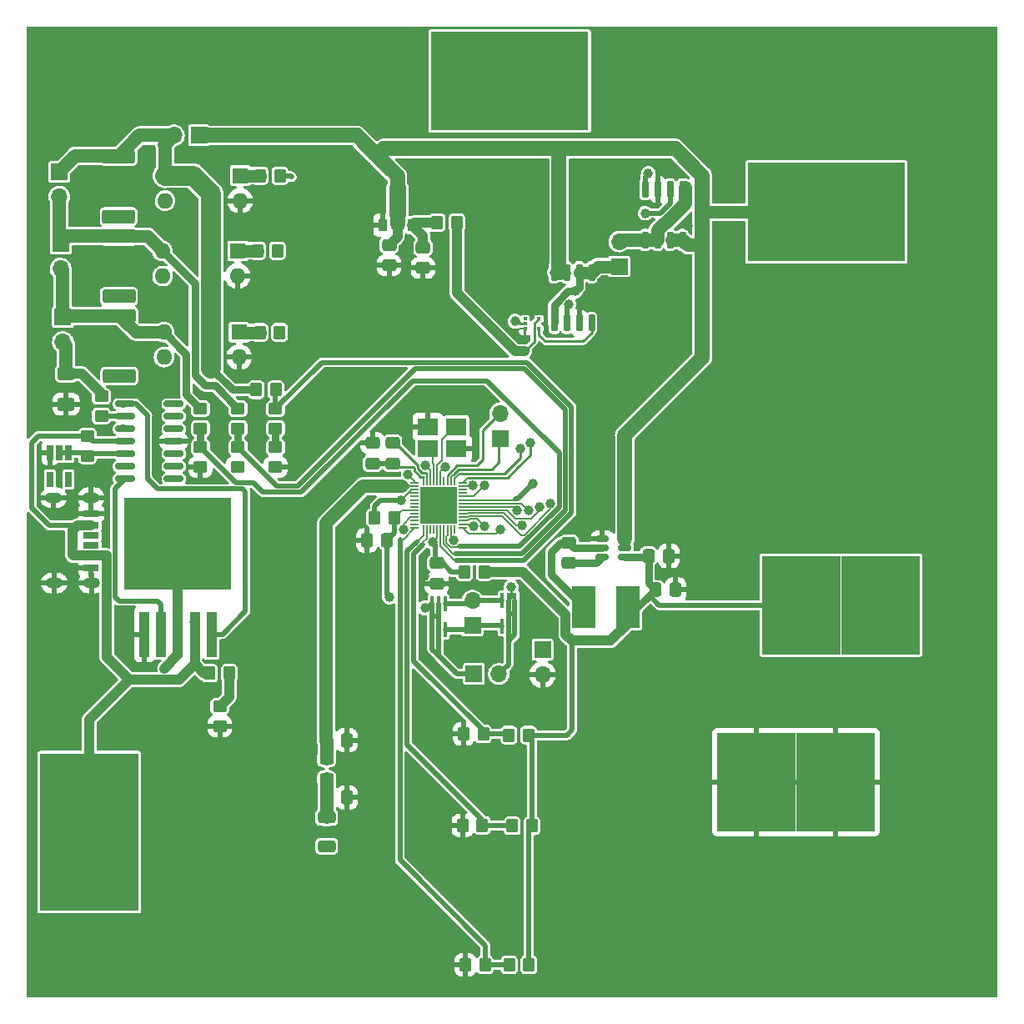
<source format=gbr>
%TF.GenerationSoftware,KiCad,Pcbnew,(6.0.2)*%
%TF.CreationDate,2022-04-25T03:39:25-07:00*%
%TF.ProjectId,schematic,73636865-6d61-4746-9963-2e6b69636164,rev?*%
%TF.SameCoordinates,Original*%
%TF.FileFunction,Copper,L1,Top*%
%TF.FilePolarity,Positive*%
%FSLAX46Y46*%
G04 Gerber Fmt 4.6, Leading zero omitted, Abs format (unit mm)*
G04 Created by KiCad (PCBNEW (6.0.2)) date 2022-04-25 03:39:25*
%MOMM*%
%LPD*%
G01*
G04 APERTURE LIST*
G04 Aperture macros list*
%AMRoundRect*
0 Rectangle with rounded corners*
0 $1 Rounding radius*
0 $2 $3 $4 $5 $6 $7 $8 $9 X,Y pos of 4 corners*
0 Add a 4 corners polygon primitive as box body*
4,1,4,$2,$3,$4,$5,$6,$7,$8,$9,$2,$3,0*
0 Add four circle primitives for the rounded corners*
1,1,$1+$1,$2,$3*
1,1,$1+$1,$4,$5*
1,1,$1+$1,$6,$7*
1,1,$1+$1,$8,$9*
0 Add four rect primitives between the rounded corners*
20,1,$1+$1,$2,$3,$4,$5,0*
20,1,$1+$1,$4,$5,$6,$7,0*
20,1,$1+$1,$6,$7,$8,$9,0*
20,1,$1+$1,$8,$9,$2,$3,0*%
%AMFreePoly0*
4,1,9,3.862500,-0.866500,0.737500,-0.866500,0.737500,-0.450000,-0.737500,-0.450000,-0.737500,0.450000,0.737500,0.450000,0.737500,0.866500,3.862500,0.866500,3.862500,-0.866500,3.862500,-0.866500,$1*%
G04 Aperture macros list end*
%TA.AperFunction,ComponentPad*%
%ADD10O,1.700000X1.700000*%
%TD*%
%TA.AperFunction,ComponentPad*%
%ADD11R,1.700000X1.700000*%
%TD*%
%TA.AperFunction,SMDPad,CuDef*%
%ADD12RoundRect,0.250000X-0.650000X0.350000X-0.650000X-0.350000X0.650000X-0.350000X0.650000X0.350000X0*%
%TD*%
%TA.AperFunction,SMDPad,CuDef*%
%ADD13RoundRect,0.250000X-0.337500X-0.475000X0.337500X-0.475000X0.337500X0.475000X-0.337500X0.475000X0*%
%TD*%
%TA.AperFunction,SMDPad,CuDef*%
%ADD14RoundRect,0.250000X0.450000X-0.325000X0.450000X0.325000X-0.450000X0.325000X-0.450000X-0.325000X0*%
%TD*%
%TA.AperFunction,SMDPad,CuDef*%
%ADD15R,0.400000X1.500000*%
%TD*%
%TA.AperFunction,SMDPad,CuDef*%
%ADD16RoundRect,0.250000X-0.350000X-0.450000X0.350000X-0.450000X0.350000X0.450000X-0.350000X0.450000X0*%
%TD*%
%TA.AperFunction,SMDPad,CuDef*%
%ADD17RoundRect,0.250000X0.337500X0.475000X-0.337500X0.475000X-0.337500X-0.475000X0.337500X-0.475000X0*%
%TD*%
%TA.AperFunction,SMDPad,CuDef*%
%ADD18RoundRect,0.150000X-0.150000X0.725000X-0.150000X-0.725000X0.150000X-0.725000X0.150000X0.725000X0*%
%TD*%
%TA.AperFunction,SMDPad,CuDef*%
%ADD19RoundRect,0.150000X0.512500X0.150000X-0.512500X0.150000X-0.512500X-0.150000X0.512500X-0.150000X0*%
%TD*%
%TA.AperFunction,SMDPad,CuDef*%
%ADD20R,0.900000X1.300000*%
%TD*%
%TA.AperFunction,SMDPad,CuDef*%
%ADD21FreePoly0,90.000000*%
%TD*%
%TA.AperFunction,SMDPad,CuDef*%
%ADD22RoundRect,0.250000X-0.475000X0.337500X-0.475000X-0.337500X0.475000X-0.337500X0.475000X0.337500X0*%
%TD*%
%TA.AperFunction,SMDPad,CuDef*%
%ADD23RoundRect,0.250000X0.450000X-0.350000X0.450000X0.350000X-0.450000X0.350000X-0.450000X-0.350000X0*%
%TD*%
%TA.AperFunction,SMDPad,CuDef*%
%ADD24RoundRect,0.250000X-0.450000X0.350000X-0.450000X-0.350000X0.450000X-0.350000X0.450000X0.350000X0*%
%TD*%
%TA.AperFunction,SMDPad,CuDef*%
%ADD25R,2.400000X4.200000*%
%TD*%
%TA.AperFunction,SMDPad,CuDef*%
%ADD26R,0.650000X1.560000*%
%TD*%
%TA.AperFunction,SMDPad,CuDef*%
%ADD27RoundRect,0.250000X0.350000X0.450000X-0.350000X0.450000X-0.350000X-0.450000X0.350000X-0.450000X0*%
%TD*%
%TA.AperFunction,ComponentPad*%
%ADD28R,8.000000X10.000000*%
%TD*%
%TA.AperFunction,ComponentPad*%
%ADD29O,1.700000X1.100000*%
%TD*%
%TA.AperFunction,SMDPad,CuDef*%
%ADD30R,1.600000X0.800000*%
%TD*%
%TA.AperFunction,SMDPad,CuDef*%
%ADD31R,1.600000X0.760000*%
%TD*%
%TA.AperFunction,SMDPad,CuDef*%
%ADD32R,1.600000X0.700000*%
%TD*%
%TA.AperFunction,SMDPad,CuDef*%
%ADD33R,2.100000X1.800000*%
%TD*%
%TA.AperFunction,SMDPad,CuDef*%
%ADD34R,1.100000X4.600000*%
%TD*%
%TA.AperFunction,SMDPad,CuDef*%
%ADD35R,10.800000X9.400000*%
%TD*%
%TA.AperFunction,SMDPad,CuDef*%
%ADD36RoundRect,0.050000X-0.350000X-0.050000X0.350000X-0.050000X0.350000X0.050000X-0.350000X0.050000X0*%
%TD*%
%TA.AperFunction,SMDPad,CuDef*%
%ADD37RoundRect,0.050000X-0.050000X-0.350000X0.050000X-0.350000X0.050000X0.350000X-0.050000X0.350000X0*%
%TD*%
%TA.AperFunction,SMDPad,CuDef*%
%ADD38R,3.700000X3.700000*%
%TD*%
%TA.AperFunction,ComponentPad*%
%ADD39R,10.000000X8.000000*%
%TD*%
%TA.AperFunction,SMDPad,CuDef*%
%ADD40RoundRect,0.250000X0.625000X-0.400000X0.625000X0.400000X-0.625000X0.400000X-0.625000X-0.400000X0*%
%TD*%
%TA.AperFunction,SMDPad,CuDef*%
%ADD41R,0.450000X0.300000*%
%TD*%
%TA.AperFunction,SMDPad,CuDef*%
%ADD42RoundRect,0.150000X-0.825000X-0.150000X0.825000X-0.150000X0.825000X0.150000X-0.825000X0.150000X0*%
%TD*%
%TA.AperFunction,SMDPad,CuDef*%
%ADD43RoundRect,0.249999X-1.425001X0.450001X-1.425001X-0.450001X1.425001X-0.450001X1.425001X0.450001X0*%
%TD*%
%TA.AperFunction,SMDPad,CuDef*%
%ADD44RoundRect,0.150000X0.150000X-0.725000X0.150000X0.725000X-0.150000X0.725000X-0.150000X-0.725000X0*%
%TD*%
%TA.AperFunction,SMDPad,CuDef*%
%ADD45RoundRect,0.250000X0.475000X-0.337500X0.475000X0.337500X-0.475000X0.337500X-0.475000X-0.337500X0*%
%TD*%
%TA.AperFunction,ComponentPad*%
%ADD46O,1.600000X1.600000*%
%TD*%
%TA.AperFunction,ComponentPad*%
%ADD47R,1.600000X1.600000*%
%TD*%
%TA.AperFunction,ViaPad*%
%ADD48C,1.000000*%
%TD*%
%TA.AperFunction,ViaPad*%
%ADD49C,0.600000*%
%TD*%
%TA.AperFunction,ViaPad*%
%ADD50C,0.400000*%
%TD*%
%TA.AperFunction,Conductor*%
%ADD51C,0.500000*%
%TD*%
%TA.AperFunction,Conductor*%
%ADD52C,0.750000*%
%TD*%
%TA.AperFunction,Conductor*%
%ADD53C,0.152400*%
%TD*%
%TA.AperFunction,Conductor*%
%ADD54C,1.000000*%
%TD*%
%TA.AperFunction,Conductor*%
%ADD55C,0.250000*%
%TD*%
%TA.AperFunction,Conductor*%
%ADD56C,1.375000*%
%TD*%
%TA.AperFunction,Conductor*%
%ADD57C,1.500000*%
%TD*%
%TA.AperFunction,Conductor*%
%ADD58C,0.127000*%
%TD*%
%TA.AperFunction,Conductor*%
%ADD59C,2.000000*%
%TD*%
%TA.AperFunction,Conductor*%
%ADD60C,1.250000*%
%TD*%
G04 APERTURE END LIST*
D10*
%TO.P,J11,2,Pin_2*%
%TO.N,GND*%
X149123400Y-110515400D03*
D11*
%TO.P,J11,1,Pin_1*%
%TO.N,/MCU/3V3_MCU*%
X149123400Y-107975400D03*
%TD*%
D10*
%TO.P,J10,2,Pin_2*%
%TO.N,/MCU/RTS*%
X142011400Y-103002000D03*
D11*
%TO.P,J10,1,Pin_1*%
%TO.N,/MCU/DTR*%
X142011400Y-105542000D03*
%TD*%
D10*
%TO.P,J9,2,Pin_2*%
%TO.N,/MCU/TXD_MCU*%
X144805400Y-84002800D03*
D11*
%TO.P,J9,1,Pin_1*%
%TO.N,/MCU/RXD_MCU*%
X144805400Y-86542800D03*
%TD*%
D10*
%TO.P,J4,2,Pin_2*%
%TO.N,/MCU/IO0*%
X144703800Y-110439200D03*
D11*
%TO.P,J4,1,Pin_1*%
%TO.N,/MCU/EN*%
X142163800Y-110439200D03*
%TD*%
D12*
%TO.P,AE1,1,FEED*%
%TO.N,Net-(AE1-Pad1)*%
X127203200Y-125018800D03*
%TO.P,AE1,2,PCB_Trace*%
%TO.N,unconnected-(AE1-Pad2)*%
X127203200Y-127918800D03*
%TD*%
D13*
%TO.P,C1,1*%
%TO.N,Net-(AE1-Pad1)*%
X127203200Y-122986800D03*
%TO.P,C1,2*%
%TO.N,GND*%
X129278200Y-122986800D03*
%TD*%
%TO.P,C2,1*%
%TO.N,Net-(C2-Pad1)*%
X127177800Y-117170200D03*
%TO.P,C2,2*%
%TO.N,GND*%
X129252800Y-117170200D03*
%TD*%
D14*
%TO.P,L1,1,1*%
%TO.N,Net-(AE1-Pad1)*%
X127203200Y-121099800D03*
%TO.P,L1,2,2*%
%TO.N,Net-(C2-Pad1)*%
X127203200Y-119049800D03*
%TD*%
D15*
%TO.P,U21,6,D*%
%TO.N,/MCU/IO0*%
X146319000Y-105597000D03*
%TO.P,U21,5,D*%
X145669000Y-105597000D03*
%TO.P,U21,4,S*%
%TO.N,/MCU/DTR*%
X145019000Y-105597000D03*
%TO.P,U21,3,G*%
%TO.N,/MCU/RTS*%
X145019000Y-102937000D03*
%TO.P,U21,2,D*%
%TO.N,/MCU/IO0*%
X145669000Y-102937000D03*
%TO.P,U21,1,D*%
X146319000Y-102937000D03*
%TD*%
%TO.P,U20,6,D*%
%TO.N,/MCU/EN*%
X137932400Y-103292600D03*
%TO.P,U20,5,D*%
X138582400Y-103292600D03*
%TO.P,U20,4,S*%
%TO.N,/MCU/RTS*%
X139232400Y-103292600D03*
%TO.P,U20,3,G*%
%TO.N,/MCU/DTR*%
X139232400Y-105952600D03*
%TO.P,U20,2,D*%
%TO.N,/MCU/EN*%
X138582400Y-105952600D03*
%TO.P,U20,1,D*%
X137932400Y-105952600D03*
%TD*%
D16*
%TO.P,R10,1*%
%TO.N,/MCU/3V3_MCU*%
X132096000Y-94589600D03*
%TO.P,R10,2*%
%TO.N,/MCU/EN*%
X134096000Y-94589600D03*
%TD*%
D17*
%TO.P,C16,1*%
%TO.N,/MCU/EN*%
X133350000Y-96875600D03*
%TO.P,C16,2*%
%TO.N,GND*%
X131275000Y-96875600D03*
%TD*%
D18*
%TO.P,U3,8,D*%
%TO.N,PWR_UNREG*%
X163347400Y-66379800D03*
%TO.P,U3,7,D*%
X162077400Y-66379800D03*
%TO.P,U3,6,D*%
%TO.N,Net-(J1-Pad2)*%
X160807400Y-66379800D03*
%TO.P,U3,5,D*%
X159537400Y-66379800D03*
%TO.P,U3,4,G*%
%TO.N,Net-(U2-Pad4)*%
X159537400Y-61229800D03*
%TO.P,U3,3,S*%
%TO.N,GND*%
X160807400Y-61229800D03*
%TO.P,U3,2,G*%
%TO.N,Net-(U3-Pad2)*%
X162077400Y-61229800D03*
%TO.P,U3,1,S*%
%TO.N,Net-(J1-Pad2)*%
X163347400Y-61229800D03*
%TD*%
D16*
%TO.P,R2,1*%
%TO.N,+5V*%
X138430000Y-64617600D03*
%TO.P,R2,2*%
%TO.N,/Peltier Driver/5V_PD*%
X140430000Y-64617600D03*
%TD*%
D19*
%TO.P,U16,6,BST*%
%TO.N,Net-(C11-Pad2)*%
X155210100Y-98587600D03*
%TO.P,U16,5,SW*%
%TO.N,Net-(C11-Pad1)*%
X155210100Y-97637600D03*
%TO.P,U16,4,GND*%
%TO.N,GND*%
X155210100Y-96687600D03*
%TO.P,U16,3,IN*%
%TO.N,PWR_UNREG*%
X157485100Y-96687600D03*
%TO.P,U16,2,EN*%
X157485100Y-97637600D03*
%TO.P,U16,1,FB*%
%TO.N,+3V3*%
X157485100Y-98587600D03*
%TD*%
D20*
%TO.P,U19,3,VOUT*%
%TO.N,+5V*%
X135891400Y-64870600D03*
D21*
%TO.P,U19,2,VIN*%
%TO.N,PWR_UNREG*%
X134391400Y-64783100D03*
D20*
%TO.P,U19,1,GND*%
%TO.N,GND*%
X132891400Y-64870600D03*
%TD*%
D13*
%TO.P,C13,2*%
%TO.N,GND*%
X161957100Y-98475800D03*
%TO.P,C13,1*%
%TO.N,+3V3*%
X159882100Y-98475800D03*
%TD*%
D22*
%TO.P,C12,2*%
%TO.N,GND*%
X136982200Y-69232600D03*
%TO.P,C12,1*%
%TO.N,+5V*%
X136982200Y-67157600D03*
%TD*%
D23*
%TO.P,R39,1*%
%TO.N,GND*%
X116357400Y-115731800D03*
%TO.P,R39,2*%
%TO.N,Net-(R39-Pad2)*%
X116357400Y-113731800D03*
%TD*%
D24*
%TO.P,R26,2*%
%TO.N,/MCU/CELL_MEAS_2_MCU*%
X118205200Y-85513000D03*
%TO.P,R26,1*%
%TO.N,Net-(BT1-Pad2)*%
X118205200Y-83513000D03*
%TD*%
D25*
%TO.P,L2,2,2*%
%TO.N,+3V3*%
X157810200Y-103682800D03*
%TO.P,L2,1,1*%
%TO.N,Net-(C11-Pad1)*%
X153310200Y-103682800D03*
%TD*%
D26*
%TO.P,U15,5*%
%TO.N,N/C*%
X101000600Y-90681800D03*
%TO.P,U15,4*%
X99100600Y-90681800D03*
%TO.P,U15,3*%
%TO.N,GND*%
X99100600Y-87981800D03*
%TO.P,U15,2*%
%TO.N,Net-(R33-Pad2)*%
X100050600Y-87981800D03*
%TO.P,U15,1*%
X101000600Y-87981800D03*
%TD*%
D27*
%TO.P,R3,2*%
%TO.N,/MCU/3V3_MCU*%
X141214600Y-100076000D03*
%TO.P,R3,1*%
%TO.N,+3V3*%
X143214600Y-100076000D03*
%TD*%
D22*
%TO.P,C3,2*%
%TO.N,Net-(C3-Pad2)*%
X133897200Y-89074600D03*
%TO.P,C3,1*%
%TO.N,Net-(C3-Pad1)*%
X133897200Y-86999600D03*
%TD*%
D24*
%TO.P,R25,2*%
%TO.N,GND*%
X122015200Y-89418000D03*
%TO.P,R25,1*%
%TO.N,Net-(R23-Pad2)*%
X122015200Y-87418000D03*
%TD*%
D28*
%TO.P,J3,1,Pin_1*%
%TO.N,PWR_UNREG*%
X181946400Y-63550800D03*
X173946400Y-63550800D03*
%TD*%
D10*
%TO.P,SW1,2*%
%TO.N,+BATT*%
X111702800Y-55769600D03*
D11*
%TO.P,SW1,1*%
%TO.N,PWR_UNREG*%
X114242800Y-55769600D03*
%TD*%
D16*
%TO.P,R17,2*%
%TO.N,/MCU/CELL_DSCHG_3_MCU*%
X122465800Y-59859000D03*
%TO.P,R17,1*%
%TO.N,Net-(R17-Pad1)*%
X120465800Y-59859000D03*
%TD*%
D10*
%TO.P,BT2,2,-*%
%TO.N,Net-(BT2-Pad2)*%
X100196600Y-69282400D03*
D11*
%TO.P,BT2,1,+*%
%TO.N,Net-(BT1-Pad2)*%
X100196600Y-66742400D03*
%TD*%
D28*
%TO.P,J6,1,Pin_1*%
%TO.N,+3V3*%
X183419600Y-103454200D03*
X175419600Y-103454200D03*
%TD*%
D27*
%TO.P,R20,2*%
%TO.N,/MCU/TEMP_SENSE_1*%
X145710400Y-116662200D03*
%TO.P,R20,1*%
%TO.N,+3V3*%
X147710400Y-116662200D03*
%TD*%
D29*
%TO.P,J2,S1,SHIELD*%
%TO.N,GND*%
X103291800Y-92550600D03*
X99541800Y-101200600D03*
X103341800Y-101200600D03*
X99491800Y-92550600D03*
D30*
%TO.P,J2,B12,GND*%
X103291800Y-94150600D03*
D31*
%TO.P,J2,B9,VBUS*%
%TO.N,VBUS*%
X103291800Y-95380600D03*
D32*
%TO.P,J2,B5,CC2*%
%TO.N,Net-(J2-PadB5)*%
X103291800Y-97400600D03*
D30*
%TO.P,J2,A12,GND*%
%TO.N,GND*%
X103291800Y-99650600D03*
D31*
%TO.P,J2,A9,VBUS*%
%TO.N,VBUS*%
X103291800Y-98420600D03*
D32*
%TO.P,J2,A5,CC1*%
%TO.N,Net-(J2-PadA5)*%
X103291800Y-96400600D03*
%TD*%
D16*
%TO.P,R18,2*%
%TO.N,/MCU/CELL_DSCHG_2_MCU*%
X122211800Y-67479000D03*
%TO.P,R18,1*%
%TO.N,Net-(R18-Pad1)*%
X120211800Y-67479000D03*
%TD*%
D27*
%TO.P,R40,1*%
%TO.N,Net-(R39-Pad2)*%
X117332000Y-110363000D03*
%TO.P,R40,2*%
%TO.N,VBUS*%
X115332000Y-110363000D03*
%TD*%
D33*
%TO.P,Y1,1,1*%
%TO.N,Net-(C6-Pad1)*%
X137474200Y-87550600D03*
%TO.P,Y1,2,2*%
%TO.N,GND*%
X140374200Y-87550600D03*
%TO.P,Y1,3,3*%
%TO.N,Net-(C7-Pad1)*%
X140374200Y-85350600D03*
%TO.P,Y1,4,4*%
%TO.N,GND*%
X137474200Y-85350600D03*
%TD*%
D10*
%TO.P,BT3,2,-*%
%TO.N,Net-(BT3-Pad2)*%
X100425200Y-76750000D03*
D11*
%TO.P,BT3,1,+*%
%TO.N,Net-(BT2-Pad2)*%
X100425200Y-74210000D03*
%TD*%
D16*
%TO.P,R19,2*%
%TO.N,/MCU/CELL_DSCHG_1_MCU*%
X122440400Y-75759400D03*
%TO.P,R19,1*%
%TO.N,Net-(R19-Pad1)*%
X120440400Y-75759400D03*
%TD*%
D34*
%TO.P,U17,5,FB*%
%TO.N,Net-(R34-Pad2)*%
X115515600Y-106409800D03*
%TO.P,U17,4,VIN*%
%TO.N,VBUS*%
X113815600Y-106409800D03*
D35*
%TO.P,U17,3,SW*%
%TO.N,Net-(D4-Pad2)*%
X112115600Y-97259800D03*
D34*
X112115600Y-106409800D03*
%TO.P,U17,2,EN*%
%TO.N,Net-(U17-Pad2)*%
X110415600Y-106409800D03*
%TO.P,U17,1,GND*%
%TO.N,GND*%
X108715600Y-106409800D03*
%TD*%
D36*
%TO.P,U1,1,VDDA*%
%TO.N,/MCU/3V3_MCU*%
X136146200Y-91030600D03*
%TO.P,U1,2,LNA_IN*%
%TO.N,Net-(C2-Pad1)*%
X136146200Y-91380600D03*
%TO.P,U1,3,VDD3P3*%
%TO.N,/MCU/3V3_MCU*%
X136146200Y-91730600D03*
%TO.P,U1,4,VDD3P3*%
X136146200Y-92080600D03*
%TO.P,U1,5,SENSOR_VP*%
%TO.N,unconnected-(U1-Pad5)*%
X136146200Y-92430600D03*
%TO.P,U1,6,SENSOR_CAPP*%
%TO.N,unconnected-(U1-Pad6)*%
X136146200Y-92780600D03*
%TO.P,U1,7,SENSOR_CAPN*%
%TO.N,unconnected-(U1-Pad7)*%
X136146200Y-93130600D03*
%TO.P,U1,8,SENSOR_VN*%
%TO.N,unconnected-(U1-Pad8)*%
X136146200Y-93480600D03*
%TO.P,U1,9,CHIP_PU*%
%TO.N,/MCU/EN*%
X136146200Y-93830600D03*
%TO.P,U1,10,GPIO34/VDET_1*%
%TO.N,unconnected-(U1-Pad10)*%
X136146200Y-94180600D03*
%TO.P,U1,11,GPIO35/VDET_2*%
%TO.N,Net-(R39-Pad2)*%
X136146200Y-94530600D03*
%TO.P,U1,12,GPIO32/32K_XP*%
%TO.N,unconnected-(U1-Pad12)*%
X136146200Y-94880600D03*
%TO.P,U1,13,GPIO33/32K_XN*%
%TO.N,unconnected-(U1-Pad13)*%
X136146200Y-95230600D03*
%TO.P,U1,14,GPIO25*%
%TO.N,/MCU/TEMP_SENSE_3*%
X136146200Y-95580600D03*
D37*
%TO.P,U1,15,GPIO26*%
%TO.N,/MCU/TEMP_SENSE_2*%
X137021200Y-95755600D03*
%TO.P,U1,16,GPIO27*%
%TO.N,/MCU/TEMP_SENSE_1*%
X137371200Y-95755600D03*
%TO.P,U1,17,GPIO14/MTMS*%
%TO.N,unconnected-(U1-Pad17)*%
X137721200Y-95755600D03*
%TO.P,U1,18,GPIO12/MTDI*%
%TO.N,unconnected-(U1-Pad18)*%
X138071200Y-95755600D03*
%TO.P,U1,19,VDD3P3_RTC*%
%TO.N,/MCU/3V3_MCU*%
X138421200Y-95755600D03*
%TO.P,U1,20,GPIO13/MTCK*%
%TO.N,/MCU/CELL_MEAS_3_MCU*%
X138771200Y-95755600D03*
%TO.P,U1,21,GPIO15/MTDO*%
%TO.N,/MCU/CELL_MEAS_2_MCU*%
X139121200Y-95755600D03*
%TO.P,U1,22,GPIO2*%
%TO.N,/MCU/CELL_MEAS_1_MCU*%
X139471200Y-95755600D03*
%TO.P,U1,23,GPIO0*%
%TO.N,/MCU/IO0*%
X139821200Y-95755600D03*
%TO.P,U1,24,GPIO4*%
%TO.N,unconnected-(U1-Pad24)*%
X140171200Y-95755600D03*
D36*
%TO.P,U1,25,GPIO16*%
%TO.N,/MCU/CELL_DSCHG_3_MCU*%
X141046200Y-95580600D03*
%TO.P,U1,26,VDD_SDIO*%
%TO.N,Net-(U1-Pad26)*%
X141046200Y-95230600D03*
%TO.P,U1,27,GPIO17*%
%TO.N,/MCU/CELL_DSCHG_2_MCU*%
X141046200Y-94880600D03*
%TO.P,U1,28,SD_DATA_2*%
%TO.N,/MCU/SD_DATA_2*%
X141046200Y-94530600D03*
%TO.P,U1,29,SD_DATA_3*%
%TO.N,/MCU/SD_DATA_3*%
X141046200Y-94180600D03*
%TO.P,U1,30,SD_CMD*%
%TO.N,/MCU/SD_CMD*%
X141046200Y-93830600D03*
%TO.P,U1,31,SD_CLK*%
%TO.N,/MCU/SD_CLK*%
X141046200Y-93480600D03*
%TO.P,U1,32,SD_DATA_0*%
%TO.N,/MCU/SD_DATA_0*%
X141046200Y-93130600D03*
%TO.P,U1,33,SD_DATA_1*%
%TO.N,/MCU/SD_DATA_1*%
X141046200Y-92780600D03*
%TO.P,U1,34,GPIO5*%
%TO.N,/MCU/CELL_DSCHG_1_MCU*%
X141046200Y-92430600D03*
%TO.P,U1,35,GPIO18*%
%TO.N,unconnected-(U1-Pad35)*%
X141046200Y-92080600D03*
%TO.P,U1,36,GPIO23*%
%TO.N,unconnected-(U1-Pad36)*%
X141046200Y-91730600D03*
%TO.P,U1,37,VDD3P3_CPU*%
%TO.N,Net-(C10-Pad1)*%
X141046200Y-91380600D03*
%TO.P,U1,38,GPIO19*%
%TO.N,/MCU/DRIVER_DIR_MCU*%
X141046200Y-91030600D03*
D37*
%TO.P,U1,39,GPIO22*%
%TO.N,/MCU/DRIVER_EN_MCU*%
X140171200Y-90855600D03*
%TO.P,U1,40,U0RXD*%
%TO.N,/MCU/RXD_MCU*%
X139821200Y-90855600D03*
%TO.P,U1,41,U0TXD*%
%TO.N,/MCU/TXD_MCU*%
X139471200Y-90855600D03*
%TO.P,U1,42,GPIO21*%
%TO.N,unconnected-(U1-Pad42)*%
X139121200Y-90855600D03*
%TO.P,U1,43,VDDA*%
%TO.N,/MCU/3V3_MCU*%
X138771200Y-90855600D03*
%TO.P,U1,44,XTAL_N*%
%TO.N,Net-(C7-Pad1)*%
X138421200Y-90855600D03*
%TO.P,U1,45,XTAL_P*%
%TO.N,Net-(C6-Pad1)*%
X138071200Y-90855600D03*
%TO.P,U1,46,VDDA*%
%TO.N,/MCU/3V3_MCU*%
X137721200Y-90855600D03*
%TO.P,U1,47,CAP2*%
%TO.N,Net-(C3-Pad1)*%
X137371200Y-90855600D03*
%TO.P,U1,48,CAP1*%
%TO.N,Net-(C3-Pad2)*%
X137021200Y-90855600D03*
D38*
%TO.P,U1,49,GND_EP*%
%TO.N,GND*%
X138596200Y-93305600D03*
%TD*%
D27*
%TO.P,TH1,2*%
%TO.N,GND*%
X141113000Y-116535200D03*
%TO.P,TH1,1*%
%TO.N,/MCU/TEMP_SENSE_1*%
X143113000Y-116535200D03*
%TD*%
D39*
%TO.P,J7,1,Pin_1*%
%TO.N,VBUS*%
X103098600Y-130504200D03*
X103098600Y-122504200D03*
%TD*%
D40*
%TO.P,R4,2*%
%TO.N,Net-(BT3-Pad2)*%
X100755400Y-79950400D03*
%TO.P,R4,1*%
%TO.N,GND*%
X100755400Y-83050400D03*
%TD*%
D27*
%TO.P,R21,2*%
%TO.N,/MCU/TEMP_SENSE_2*%
X146066000Y-125857000D03*
%TO.P,R21,1*%
%TO.N,+3V3*%
X148066000Y-125857000D03*
%TD*%
D41*
%TO.P,U8,5,VCC*%
%TO.N,/Peltier Driver/5V_PD*%
X148756600Y-74379200D03*
%TO.P,U8,4,Y*%
%TO.N,Net-(U4-Pad4)*%
X148756600Y-75379200D03*
%TO.P,U8,3,GND*%
%TO.N,GND*%
X147356600Y-75379200D03*
%TO.P,U8,2,A*%
%TO.N,Net-(U18-Pad2)*%
X147356600Y-74879200D03*
%TO.P,U8,1*%
%TO.N,N/C*%
X147356600Y-74379200D03*
%TD*%
D27*
%TO.P,TH2,2*%
%TO.N,GND*%
X141011400Y-125831600D03*
%TO.P,TH2,1*%
%TO.N,/MCU/TEMP_SENSE_2*%
X143011400Y-125831600D03*
%TD*%
D28*
%TO.P,J5,1,Pin_1*%
%TO.N,+5V*%
X149783800Y-50266600D03*
X141783800Y-50266600D03*
%TD*%
%TO.P,J8,1,Pin_1*%
%TO.N,GND*%
X178847600Y-121437400D03*
X170847600Y-121437400D03*
%TD*%
D24*
%TO.P,R27,2*%
%TO.N,GND*%
X118205200Y-89418000D03*
%TO.P,R27,1*%
%TO.N,/MCU/CELL_MEAS_2_MCU*%
X118205200Y-87418000D03*
%TD*%
D42*
%TO.P,U5,14*%
%TO.N,N/C*%
X111688600Y-83007800D03*
%TO.P,U5,13*%
X111688600Y-84277800D03*
%TO.P,U5,12*%
X111688600Y-85547800D03*
%TO.P,U5,11,V-*%
%TO.N,GND*%
X111688600Y-86817800D03*
%TO.P,U5,10*%
%TO.N,N/C*%
X111688600Y-88087800D03*
%TO.P,U5,9*%
X111688600Y-89357800D03*
%TO.P,U5,8*%
X111688600Y-90627800D03*
%TO.P,U5,7*%
%TO.N,Net-(U17-Pad2)*%
X106738600Y-90627800D03*
%TO.P,U5,6,-*%
%TO.N,Net-(R30-Pad2)*%
X106738600Y-89357800D03*
%TO.P,U5,5,+*%
%TO.N,Net-(R33-Pad2)*%
X106738600Y-88087800D03*
%TO.P,U5,4,V+*%
%TO.N,VBUS*%
X106738600Y-86817800D03*
%TO.P,U5,3,+*%
%TO.N,Net-(R34-Pad1)*%
X106738600Y-85547800D03*
%TO.P,U5,2,-*%
%TO.N,Net-(R5-Pad1)*%
X106738600Y-84277800D03*
%TO.P,U5,1*%
%TO.N,Net-(R34-Pad2)*%
X106738600Y-83007800D03*
%TD*%
D27*
%TO.P,TH3,2*%
%TO.N,GND*%
X141306800Y-139979400D03*
%TO.P,TH3,1*%
%TO.N,/MCU/TEMP_SENSE_3*%
X143306800Y-139979400D03*
%TD*%
D43*
%TO.P,R16,2*%
%TO.N,Net-(R16-Pad2)*%
X106165600Y-80181000D03*
%TO.P,R16,1*%
%TO.N,Net-(BT2-Pad2)*%
X106165600Y-74081000D03*
%TD*%
D44*
%TO.P,U4,8,D*%
%TO.N,PWR_UNREG*%
X150317200Y-69662600D03*
%TO.P,U4,7,D*%
X151587200Y-69662600D03*
%TO.P,U4,6,D*%
%TO.N,Net-(J1-Pad1)*%
X152857200Y-69662600D03*
%TO.P,U4,5,D*%
X154127200Y-69662600D03*
%TO.P,U4,4,G*%
%TO.N,Net-(U4-Pad4)*%
X154127200Y-74812600D03*
%TO.P,U4,3,S*%
%TO.N,GND*%
X152857200Y-74812600D03*
%TO.P,U4,2,G*%
%TO.N,Net-(U18-Pad7)*%
X151587200Y-74812600D03*
%TO.P,U4,1,S*%
%TO.N,Net-(J1-Pad1)*%
X150317200Y-74812600D03*
%TD*%
D22*
%TO.P,C8,2*%
%TO.N,GND*%
X138379200Y-101265900D03*
%TO.P,C8,1*%
%TO.N,/MCU/3V3_MCU*%
X138379200Y-99190900D03*
%TD*%
D13*
%TO.P,C14,2*%
%TO.N,GND*%
X162642900Y-101879400D03*
%TO.P,C14,1*%
%TO.N,+3V3*%
X160567900Y-101879400D03*
%TD*%
D45*
%TO.P,C4,2*%
%TO.N,GND*%
X131865200Y-86999600D03*
%TO.P,C4,1*%
%TO.N,Net-(C3-Pad2)*%
X131865200Y-89074600D03*
%TD*%
D27*
%TO.P,R24,2*%
%TO.N,/MCU/TEMP_SENSE_3*%
X145745200Y-139979400D03*
%TO.P,R24,1*%
%TO.N,+3V3*%
X147745200Y-139979400D03*
%TD*%
D16*
%TO.P,R22,2*%
%TO.N,/MCU/CELL_MEAS_3_MCU*%
X122047000Y-81584800D03*
%TO.P,R22,1*%
%TO.N,+BATT*%
X120047000Y-81584800D03*
%TD*%
D10*
%TO.P,J1,2,Pin_2*%
%TO.N,Net-(J1-Pad2)*%
X156921200Y-66527600D03*
D11*
%TO.P,J1,1,Pin_1*%
%TO.N,Net-(J1-Pad1)*%
X156921200Y-69067600D03*
%TD*%
D10*
%TO.P,BT1,2,-*%
%TO.N,Net-(BT1-Pad2)*%
X100044200Y-61992600D03*
D11*
%TO.P,BT1,1,+*%
%TO.N,+BATT*%
X100044200Y-59452600D03*
%TD*%
D24*
%TO.P,R23,2*%
%TO.N,Net-(R23-Pad2)*%
X122015200Y-85513000D03*
%TO.P,R23,1*%
%TO.N,/MCU/CELL_MEAS_3_MCU*%
X122015200Y-83513000D03*
%TD*%
%TO.P,R33,2*%
%TO.N,Net-(R33-Pad2)*%
X102914400Y-88291000D03*
%TO.P,R33,1*%
%TO.N,VBUS*%
X102914400Y-86291000D03*
%TD*%
%TO.P,R29,2*%
%TO.N,GND*%
X114395200Y-89418000D03*
%TO.P,R29,1*%
%TO.N,/MCU/CELL_MEAS_1_MCU*%
X114395200Y-87418000D03*
%TD*%
D43*
%TO.P,R15,2*%
%TO.N,Net-(R15-Pad2)*%
X106114800Y-72103800D03*
%TO.P,R15,1*%
%TO.N,Net-(BT1-Pad2)*%
X106114800Y-66003800D03*
%TD*%
D24*
%TO.P,R28,2*%
%TO.N,/MCU/CELL_MEAS_1_MCU*%
X114395200Y-85513000D03*
%TO.P,R28,1*%
%TO.N,Net-(BT2-Pad2)*%
X114395200Y-83513000D03*
%TD*%
D43*
%TO.P,R12,2*%
%TO.N,Net-(R12-Pad2)*%
X106089400Y-64001200D03*
%TO.P,R12,1*%
%TO.N,+BATT*%
X106089400Y-57901200D03*
%TD*%
D23*
%TO.P,R5,2*%
%TO.N,Net-(BT3-Pad2)*%
X104336800Y-82252400D03*
%TO.P,R5,1*%
%TO.N,Net-(R5-Pad1)*%
X104336800Y-84252400D03*
%TD*%
D46*
%TO.P,U14,4*%
%TO.N,Net-(BT2-Pad2)*%
X110702200Y-75729000D03*
%TO.P,U14,3*%
%TO.N,Net-(U11-Pad3)*%
X110702200Y-78269000D03*
%TO.P,U14,2*%
%TO.N,GND*%
X118322200Y-78269000D03*
D47*
%TO.P,U14,1*%
%TO.N,Net-(R19-Pad1)*%
X118322200Y-75729000D03*
%TD*%
D22*
%TO.P,C11,2*%
%TO.N,Net-(C11-Pad2)*%
X151826400Y-99208500D03*
%TO.P,C11,1*%
%TO.N,Net-(C11-Pad1)*%
X151826400Y-97133500D03*
%TD*%
%TO.P,C9,2*%
%TO.N,GND*%
X133553200Y-68953200D03*
%TO.P,C9,1*%
%TO.N,PWR_UNREG*%
X133553200Y-66878200D03*
%TD*%
D46*
%TO.P,U12,4*%
%TO.N,+BATT*%
X110803800Y-59854000D03*
%TO.P,U12,3*%
%TO.N,Net-(U12-Pad3)*%
X110803800Y-62394000D03*
%TO.P,U12,2*%
%TO.N,GND*%
X118423800Y-62394000D03*
D47*
%TO.P,U12,1*%
%TO.N,Net-(R17-Pad1)*%
X118423800Y-59854000D03*
%TD*%
D46*
%TO.P,U13,4*%
%TO.N,Net-(BT1-Pad2)*%
X110549800Y-67499400D03*
%TO.P,U13,3*%
%TO.N,Net-(U10-Pad3)*%
X110549800Y-70039400D03*
%TO.P,U13,2*%
%TO.N,GND*%
X118169800Y-70039400D03*
D47*
%TO.P,U13,1*%
%TO.N,Net-(R18-Pad1)*%
X118169800Y-67499400D03*
%TD*%
D48*
%TO.N,GND*%
X137134600Y-100507800D03*
X138607800Y-93294200D03*
X155702000Y-76352400D03*
X155981400Y-72948800D03*
X157734000Y-74371200D03*
X158927800Y-72974200D03*
X156921200Y-63804800D03*
X153619200Y-63830200D03*
X153314400Y-65786000D03*
X157124400Y-59639200D03*
X153670000Y-59461400D03*
X146304000Y-75844400D03*
X148005800Y-70459600D03*
X167360600Y-61239400D03*
X163931600Y-64947800D03*
X144653000Y-72313800D03*
%TO.N,+5V*%
X138430000Y-64617600D03*
%TO.N,Net-(R39-Pad2)*%
X117332000Y-110363000D03*
X135001000Y-95783400D03*
%TO.N,/MCU/IO0*%
X140081000Y-96850200D03*
X145948400Y-101625400D03*
%TO.N,/MCU/EN*%
X137185400Y-103733600D03*
X133578600Y-102641400D03*
%TO.N,/MCU/3V3_MCU*%
X141214600Y-100076000D03*
%TO.N,Net-(U1-Pad26)*%
X142138400Y-95478600D03*
%TO.N,/MCU/SD_DATA_2*%
X149936200Y-93167200D03*
%TO.N,/MCU/SD_DATA_3*%
X147066000Y-95377000D03*
%TO.N,/MCU/SD_CMD*%
X148802768Y-93505333D03*
%TO.N,/MCU/SD_CLK*%
X146507200Y-93827600D03*
%TO.N,/MCU/SD_DATA_0*%
X147723880Y-93850480D03*
%TO.N,/MCU/SD_DATA_1*%
X148132800Y-91135200D03*
%TO.N,/MCU/DRIVER_DIR_MCU*%
X147853400Y-86995000D03*
%TO.N,/MCU/DRIVER_EN_MCU*%
X146870017Y-87544514D03*
%TO.N,VBUS*%
X113815600Y-106529400D03*
X113792000Y-105181400D03*
%TO.N,Net-(D4-Pad2)*%
X110754800Y-109880400D03*
%TO.N,/MCU/3V3_MCU*%
X137998200Y-97053400D03*
%TO.N,PWR_UNREG*%
X150317200Y-69662600D03*
%TO.N,Net-(U18-Pad7)*%
X151815800Y-72898000D03*
%TO.N,Net-(J1-Pad1)*%
X152463500Y-71589900D03*
%TO.N,Net-(U18-Pad2)*%
X146329400Y-74625200D03*
%TO.N,/Peltier Driver/5V_PD*%
X140430000Y-64617600D03*
%TO.N,Net-(U3-Pad2)*%
X159537400Y-63652400D03*
%TO.N,Net-(U2-Pad4)*%
X159867600Y-59613800D03*
%TO.N,/Peltier Driver/5V_PD*%
X147294600Y-77698600D03*
%TO.N,/MCU/3V3_MCU*%
X139242800Y-89408000D03*
X137210800Y-89281000D03*
X135482707Y-90200627D03*
X134787098Y-92830449D03*
D49*
%TO.N,Net-(C6-Pad1)*%
X137769600Y-87680800D03*
%TO.N,Net-(C7-Pad1)*%
X140284200Y-85344000D03*
D48*
%TO.N,GND*%
X139700000Y-92024200D03*
%TO.N,Net-(C10-Pad1)*%
X142040355Y-91287280D03*
%TO.N,/MCU/CELL_DSCHG_3_MCU*%
X144805400Y-95808800D03*
%TO.N,/MCU/CELL_DSCHG_2_MCU*%
X143264599Y-95452439D03*
%TO.N,/MCU/CELL_DSCHG_1_MCU*%
X143256000Y-91313000D03*
D49*
%TO.N,GND*%
X140004800Y-87680800D03*
D50*
%TO.N,Net-(C3-Pad2)*%
X133897200Y-89074600D03*
%TO.N,Net-(C3-Pad1)*%
X133926100Y-87028500D03*
D49*
%TO.N,GND*%
X137896600Y-85293200D03*
D48*
%TO.N,PWR_UNREG*%
X162308920Y-66379800D03*
%TO.N,Net-(J1-Pad2)*%
X159537400Y-66379800D03*
D50*
%TO.N,/MCU/CELL_DSCHG_3_MCU*%
X123647200Y-59994800D03*
D49*
%TO.N,+BATT*%
X115468400Y-79425800D03*
%TO.N,Net-(BT1-Pad2)*%
X106114800Y-66003800D03*
%TO.N,Net-(BT2-Pad2)*%
X106165600Y-74081000D03*
%TO.N,Net-(BT3-Pad2)*%
X104336800Y-82252400D03*
%TO.N,GND*%
X105943400Y-106197400D03*
X106045000Y-103936800D03*
X105943400Y-107289600D03*
X118211600Y-89433400D03*
X106019600Y-105054400D03*
%TO.N,Net-(D4-Pad2)*%
X112115600Y-97259800D03*
X113512600Y-97231200D03*
X113563400Y-98272600D03*
X112115600Y-98450400D03*
%TO.N,Net-(R5-Pad1)*%
X104463800Y-84201600D03*
%TO.N,Net-(R34-Pad1)*%
X106597400Y-85395400D03*
%TO.N,Net-(R12-Pad2)*%
X106089400Y-64380200D03*
X106095800Y-63627000D03*
%TO.N,Net-(R15-Pad2)*%
X105968800Y-71704200D03*
X105987800Y-72482800D03*
%TO.N,Net-(R16-Pad2)*%
X106089400Y-79848800D03*
X106064000Y-80534600D03*
D50*
%TO.N,/MCU/CELL_DSCHG_2_MCU*%
X122199400Y-67487800D03*
%TO.N,/MCU/CELL_DSCHG_1_MCU*%
X122440400Y-75759400D03*
D49*
%TO.N,Net-(R30-Pad2)*%
X106648200Y-89383200D03*
%TO.N,Net-(R34-Pad2)*%
X106597400Y-83185600D03*
D50*
%TO.N,Net-(J2-PadA5)*%
X103241000Y-96308400D03*
%TO.N,Net-(J2-PadB5)*%
X103291800Y-97476800D03*
%TD*%
D51*
%TO.N,+3V3*%
X160959800Y-103454200D02*
X159976450Y-102470850D01*
X175419600Y-103454200D02*
X160959800Y-103454200D01*
D52*
X159976450Y-102470850D02*
X160567900Y-101879400D01*
X158764500Y-103682800D02*
X159976450Y-102470850D01*
D51*
%TO.N,Net-(U2-Pad4)*%
X159537400Y-59944000D02*
X159867600Y-59613800D01*
X159537400Y-61229800D02*
X159537400Y-59944000D01*
D53*
%TO.N,GND*%
X146769200Y-75379200D02*
X146304000Y-75844400D01*
X147356600Y-75379200D02*
X146769200Y-75379200D01*
D54*
%TO.N,/Peltier Driver/5V_PD*%
X146354800Y-77698600D02*
X147294600Y-77698600D01*
X140430000Y-64617600D02*
X140430000Y-71773800D01*
X140430000Y-71773800D02*
X146354800Y-77698600D01*
D55*
X148280089Y-74855711D02*
X148280089Y-76713111D01*
X148756600Y-74379200D02*
X148280089Y-74855711D01*
D51*
X147294600Y-77673200D02*
X147294600Y-77698600D01*
D55*
X148280089Y-76713111D02*
X147294600Y-77698600D01*
D56*
%TO.N,PWR_UNREG*%
X163871200Y-66903600D02*
X164795200Y-66903600D01*
X164795200Y-66903600D02*
X165354000Y-66344800D01*
X163347400Y-66379800D02*
X163871200Y-66903600D01*
D57*
X165354000Y-66344800D02*
X165354000Y-78333600D01*
X165354000Y-64373200D02*
X165354000Y-66344800D01*
D51*
%TO.N,/MCU/RTS*%
X144954000Y-103002000D02*
X145019000Y-102937000D01*
X142011400Y-103002000D02*
X144954000Y-103002000D01*
X141720800Y-103292600D02*
X142011400Y-103002000D01*
X139232400Y-103292600D02*
X141720800Y-103292600D01*
%TO.N,/MCU/DTR*%
X144964000Y-105542000D02*
X145019000Y-105597000D01*
X142011400Y-105542000D02*
X144964000Y-105542000D01*
X141600800Y-105952600D02*
X142011400Y-105542000D01*
X139232400Y-105952600D02*
X141600800Y-105952600D01*
%TO.N,+3V3*%
X147710400Y-116662200D02*
X151612600Y-116662200D01*
X151612600Y-116662200D02*
X152135378Y-116139422D01*
X152135378Y-116139422D02*
X152135378Y-107061000D01*
X148066000Y-117017800D02*
X147710400Y-116662200D01*
X148066000Y-125857000D02*
X148066000Y-117017800D01*
X147745200Y-139979400D02*
X147745200Y-126177800D01*
X147745200Y-126177800D02*
X148066000Y-125857000D01*
D53*
%TO.N,Net-(R39-Pad2)*%
X135738800Y-94530600D02*
X135001000Y-95268400D01*
X136146200Y-94530600D02*
X135738800Y-94530600D01*
%TO.N,/MCU/TEMP_SENSE_3*%
X135004170Y-96774000D02*
X134645400Y-96774000D01*
X136146200Y-95631970D02*
X135004170Y-96774000D01*
%TO.N,Net-(R39-Pad2)*%
X135001000Y-95268400D02*
X135001000Y-95783400D01*
%TO.N,/MCU/TEMP_SENSE_3*%
X136146200Y-95580600D02*
X136146200Y-95631970D01*
D55*
%TO.N,/MCU/IO0*%
X145948400Y-102657600D02*
X145669000Y-102937000D01*
X145948400Y-101625400D02*
X145948400Y-102657600D01*
D53*
X139821200Y-96590400D02*
X140081000Y-96850200D01*
X139821200Y-95755600D02*
X139821200Y-96590400D01*
%TO.N,/MCU/CELL_MEAS_2_MCU*%
X140038991Y-98196400D02*
X140258800Y-98196400D01*
X139098974Y-97256383D02*
X140038991Y-98196400D01*
X139121200Y-95755600D02*
X139098974Y-95777826D01*
%TO.N,/MCU/CELL_MEAS_1_MCU*%
X140673699Y-97552901D02*
X140716000Y-97510600D01*
X139378299Y-97141269D02*
X139789931Y-97552901D01*
X139471200Y-96396497D02*
X139378299Y-96489398D01*
X139378299Y-96489398D02*
X139378299Y-97141269D01*
X139471200Y-95755600D02*
X139471200Y-96396497D01*
X139789931Y-97552901D02*
X140673699Y-97552901D01*
%TO.N,/MCU/CELL_MEAS_2_MCU*%
X139098974Y-95777826D02*
X139098974Y-97256383D01*
D51*
%TO.N,/MCU/CELL_MEAS_1_MCU*%
X146832361Y-97510600D02*
X140716000Y-97510600D01*
X150812701Y-93530260D02*
X146832361Y-97510600D01*
X135940800Y-80670400D02*
X143459200Y-80670400D01*
X124646289Y-91964911D02*
X135940800Y-80670400D01*
X120746091Y-91964911D02*
X124646289Y-91964911D01*
X119820289Y-91039109D02*
X120746091Y-91964911D01*
X118016309Y-91039109D02*
X119820289Y-91039109D01*
X114395200Y-87418000D02*
X118016309Y-91039109D01*
X150812701Y-88023901D02*
X150812701Y-93530260D01*
X143459200Y-80670400D02*
X150812701Y-88023901D01*
%TO.N,/MCU/CELL_MEAS_2_MCU*%
X147042850Y-98196400D02*
X140258800Y-98196400D01*
X151439212Y-93800038D02*
X147042850Y-98196400D01*
X136211706Y-79434280D02*
X147300100Y-79434280D01*
X147300100Y-79434280D02*
X151439212Y-83573392D01*
X122125600Y-91338400D02*
X124307586Y-91338400D01*
X118205200Y-87418000D02*
X122125600Y-91338400D01*
X124307586Y-91338400D02*
X136211706Y-79434280D01*
X151439212Y-83573392D02*
X151439212Y-93800038D01*
D53*
%TO.N,/MCU/CELL_MEAS_3_MCU*%
X140182600Y-98882200D02*
X140335000Y-98882200D01*
X138771200Y-97470800D02*
X140182600Y-98882200D01*
X138771200Y-95755600D02*
X138771200Y-97470800D01*
D51*
X147565560Y-78807760D02*
X152069800Y-83312000D01*
X122015200Y-83513000D02*
X126720440Y-78807760D01*
X152069800Y-94056200D02*
X147243800Y-98882200D01*
X147243800Y-98882200D02*
X140335000Y-98882200D01*
X126720440Y-78807760D02*
X147565560Y-78807760D01*
X152069800Y-83312000D02*
X152069800Y-94056200D01*
%TO.N,/MCU/3V3_MCU*%
X139877800Y-100076000D02*
X141214600Y-100076000D01*
X138992700Y-99190900D02*
X139877800Y-100076000D01*
X138379200Y-99190900D02*
X138992700Y-99190900D01*
X138226800Y-99038500D02*
X138379200Y-99190900D01*
X138226800Y-97282000D02*
X138226800Y-99038500D01*
X137998200Y-97053400D02*
X138226800Y-97282000D01*
D53*
%TO.N,/MCU/TEMP_SENSE_1*%
X136999120Y-97058710D02*
X136999120Y-97287514D01*
X137371200Y-96686630D02*
X136999120Y-97058710D01*
%TO.N,/MCU/3V3_MCU*%
X138421200Y-95755600D02*
X138421200Y-96630400D01*
%TO.N,/MCU/TEMP_SENSE_1*%
X137371200Y-95755600D02*
X137371200Y-96686630D01*
%TO.N,/MCU/3V3_MCU*%
X138421200Y-96630400D02*
X137998200Y-97053400D01*
D51*
%TO.N,/MCU/IO0*%
X146319000Y-104459800D02*
X146319000Y-102937000D01*
X145669000Y-104292400D02*
X146151600Y-104292400D01*
X146319000Y-105597000D02*
X146319000Y-104459800D01*
X145669000Y-104292400D02*
X145669000Y-102937000D01*
X145669000Y-105597000D02*
X145669000Y-104292400D01*
X146151600Y-104292400D02*
X146319000Y-104459800D01*
X146319000Y-106487200D02*
X145669000Y-107137200D01*
X146319000Y-105597000D02*
X146319000Y-106487200D01*
X145669000Y-107137200D02*
X145669000Y-105597000D01*
X145669000Y-109474000D02*
X145669000Y-107137200D01*
X144703800Y-110439200D02*
X145669000Y-109474000D01*
%TO.N,/MCU/EN*%
X137932400Y-107935000D02*
X137932400Y-105952600D01*
X138582400Y-108585000D02*
X137932400Y-107935000D01*
X138582400Y-108585000D02*
X138582400Y-105952600D01*
X140436600Y-110439200D02*
X138582400Y-108585000D01*
X142163800Y-110439200D02*
X140436600Y-110439200D01*
X138582400Y-104597200D02*
X138099800Y-104597200D01*
X137932400Y-104764600D02*
X137932400Y-103292600D01*
X137932400Y-105952600D02*
X137932400Y-104764600D01*
X138582400Y-104597200D02*
X138582400Y-103292600D01*
X138582400Y-105952600D02*
X138582400Y-104597200D01*
X138099800Y-104597200D02*
X137932400Y-104764600D01*
X137185400Y-103733600D02*
X137491400Y-103733600D01*
X137491400Y-103733600D02*
X137932400Y-103292600D01*
X133350000Y-102412800D02*
X133578600Y-102641400D01*
X133350000Y-96875600D02*
X133350000Y-102412800D01*
%TO.N,/MCU/3V3_MCU*%
X132670751Y-92830449D02*
X134787098Y-92830449D01*
X132096000Y-93405200D02*
X132670751Y-92830449D01*
X132096000Y-94589600D02*
X132096000Y-93405200D01*
%TO.N,/MCU/EN*%
X134096000Y-96129600D02*
X133350000Y-96875600D01*
X134096000Y-94589600D02*
X134096000Y-96129600D01*
D53*
X136146200Y-93830600D02*
X134855000Y-93830600D01*
X134855000Y-93830600D02*
X134096000Y-94589600D01*
D51*
%TO.N,/MCU/TEMP_SENSE_1*%
X136017000Y-98269634D02*
X136999120Y-97287514D01*
X136017000Y-109118400D02*
X136017000Y-98269634D01*
X143113000Y-116535200D02*
X143113000Y-116214400D01*
X143113000Y-116214400D02*
X136017000Y-109118400D01*
D56*
%TO.N,Net-(C2-Pad1)*%
X130911600Y-91389200D02*
X127177800Y-95123000D01*
X134848600Y-91389200D02*
X130911600Y-91389200D01*
X127177800Y-95123000D02*
X127177800Y-117297200D01*
D53*
%TO.N,Net-(U1-Pad26)*%
X141890400Y-95230600D02*
X142138400Y-95478600D01*
%TO.N,/MCU/CELL_DSCHG_2_MCU*%
X141552547Y-94880600D02*
X141762985Y-94670162D01*
%TO.N,Net-(U1-Pad26)*%
X141046200Y-95230600D02*
X141890400Y-95230600D01*
%TO.N,/MCU/CELL_DSCHG_2_MCU*%
X141046200Y-94880600D02*
X141552547Y-94880600D01*
X141762985Y-94670162D02*
X142482322Y-94670162D01*
X142482322Y-94670162D02*
X143264599Y-95452439D01*
%TO.N,/MCU/CELL_DSCHG_3_MCU*%
X144432899Y-96181301D02*
X144805400Y-95808800D01*
X141646901Y-96181301D02*
X144432899Y-96181301D01*
X141046200Y-95580600D02*
X141646901Y-96181301D01*
%TO.N,/MCU/SD_DATA_3*%
X141463668Y-94180600D02*
X141046200Y-94180600D01*
X146419040Y-95377000D02*
X145154380Y-94112340D01*
X147066000Y-95377000D02*
X146419040Y-95377000D01*
%TO.N,/MCU/SD_DATA_2*%
X149961600Y-93192600D02*
X149936200Y-93167200D01*
X149961600Y-93675200D02*
X149961600Y-93192600D01*
X141647457Y-94391251D02*
X145038851Y-94391251D01*
X141046200Y-94530600D02*
X141508107Y-94530600D01*
%TO.N,/MCU/SD_DATA_3*%
X145154380Y-94112340D02*
X141531929Y-94112340D01*
%TO.N,/MCU/SD_DATA_2*%
X146989800Y-96342200D02*
X147294600Y-96342200D01*
%TO.N,/MCU/SD_DATA_3*%
X141531929Y-94112340D02*
X141463668Y-94180600D01*
%TO.N,/MCU/SD_DATA_2*%
X145038851Y-94391251D02*
X146989800Y-96342200D01*
X141508107Y-94530600D02*
X141647457Y-94391251D01*
X147294600Y-96342200D02*
X149961600Y-93675200D01*
%TO.N,/MCU/SD_CMD*%
X148802768Y-93868832D02*
X148802768Y-93505333D01*
X147997301Y-94674299D02*
X148802768Y-93868832D01*
X141046200Y-93830600D02*
X141048711Y-93828089D01*
X146337899Y-94674299D02*
X147997301Y-94674299D01*
X141048711Y-93828089D02*
X145491689Y-93828089D01*
X145491689Y-93828089D02*
X146337899Y-94674299D01*
%TO.N,/MCU/SD_DATA_0*%
X141051901Y-93124899D02*
X146998299Y-93124899D01*
X141046200Y-93130600D02*
X141051901Y-93124899D01*
X146998299Y-93124899D02*
X147723880Y-93850480D01*
%TO.N,/MCU/SD_CLK*%
X146160200Y-93480600D02*
X146507200Y-93827600D01*
X141046200Y-93480600D02*
X146160200Y-93480600D01*
D51*
%TO.N,/MCU/SD_DATA_1*%
X148132800Y-91135200D02*
X146634200Y-92633800D01*
D53*
X146233400Y-92780600D02*
X146380200Y-92633800D01*
D51*
X146634200Y-92633800D02*
X146380200Y-92633800D01*
D53*
X141046200Y-92780600D02*
X146233400Y-92780600D01*
D55*
%TO.N,/MCU/DRIVER_DIR_MCU*%
X147853400Y-88239600D02*
X147853400Y-86995000D01*
X146648749Y-89444251D02*
X147853400Y-88239600D01*
%TO.N,/MCU/DRIVER_EN_MCU*%
X146870017Y-88460983D02*
X146870017Y-87544514D01*
X145262600Y-90068400D02*
X146870017Y-88460983D01*
X140665200Y-90144600D02*
X140741400Y-90068400D01*
%TO.N,/MCU/DRIVER_DIR_MCU*%
X146646564Y-89444251D02*
X146648749Y-89444251D01*
%TO.N,/MCU/DRIVER_EN_MCU*%
X140741400Y-90068400D02*
X145262600Y-90068400D01*
D53*
%TO.N,/MCU/CELL_DSCHG_1_MCU*%
X142138400Y-92430600D02*
X143256000Y-91313000D01*
X141046200Y-92430600D02*
X142138400Y-92430600D01*
D54*
%TO.N,VBUS*%
X103098600Y-115072200D02*
X103098600Y-122504200D01*
X107156200Y-111014600D02*
X103098600Y-115072200D01*
D51*
%TO.N,/MCU/TEMP_SENSE_1*%
X145583400Y-116535200D02*
X145710400Y-116662200D01*
X143113000Y-116535200D02*
X145583400Y-116535200D01*
%TO.N,/MCU/TEMP_SENSE_2*%
X143011400Y-125231400D02*
X143011400Y-125831600D01*
X135382000Y-98018600D02*
X135382000Y-117602000D01*
X135382000Y-117602000D02*
X143011400Y-125231400D01*
X136372600Y-97028000D02*
X135382000Y-98018600D01*
X146040600Y-125831600D02*
X146066000Y-125857000D01*
X143011400Y-125831600D02*
X146040600Y-125831600D01*
D54*
%TO.N,+3V3*%
X147167600Y-100076000D02*
X143214600Y-100076000D01*
X151483689Y-104392089D02*
X147167600Y-100076000D01*
X152135378Y-107061000D02*
X151483689Y-106409311D01*
X156057600Y-107061000D02*
X152135378Y-107061000D01*
X151483689Y-106409311D02*
X151483689Y-104392089D01*
X157810200Y-105308400D02*
X156057600Y-107061000D01*
X157810200Y-103682800D02*
X157810200Y-105308400D01*
%TO.N,Net-(R39-Pad2)*%
X117332000Y-112757200D02*
X117332000Y-110363000D01*
X116357400Y-113731800D02*
X117332000Y-112757200D01*
%TO.N,VBUS*%
X114728200Y-110363000D02*
X113815600Y-109450400D01*
X115332000Y-110363000D02*
X114728200Y-110363000D01*
X113815600Y-106529400D02*
X113815600Y-106409800D01*
D57*
%TO.N,PWR_UNREG*%
X165354000Y-78333600D02*
X157485100Y-86202500D01*
X157485100Y-86202500D02*
X157485100Y-96687600D01*
D54*
X157485100Y-97312500D02*
X157530800Y-97358200D01*
X157485100Y-96687600D02*
X157485100Y-97312500D01*
D52*
%TO.N,+3V3*%
X157810200Y-103682800D02*
X158764500Y-103682800D01*
X159882100Y-101193600D02*
X160567900Y-101879400D01*
X159882100Y-98475800D02*
X159882100Y-101193600D01*
X159770300Y-98587600D02*
X159882100Y-98475800D01*
X157485100Y-98587600D02*
X159770300Y-98587600D01*
%TO.N,Net-(C11-Pad2)*%
X154589200Y-99208500D02*
X155210100Y-98587600D01*
X151826400Y-99208500D02*
X154589200Y-99208500D01*
%TO.N,Net-(C11-Pad1)*%
X152330500Y-97637600D02*
X151826400Y-97133500D01*
X155210100Y-97637600D02*
X152330500Y-97637600D01*
X150012400Y-98094800D02*
X150012400Y-100385000D01*
X150973700Y-97133500D02*
X150012400Y-98094800D01*
X151826400Y-97133500D02*
X150973700Y-97133500D01*
X150012400Y-100385000D02*
X153310200Y-103682800D01*
D53*
%TO.N,/MCU/TEMP_SENSE_2*%
X137021200Y-95755600D02*
X137021200Y-96379400D01*
X137021200Y-96379400D02*
X136372600Y-97028000D01*
D57*
%TO.N,PWR_UNREG*%
X133019800Y-57099200D02*
X132295900Y-57823100D01*
X150799800Y-57099200D02*
X133019800Y-57099200D01*
X132295900Y-57823100D02*
X134391400Y-59918600D01*
X130242400Y-55769600D02*
X132295900Y-57823100D01*
X134391400Y-59918600D02*
X134391400Y-64783100D01*
X114242800Y-55769600D02*
X130242400Y-55769600D01*
D54*
X134391400Y-66040000D02*
X134391400Y-64783100D01*
X133553200Y-66878200D02*
X134391400Y-66040000D01*
%TO.N,+5V*%
X136982200Y-65961400D02*
X135891400Y-64870600D01*
X136982200Y-67157600D02*
X136982200Y-65961400D01*
X136144400Y-64617600D02*
X135891400Y-64870600D01*
X138430000Y-64617600D02*
X136144400Y-64617600D01*
D55*
%TO.N,Net-(U4-Pad4)*%
X154127200Y-75793600D02*
X154127200Y-74812600D01*
X153263600Y-76657200D02*
X154127200Y-75793600D01*
X149377400Y-76657200D02*
X153263600Y-76657200D01*
X148756600Y-75379200D02*
X148756600Y-76036400D01*
X148756600Y-76036400D02*
X149377400Y-76657200D01*
D51*
%TO.N,Net-(U18-Pad7)*%
X151587200Y-73126600D02*
X151587200Y-74812600D01*
X151815800Y-72898000D02*
X151587200Y-73126600D01*
D52*
%TO.N,Net-(J1-Pad1)*%
X151707563Y-71589900D02*
X152463500Y-71589900D01*
X150317200Y-72980263D02*
X151707563Y-71589900D01*
X150317200Y-74812600D02*
X150317200Y-72980263D01*
X152463500Y-71589900D02*
X152857200Y-71196200D01*
D55*
%TO.N,Net-(U18-Pad2)*%
X146373600Y-74581000D02*
X146329400Y-74625200D01*
X146583400Y-74581000D02*
X146373600Y-74581000D01*
X146881600Y-74879200D02*
X146583400Y-74581000D01*
X147356600Y-74879200D02*
X146881600Y-74879200D01*
D51*
%TO.N,Net-(U3-Pad2)*%
X162077400Y-62661800D02*
X162077400Y-61229800D01*
D56*
%TO.N,Net-(J1-Pad2)*%
X163677600Y-62661800D02*
X163677600Y-61087000D01*
D51*
%TO.N,Net-(U3-Pad2)*%
X159537400Y-63652400D02*
X161086800Y-63652400D01*
D56*
%TO.N,Net-(J1-Pad2)*%
X160807400Y-65411138D02*
X161502127Y-64716411D01*
X160807400Y-66379800D02*
X160807400Y-65411138D01*
D51*
%TO.N,Net-(U3-Pad2)*%
X161086800Y-63652400D02*
X162077400Y-62661800D01*
D56*
%TO.N,Net-(J1-Pad2)*%
X161622989Y-64716411D02*
X163677600Y-62661800D01*
X161502127Y-64716411D02*
X161622989Y-64716411D01*
D53*
%TO.N,/MCU/3V3_MCU*%
X138771200Y-89879600D02*
X139242800Y-89408000D01*
X138771200Y-90855600D02*
X138771200Y-89879600D01*
%TO.N,Net-(C7-Pad1)*%
X140224200Y-85350600D02*
X140374200Y-85350600D01*
X138912600Y-88744430D02*
X138912600Y-86662200D01*
X138912600Y-86662200D02*
X140224200Y-85350600D01*
X138410699Y-89246331D02*
X138912600Y-88744430D01*
X138410699Y-90845099D02*
X138410699Y-89246331D01*
X138421200Y-90855600D02*
X138410699Y-90845099D01*
%TO.N,/MCU/3V3_MCU*%
X137721200Y-89791400D02*
X137210800Y-89281000D01*
D55*
%TO.N,Net-(C3-Pad2)*%
X136002099Y-89393099D02*
X134215699Y-89393099D01*
X136082788Y-89473788D02*
X136002099Y-89393099D01*
D53*
%TO.N,/MCU/3V3_MCU*%
X137721200Y-90855600D02*
X137721200Y-89791400D01*
D55*
%TO.N,Net-(C3-Pad2)*%
X136743561Y-90409011D02*
X136082788Y-89748238D01*
D53*
%TO.N,/MCU/3V3_MCU*%
X136146200Y-91030600D02*
X136146200Y-90864120D01*
D55*
%TO.N,Net-(C3-Pad2)*%
X136082788Y-89748238D02*
X136082788Y-89473788D01*
X137018012Y-90409012D02*
X136743561Y-90409011D01*
X137021200Y-90412200D02*
X137018012Y-90409012D01*
%TO.N,Net-(C3-Pad1)*%
X137251101Y-90032501D02*
X137363200Y-90144600D01*
D53*
%TO.N,/MCU/3V3_MCU*%
X136146200Y-90864120D02*
X135482707Y-90200627D01*
D55*
%TO.N,Net-(C3-Pad1)*%
X136459299Y-89240699D02*
X136459299Y-89592283D01*
X134247100Y-87028500D02*
X136459299Y-89240699D01*
%TO.N,Net-(C3-Pad2)*%
X134215699Y-89393099D02*
X133897200Y-89074600D01*
%TO.N,Net-(C3-Pad1)*%
X133926100Y-87028500D02*
X134247100Y-87028500D01*
X136899517Y-90032501D02*
X137251101Y-90032501D01*
D53*
%TO.N,Net-(C6-Pad1)*%
X138071200Y-89200000D02*
X138071200Y-90855600D01*
D55*
%TO.N,Net-(C3-Pad1)*%
X136459299Y-89592283D02*
X136899517Y-90032501D01*
D53*
%TO.N,Net-(C6-Pad1)*%
X137964301Y-89093101D02*
X138071200Y-89200000D01*
X137964301Y-88040701D02*
X137964301Y-89093101D01*
X137474200Y-87550600D02*
X137964301Y-88040701D01*
%TO.N,Net-(C3-Pad1)*%
X137371200Y-90152600D02*
X137363200Y-90144600D01*
X137371200Y-90855600D02*
X137371200Y-90152600D01*
%TO.N,/MCU/3V3_MCU*%
X135536946Y-92080600D02*
X135525773Y-92091773D01*
X136146200Y-92080600D02*
X135536946Y-92080600D01*
X135525773Y-92091773D02*
X134787098Y-92830449D01*
X135886947Y-91730600D02*
X135525773Y-92091773D01*
X136146200Y-91730600D02*
X135886947Y-91730600D01*
D55*
%TO.N,/MCU/DRIVER_DIR_MCU*%
X146646564Y-89444251D02*
X145590615Y-90500200D01*
X145590615Y-90500200D02*
X141576600Y-90500200D01*
D53*
%TO.N,Net-(C10-Pad1)*%
X141947035Y-91380600D02*
X142040355Y-91287280D01*
X141046200Y-91380600D02*
X141947035Y-91380600D01*
%TO.N,/MCU/DRIVER_DIR_MCU*%
X141046200Y-91030600D02*
X141576600Y-90500200D01*
%TO.N,/MCU/RXD_MCU*%
X139821200Y-90448200D02*
X140099400Y-90170000D01*
X139821200Y-90855600D02*
X139821200Y-90448200D01*
D55*
X144692200Y-88962400D02*
X144692200Y-86661600D01*
D53*
%TO.N,/MCU/TXD_MCU*%
X139471200Y-90855600D02*
X139471200Y-90297200D01*
D55*
%TO.N,/MCU/RXD_MCU*%
X140607400Y-89662000D02*
X143992600Y-89662000D01*
X143992600Y-89662000D02*
X144692200Y-88962400D01*
%TO.N,/MCU/TXD_MCU*%
X139471200Y-90297200D02*
X139471200Y-90246400D01*
X140432120Y-89285480D02*
X142464120Y-89285480D01*
X143103600Y-85710200D02*
X144692200Y-84121600D01*
X142464120Y-89285480D02*
X143103600Y-88646000D01*
X143103600Y-88646000D02*
X143103600Y-85710200D01*
D53*
%TO.N,/MCU/DRIVER_EN_MCU*%
X140171200Y-90638600D02*
X140665200Y-90144600D01*
D55*
%TO.N,/MCU/TXD_MCU*%
X139471200Y-90246400D02*
X140432120Y-89285480D01*
%TO.N,/MCU/RXD_MCU*%
X140099400Y-90170000D02*
X140607400Y-89662000D01*
D53*
%TO.N,/MCU/DRIVER_EN_MCU*%
X140171200Y-90855600D02*
X140171200Y-90638600D01*
D51*
%TO.N,/MCU/TEMP_SENSE_3*%
X134645400Y-129336800D02*
X134645400Y-96774000D01*
D58*
%TO.N,Net-(C2-Pad1)*%
X136146200Y-91380600D02*
X135416000Y-91380600D01*
D53*
%TO.N,/MCU/3V3_MCU*%
X136146200Y-91730600D02*
X135802600Y-91730600D01*
X136146200Y-91030600D02*
X136039400Y-91030600D01*
%TO.N,Net-(C3-Pad2)*%
X137021200Y-90855600D02*
X137021200Y-90412200D01*
D55*
%TO.N,Net-(C3-Pad1)*%
X133926100Y-87028500D02*
X133897200Y-86999600D01*
D51*
%TO.N,Net-(C3-Pad2)*%
X131865200Y-89074600D02*
X133897200Y-89074600D01*
%TO.N,Net-(C2-Pad1)*%
X135407400Y-91389200D02*
X134848600Y-91389200D01*
D56*
%TO.N,Net-(AE1-Pad1)*%
X127203200Y-121099800D02*
X127203200Y-122986800D01*
X127203200Y-125018800D02*
X127203200Y-122986800D01*
%TO.N,Net-(C2-Pad1)*%
X127203200Y-117195600D02*
X127177800Y-117170200D01*
X127203200Y-119049800D02*
X127203200Y-117195600D01*
D51*
%TO.N,Net-(U2-Pad4)*%
X159613600Y-61153600D02*
X159537400Y-61229800D01*
%TO.N,/MCU/TEMP_SENSE_3*%
X143306800Y-137998200D02*
X134645400Y-129336800D01*
X143306800Y-139979400D02*
X143306800Y-137998200D01*
D56*
%TO.N,+BATT*%
X110744000Y-56728400D02*
X110803800Y-56788200D01*
X106015200Y-57827000D02*
X106089400Y-57901200D01*
X108221000Y-55769600D02*
X106089400Y-57901200D01*
D59*
X110803800Y-59854000D02*
X113676600Y-59854000D01*
D52*
X117627400Y-81584800D02*
X115468400Y-79425800D01*
X120047000Y-81584800D02*
X117627400Y-81584800D01*
D56*
X110803800Y-56788200D02*
X110803800Y-59854000D01*
X101669800Y-57827000D02*
X106015200Y-57827000D01*
X111702800Y-55769600D02*
X110744000Y-56728400D01*
X100044200Y-59452600D02*
X101669800Y-57827000D01*
X111702800Y-55769600D02*
X108221000Y-55769600D01*
D59*
X115468400Y-61645800D02*
X115468400Y-79425800D01*
X113676600Y-59854000D02*
X115468400Y-61645800D01*
D52*
%TO.N,Net-(BT1-Pad2)*%
X115848111Y-81155911D02*
X114846454Y-81155911D01*
X118205200Y-83513000D02*
X115848111Y-81155911D01*
X113839889Y-70789489D02*
X110549800Y-67499400D01*
D60*
X110549800Y-67499400D02*
X109054200Y-66003800D01*
D56*
X100044200Y-61992600D02*
X100044200Y-66590000D01*
D52*
X113839889Y-80149346D02*
X113839889Y-70789489D01*
D56*
X100044200Y-66590000D02*
X100196600Y-66742400D01*
D60*
X109054200Y-66003800D02*
X106114800Y-66003800D01*
D56*
X100935200Y-66003800D02*
X100196600Y-66742400D01*
D52*
X114846454Y-81155911D02*
X113839889Y-80149346D01*
D56*
X106114800Y-66003800D02*
X100935200Y-66003800D01*
D60*
%TO.N,Net-(BT2-Pad2)*%
X107813600Y-75729000D02*
X106165600Y-74081000D01*
D52*
X114395200Y-83513000D02*
X112963378Y-82081178D01*
D56*
X100425200Y-74210000D02*
X100425200Y-69511000D01*
X100425200Y-69511000D02*
X100196600Y-69282400D01*
D60*
X110702200Y-75729000D02*
X107813600Y-75729000D01*
D52*
X112963378Y-77990178D02*
X110702200Y-75729000D01*
D56*
X106165600Y-74081000D02*
X100554200Y-74081000D01*
X100554200Y-74081000D02*
X100425200Y-74210000D01*
D52*
X112963378Y-82081178D02*
X112963378Y-77990178D01*
D54*
%TO.N,Net-(BT3-Pad2)*%
X102330200Y-79950400D02*
X100755400Y-79950400D01*
X104336800Y-82252400D02*
X104336800Y-81957000D01*
D56*
X100755400Y-77080200D02*
X100425200Y-76750000D01*
X100755400Y-79950400D02*
X100755400Y-77080200D01*
D54*
X104336800Y-81957000D02*
X102330200Y-79950400D01*
D58*
%TO.N,Net-(C2-Pad1)*%
X135416000Y-91380600D02*
X135407400Y-91389200D01*
D54*
%TO.N,Net-(D4-Pad2)*%
X112115600Y-106409800D02*
X112115600Y-98450400D01*
X112115600Y-98450400D02*
X112115600Y-97259800D01*
X112115600Y-108519600D02*
X110754800Y-109880400D01*
X112115600Y-106409800D02*
X112115600Y-108519600D01*
D60*
%TO.N,Net-(J1-Pad1)*%
X156921200Y-69067600D02*
X154722200Y-69067600D01*
D52*
X152857200Y-71196200D02*
X152857200Y-69662600D01*
D60*
X152857200Y-69662600D02*
X154127200Y-69662600D01*
X154722200Y-69067600D02*
X154127200Y-69662600D01*
D56*
%TO.N,Net-(J1-Pad2)*%
X160807400Y-66379800D02*
X159537400Y-66379800D01*
X157069000Y-66379800D02*
X156921200Y-66527600D01*
X159537400Y-66379800D02*
X157069000Y-66379800D01*
D51*
%TO.N,Net-(R5-Pad1)*%
X104540000Y-84277800D02*
X104463800Y-84201600D01*
X106738600Y-84277800D02*
X104540000Y-84277800D01*
D60*
%TO.N,Net-(R17-Pad1)*%
X118423800Y-59854000D02*
X120460800Y-59854000D01*
X120460800Y-59854000D02*
X120465800Y-59859000D01*
D51*
%TO.N,/MCU/CELL_DSCHG_3_MCU*%
X122470000Y-59859000D02*
X122478800Y-59867800D01*
X122465800Y-59859000D02*
X123511400Y-59859000D01*
X122465800Y-59859000D02*
X122470000Y-59859000D01*
X123511400Y-59859000D02*
X123647200Y-59994800D01*
D60*
%TO.N,Net-(R18-Pad1)*%
X120211800Y-67479000D02*
X118190200Y-67479000D01*
X118190200Y-67479000D02*
X118169800Y-67499400D01*
D51*
%TO.N,/MCU/CELL_DSCHG_2_MCU*%
X122208200Y-67479000D02*
X122199400Y-67487800D01*
X122211800Y-67479000D02*
X122208200Y-67479000D01*
D60*
%TO.N,Net-(R19-Pad1)*%
X118352600Y-75759400D02*
X118322200Y-75729000D01*
X120440400Y-75759400D02*
X118352600Y-75759400D01*
D51*
%TO.N,/MCU/CELL_MEAS_3_MCU*%
X122015200Y-83513000D02*
X122015200Y-81703000D01*
D52*
%TO.N,Net-(R23-Pad2)*%
X122015200Y-87418000D02*
X122015200Y-85513000D01*
D51*
%TO.N,/MCU/TEMP_SENSE_3*%
X145745200Y-139979400D02*
X143306800Y-139979400D01*
D52*
%TO.N,/MCU/CELL_MEAS_2_MCU*%
X118205200Y-87418000D02*
X118205200Y-85513000D01*
%TO.N,/MCU/CELL_MEAS_1_MCU*%
X114395200Y-87418000D02*
X114395200Y-85513000D01*
D51*
%TO.N,Net-(R33-Pad2)*%
X100050600Y-87981800D02*
X101000600Y-87981800D01*
X106738600Y-88087800D02*
X103117600Y-88087800D01*
X103117600Y-88087800D02*
X102914400Y-88291000D01*
X102605200Y-87981800D02*
X102914400Y-88291000D01*
X101000600Y-87981800D02*
X102605200Y-87981800D01*
%TO.N,Net-(R34-Pad2)*%
X115515600Y-106409800D02*
X116627600Y-106409800D01*
X108991400Y-84175600D02*
X107823600Y-83007800D01*
X108991400Y-90601800D02*
X108991400Y-84175600D01*
X116627600Y-106409800D02*
X118973600Y-104063800D01*
X110058200Y-91668600D02*
X108991400Y-90601800D01*
X118643400Y-91668600D02*
X110058200Y-91668600D01*
X118973600Y-104063800D02*
X118973600Y-91998800D01*
X107823600Y-83007800D02*
X106738600Y-83007800D01*
X118973600Y-91998800D02*
X118643400Y-91668600D01*
%TO.N,Net-(U17-Pad2)*%
X105740200Y-102616000D02*
X105740200Y-91626200D01*
X110415600Y-106409800D02*
X110415600Y-103405200D01*
X110415600Y-103405200D02*
X110032800Y-103022400D01*
X105740200Y-91626200D02*
X106738600Y-90627800D01*
X110032800Y-103022400D02*
X106146600Y-103022400D01*
X106146600Y-103022400D02*
X105740200Y-102616000D01*
D56*
%TO.N,PWR_UNREG*%
X163347400Y-66379800D02*
X162308920Y-66379800D01*
D60*
X173946400Y-63550800D02*
X165684200Y-63550800D01*
D57*
X165354000Y-59867800D02*
X165354000Y-63881000D01*
X165354000Y-63881000D02*
X165354000Y-64373200D01*
D52*
X151587200Y-69662600D02*
X150885600Y-69662600D01*
X150885600Y-69662600D02*
X150317200Y-69662600D01*
D57*
X150799800Y-69576800D02*
X150885600Y-69662600D01*
X150799800Y-57099200D02*
X162585400Y-57099200D01*
X162585400Y-57099200D02*
X165354000Y-59867800D01*
X150799800Y-57099200D02*
X150799800Y-69576800D01*
D54*
%TO.N,VBUS*%
X103291800Y-95380600D02*
X101908778Y-95380600D01*
X101412200Y-98341000D02*
X101491800Y-98420600D01*
X101908778Y-95380600D02*
X101412200Y-95877178D01*
X113815600Y-109450400D02*
X112251400Y-111014600D01*
X101412200Y-95877178D02*
X101412200Y-98341000D01*
X104863689Y-108722089D02*
X104863689Y-98420600D01*
X113815600Y-106910400D02*
X113815600Y-106529400D01*
D51*
X97256600Y-93599000D02*
X99038200Y-95380600D01*
X103441200Y-86817800D02*
X102914400Y-86291000D01*
D54*
X113815600Y-106910400D02*
X113815600Y-109450400D01*
X104863689Y-98420600D02*
X103291800Y-98420600D01*
D51*
X97935200Y-86291000D02*
X97256600Y-86969600D01*
D54*
X112251400Y-111014600D02*
X107156200Y-111014600D01*
X107156200Y-111014600D02*
X104863689Y-108722089D01*
X101491800Y-98420600D02*
X103291800Y-98420600D01*
D51*
X97256600Y-86969600D02*
X97256600Y-93599000D01*
X99038200Y-95380600D02*
X101908778Y-95380600D01*
X102914400Y-86291000D02*
X97935200Y-86291000D01*
X106738600Y-86817800D02*
X103441200Y-86817800D01*
%TD*%
%TA.AperFunction,Conductor*%
%TO.N,GND*%
G36*
X195272121Y-44720002D02*
G01*
X195318614Y-44773658D01*
X195330000Y-44826000D01*
X195330000Y-143134000D01*
X195309998Y-143202121D01*
X195256342Y-143248614D01*
X195204000Y-143260000D01*
X96896000Y-143260000D01*
X96827879Y-143239998D01*
X96781386Y-143186342D01*
X96770000Y-143134000D01*
X96770000Y-140476495D01*
X140198801Y-140476495D01*
X140199138Y-140483014D01*
X140209057Y-140578606D01*
X140211949Y-140592000D01*
X140263388Y-140746184D01*
X140269561Y-140759362D01*
X140354863Y-140897207D01*
X140363899Y-140908608D01*
X140478629Y-141023139D01*
X140490040Y-141032151D01*
X140628043Y-141117216D01*
X140641224Y-141123363D01*
X140795510Y-141174538D01*
X140808886Y-141177405D01*
X140903238Y-141187072D01*
X140909654Y-141187400D01*
X141034685Y-141187400D01*
X141049924Y-141182925D01*
X141051129Y-141181535D01*
X141052800Y-141173852D01*
X141052800Y-140251515D01*
X141048325Y-140236276D01*
X141046935Y-140235071D01*
X141039252Y-140233400D01*
X140216916Y-140233400D01*
X140201677Y-140237875D01*
X140200472Y-140239265D01*
X140198801Y-140246948D01*
X140198801Y-140476495D01*
X96770000Y-140476495D01*
X96770000Y-139707285D01*
X140198800Y-139707285D01*
X140203275Y-139722524D01*
X140204665Y-139723729D01*
X140212348Y-139725400D01*
X141034685Y-139725400D01*
X141049924Y-139720925D01*
X141051129Y-139719535D01*
X141052800Y-139711852D01*
X141052800Y-138789516D01*
X141048325Y-138774277D01*
X141046935Y-138773072D01*
X141039252Y-138771401D01*
X140909705Y-138771401D01*
X140903186Y-138771738D01*
X140807594Y-138781657D01*
X140794200Y-138784549D01*
X140640016Y-138835988D01*
X140626838Y-138842161D01*
X140488993Y-138927463D01*
X140477592Y-138936499D01*
X140363061Y-139051229D01*
X140354049Y-139062640D01*
X140268984Y-139200643D01*
X140262837Y-139213824D01*
X140211662Y-139368110D01*
X140208795Y-139381486D01*
X140199128Y-139475838D01*
X140198800Y-139482255D01*
X140198800Y-139707285D01*
X96770000Y-139707285D01*
X96770000Y-101466368D01*
X98217102Y-101466368D01*
X98254354Y-101592942D01*
X98258947Y-101604310D01*
X98349366Y-101777266D01*
X98356082Y-101787528D01*
X98478368Y-101939620D01*
X98486952Y-101948386D01*
X98636456Y-102073836D01*
X98646567Y-102080760D01*
X98817598Y-102174784D01*
X98828862Y-102179612D01*
X99014895Y-102238625D01*
X99026884Y-102241173D01*
X99178747Y-102258207D01*
X99185771Y-102258600D01*
X99269685Y-102258600D01*
X99284924Y-102254125D01*
X99286129Y-102252735D01*
X99287800Y-102245052D01*
X99287800Y-102240485D01*
X99795800Y-102240485D01*
X99800275Y-102255724D01*
X99801665Y-102256929D01*
X99809348Y-102258600D01*
X99890924Y-102258600D01*
X99897072Y-102258299D01*
X100042161Y-102244073D01*
X100054196Y-102241690D01*
X100241023Y-102185283D01*
X100252365Y-102180608D01*
X100424679Y-102088988D01*
X100434895Y-102082201D01*
X100586135Y-101958853D01*
X100594839Y-101950209D01*
X100719238Y-101799837D01*
X100726097Y-101789669D01*
X100818921Y-101617993D01*
X100823671Y-101606693D01*
X100865395Y-101471907D01*
X100865476Y-101466368D01*
X102017102Y-101466368D01*
X102054354Y-101592942D01*
X102058947Y-101604310D01*
X102149366Y-101777266D01*
X102156082Y-101787528D01*
X102278368Y-101939620D01*
X102286952Y-101948386D01*
X102436456Y-102073836D01*
X102446567Y-102080760D01*
X102617598Y-102174784D01*
X102628862Y-102179612D01*
X102814895Y-102238625D01*
X102826884Y-102241173D01*
X102978747Y-102258207D01*
X102985771Y-102258600D01*
X103069685Y-102258600D01*
X103084924Y-102254125D01*
X103086129Y-102252735D01*
X103087800Y-102245052D01*
X103087800Y-101472715D01*
X103083325Y-101457476D01*
X103081935Y-101456271D01*
X103074252Y-101454600D01*
X102031753Y-101454600D01*
X102018222Y-101458573D01*
X102017102Y-101466368D01*
X100865476Y-101466368D01*
X100865601Y-101457805D01*
X100858845Y-101454600D01*
X99813915Y-101454600D01*
X99798676Y-101459075D01*
X99797471Y-101460465D01*
X99795800Y-101468148D01*
X99795800Y-102240485D01*
X99287800Y-102240485D01*
X99287800Y-101472715D01*
X99283325Y-101457476D01*
X99281935Y-101456271D01*
X99274252Y-101454600D01*
X98231753Y-101454600D01*
X98218222Y-101458573D01*
X98217102Y-101466368D01*
X96770000Y-101466368D01*
X96770000Y-100943395D01*
X98217999Y-100943395D01*
X98224755Y-100946600D01*
X99269685Y-100946600D01*
X99284924Y-100942125D01*
X99286129Y-100940735D01*
X99287800Y-100933052D01*
X99287800Y-100928485D01*
X99795800Y-100928485D01*
X99800275Y-100943724D01*
X99801665Y-100944929D01*
X99809348Y-100946600D01*
X100851847Y-100946600D01*
X100865378Y-100942627D01*
X100866498Y-100934832D01*
X100829246Y-100808258D01*
X100824653Y-100796890D01*
X100734234Y-100623934D01*
X100727518Y-100613672D01*
X100605232Y-100461580D01*
X100596648Y-100452814D01*
X100447144Y-100327364D01*
X100437033Y-100320440D01*
X100266002Y-100226416D01*
X100254738Y-100221588D01*
X100068705Y-100162575D01*
X100056716Y-100160027D01*
X99904853Y-100142993D01*
X99897829Y-100142600D01*
X99813915Y-100142600D01*
X99798676Y-100147075D01*
X99797471Y-100148465D01*
X99795800Y-100156148D01*
X99795800Y-100928485D01*
X99287800Y-100928485D01*
X99287800Y-100160715D01*
X99283325Y-100145476D01*
X99281935Y-100144271D01*
X99274252Y-100142600D01*
X99192676Y-100142600D01*
X99186528Y-100142901D01*
X99041439Y-100157127D01*
X99029404Y-100159510D01*
X98842577Y-100215917D01*
X98831235Y-100220592D01*
X98658921Y-100312212D01*
X98648705Y-100318999D01*
X98497465Y-100442347D01*
X98488761Y-100450991D01*
X98364362Y-100601363D01*
X98357503Y-100611531D01*
X98264679Y-100783207D01*
X98259929Y-100794507D01*
X98218205Y-100929293D01*
X98217999Y-100943395D01*
X96770000Y-100943395D01*
X96770000Y-100095269D01*
X101983801Y-100095269D01*
X101984171Y-100102090D01*
X101989695Y-100152952D01*
X101993321Y-100168204D01*
X102038476Y-100288654D01*
X102047014Y-100304249D01*
X102123515Y-100406324D01*
X102136075Y-100418884D01*
X102140931Y-100422523D01*
X102183448Y-100479381D01*
X102188477Y-100550199D01*
X102166496Y-100595364D01*
X102167810Y-100596250D01*
X102157503Y-100611531D01*
X102064679Y-100783207D01*
X102059929Y-100794507D01*
X102018205Y-100929293D01*
X102017999Y-100943395D01*
X102024755Y-100946600D01*
X103069685Y-100946600D01*
X103084924Y-100942125D01*
X103086129Y-100940735D01*
X103087800Y-100933052D01*
X103087800Y-100616715D01*
X103083326Y-100601476D01*
X103081288Y-100599711D01*
X103042904Y-100539985D01*
X103037800Y-100504486D01*
X103037800Y-99922715D01*
X103033325Y-99907476D01*
X103031935Y-99906271D01*
X103024252Y-99904600D01*
X102001916Y-99904600D01*
X101986677Y-99909075D01*
X101985472Y-99910465D01*
X101983801Y-99918148D01*
X101983801Y-100095269D01*
X96770000Y-100095269D01*
X96770000Y-94124404D01*
X96790002Y-94056283D01*
X96843658Y-94009790D01*
X96913932Y-93999686D01*
X96978512Y-94029180D01*
X96985095Y-94035309D01*
X98634665Y-95684878D01*
X98642132Y-95694224D01*
X98642522Y-95693892D01*
X98648340Y-95700728D01*
X98653130Y-95708320D01*
X98659858Y-95714262D01*
X98659859Y-95714263D01*
X98692809Y-95743363D01*
X98698497Y-95748710D01*
X98709707Y-95759920D01*
X98713293Y-95762608D01*
X98713296Y-95762610D01*
X98717877Y-95766044D01*
X98725718Y-95772427D01*
X98733259Y-95779087D01*
X98760588Y-95803223D01*
X98768713Y-95807038D01*
X98771883Y-95809120D01*
X98784870Y-95816923D01*
X98788194Y-95818743D01*
X98795376Y-95824126D01*
X98803777Y-95827275D01*
X98803778Y-95827276D01*
X98838936Y-95840456D01*
X98848253Y-95844383D01*
X98882234Y-95860337D01*
X98882237Y-95860338D01*
X98890363Y-95864153D01*
X98899237Y-95865535D01*
X98902850Y-95866639D01*
X98917507Y-95870485D01*
X98921210Y-95871299D01*
X98929620Y-95874452D01*
X98976043Y-95877902D01*
X98986056Y-95879052D01*
X98999209Y-95881100D01*
X99014404Y-95881100D01*
X99023742Y-95881446D01*
X99072592Y-95885076D01*
X99081368Y-95883203D01*
X99090325Y-95882592D01*
X99090325Y-95882598D01*
X99104518Y-95881100D01*
X100535700Y-95881100D01*
X100603821Y-95901102D01*
X100650314Y-95954758D01*
X100661700Y-96007100D01*
X100661700Y-98274546D01*
X100660267Y-98293496D01*
X100658751Y-98303463D01*
X100657052Y-98314630D01*
X100657645Y-98321922D01*
X100657645Y-98321925D01*
X100661285Y-98366675D01*
X100661700Y-98376889D01*
X100661700Y-98384822D01*
X100662125Y-98388466D01*
X100664954Y-98412736D01*
X100665387Y-98417111D01*
X100665974Y-98424324D01*
X100671239Y-98489059D01*
X100673494Y-98496021D01*
X100674652Y-98501816D01*
X100676009Y-98507558D01*
X100676857Y-98514828D01*
X100701506Y-98582736D01*
X100702923Y-98586864D01*
X100719029Y-98636579D01*
X100725173Y-98655546D01*
X100728968Y-98661800D01*
X100731431Y-98667179D01*
X100734073Y-98672455D01*
X100736569Y-98679331D01*
X100772592Y-98734275D01*
X100776148Y-98739699D01*
X100778495Y-98743419D01*
X100813048Y-98800361D01*
X100813053Y-98800368D01*
X100815961Y-98805160D01*
X100819673Y-98809362D01*
X100819674Y-98809364D01*
X100823285Y-98813452D01*
X100823260Y-98813474D01*
X100826006Y-98816569D01*
X100828509Y-98819563D01*
X100832523Y-98825685D01*
X100837836Y-98830718D01*
X100888152Y-98878383D01*
X100890594Y-98880761D01*
X100914122Y-98904289D01*
X100926509Y-98918702D01*
X100934841Y-98930025D01*
X100934845Y-98930029D01*
X100939183Y-98935924D01*
X100979000Y-98969751D01*
X100986504Y-98976671D01*
X100992103Y-98982270D01*
X101014151Y-98999714D01*
X101017527Y-99002483D01*
X101066975Y-99044492D01*
X101066978Y-99044494D01*
X101072555Y-99049232D01*
X101079074Y-99052560D01*
X101083984Y-99055835D01*
X101089004Y-99058936D01*
X101094749Y-99063481D01*
X101148647Y-99088671D01*
X101160143Y-99094044D01*
X101164089Y-99095972D01*
X101228416Y-99128819D01*
X101235525Y-99130558D01*
X101241060Y-99132617D01*
X101246668Y-99134483D01*
X101253293Y-99137579D01*
X101260453Y-99139068D01*
X101260455Y-99139069D01*
X101323984Y-99152283D01*
X101328268Y-99153253D01*
X101398406Y-99170415D01*
X101404006Y-99170762D01*
X101404010Y-99170763D01*
X101409448Y-99171100D01*
X101409446Y-99171131D01*
X101413570Y-99171380D01*
X101417472Y-99171728D01*
X101424630Y-99173217D01*
X101501178Y-99171146D01*
X101504586Y-99171100D01*
X101857800Y-99171100D01*
X101925921Y-99191102D01*
X101972414Y-99244758D01*
X101983800Y-99297100D01*
X101983800Y-99378485D01*
X101988275Y-99393724D01*
X101989665Y-99394929D01*
X101997348Y-99396600D01*
X103419800Y-99396600D01*
X103487921Y-99416602D01*
X103534414Y-99470258D01*
X103545800Y-99522600D01*
X103545800Y-100084485D01*
X103550274Y-100099724D01*
X103552312Y-100101489D01*
X103590696Y-100161215D01*
X103595800Y-100196714D01*
X103595800Y-102240485D01*
X103600275Y-102255724D01*
X103601665Y-102256929D01*
X103609348Y-102258600D01*
X103690924Y-102258600D01*
X103697072Y-102258299D01*
X103842161Y-102244073D01*
X103854196Y-102241690D01*
X103950771Y-102212532D01*
X104021765Y-102211991D01*
X104081782Y-102249918D01*
X104111766Y-102314273D01*
X104113189Y-102333154D01*
X104113189Y-108655635D01*
X104111756Y-108674585D01*
X104108541Y-108695719D01*
X104109134Y-108703011D01*
X104109134Y-108703014D01*
X104112774Y-108747764D01*
X104113189Y-108757978D01*
X104113189Y-108765911D01*
X104113614Y-108769555D01*
X104116443Y-108793825D01*
X104116876Y-108798200D01*
X104122728Y-108870148D01*
X104124983Y-108877110D01*
X104126141Y-108882905D01*
X104127498Y-108888647D01*
X104128346Y-108895917D01*
X104152995Y-108963825D01*
X104154412Y-108967953D01*
X104171884Y-109021885D01*
X104176662Y-109036635D01*
X104180457Y-109042889D01*
X104182920Y-109048268D01*
X104185562Y-109053544D01*
X104188058Y-109060420D01*
X104223269Y-109114126D01*
X104227637Y-109120788D01*
X104229984Y-109124508D01*
X104264537Y-109181450D01*
X104264542Y-109181457D01*
X104267450Y-109186249D01*
X104271162Y-109190451D01*
X104271163Y-109190453D01*
X104274774Y-109194541D01*
X104274749Y-109194563D01*
X104277495Y-109197658D01*
X104279998Y-109200652D01*
X104284012Y-109206774D01*
X104292614Y-109214923D01*
X104339641Y-109259472D01*
X104342083Y-109261850D01*
X106005738Y-110925505D01*
X106039764Y-110987817D01*
X106034699Y-111058632D01*
X106005738Y-111103695D01*
X102614911Y-114494522D01*
X102600498Y-114506909D01*
X102589175Y-114515241D01*
X102589171Y-114515245D01*
X102583276Y-114519583D01*
X102549449Y-114559400D01*
X102542529Y-114566904D01*
X102536930Y-114572503D01*
X102519486Y-114594551D01*
X102516717Y-114597927D01*
X102474708Y-114647375D01*
X102474706Y-114647378D01*
X102469968Y-114652955D01*
X102466640Y-114659474D01*
X102463365Y-114664384D01*
X102460264Y-114669404D01*
X102455719Y-114675149D01*
X102452617Y-114681787D01*
X102452616Y-114681788D01*
X102425156Y-114740543D01*
X102423228Y-114744489D01*
X102390381Y-114808816D01*
X102388642Y-114815925D01*
X102386583Y-114821460D01*
X102384717Y-114827068D01*
X102381621Y-114833693D01*
X102380132Y-114840853D01*
X102380131Y-114840855D01*
X102366915Y-114904393D01*
X102365944Y-114908682D01*
X102364388Y-114915040D01*
X102348785Y-114978806D01*
X102348100Y-114989848D01*
X102348068Y-114989846D01*
X102347821Y-114993976D01*
X102347475Y-114997856D01*
X102345982Y-115005031D01*
X102346180Y-115012352D01*
X102346180Y-115012353D01*
X102348054Y-115081600D01*
X102348100Y-115085008D01*
X102348100Y-118127700D01*
X102328098Y-118195821D01*
X102274442Y-118242314D01*
X102222100Y-118253700D01*
X98073926Y-118253700D01*
X98000860Y-118268234D01*
X97917999Y-118323599D01*
X97911107Y-118333914D01*
X97871491Y-118393205D01*
X97862634Y-118406460D01*
X97848100Y-118479526D01*
X97848100Y-134528874D01*
X97862634Y-134601940D01*
X97917999Y-134684801D01*
X98000860Y-134740166D01*
X98073926Y-134754700D01*
X108123274Y-134754700D01*
X108196340Y-134740166D01*
X108279201Y-134684801D01*
X108334566Y-134601940D01*
X108349100Y-134528874D01*
X108349100Y-127521423D01*
X126052700Y-127521423D01*
X126052701Y-128316176D01*
X126059349Y-128377380D01*
X126109674Y-128511624D01*
X126115054Y-128518803D01*
X126115056Y-128518806D01*
X126190272Y-128619165D01*
X126195654Y-128626346D01*
X126202835Y-128631728D01*
X126303194Y-128706944D01*
X126303197Y-128706946D01*
X126310376Y-128712326D01*
X126399761Y-128745834D01*
X126437225Y-128759879D01*
X126437227Y-128759879D01*
X126444620Y-128762651D01*
X126452470Y-128763504D01*
X126452471Y-128763504D01*
X126502417Y-128768930D01*
X126505823Y-128769300D01*
X127203097Y-128769300D01*
X127900576Y-128769299D01*
X127903970Y-128768930D01*
X127903976Y-128768930D01*
X127953922Y-128763505D01*
X127953926Y-128763504D01*
X127961780Y-128762651D01*
X128096024Y-128712326D01*
X128103203Y-128706946D01*
X128103206Y-128706944D01*
X128203565Y-128631728D01*
X128210746Y-128626346D01*
X128216128Y-128619165D01*
X128291344Y-128518806D01*
X128291346Y-128518803D01*
X128296726Y-128511624D01*
X128347051Y-128377380D01*
X128353700Y-128316177D01*
X128353699Y-127521424D01*
X128347051Y-127460220D01*
X128296726Y-127325976D01*
X128291346Y-127318797D01*
X128291344Y-127318794D01*
X128216128Y-127218435D01*
X128210746Y-127211254D01*
X128203565Y-127205872D01*
X128103206Y-127130656D01*
X128103203Y-127130654D01*
X128096024Y-127125274D01*
X128006639Y-127091766D01*
X127969175Y-127077721D01*
X127969173Y-127077721D01*
X127961780Y-127074949D01*
X127953930Y-127074096D01*
X127953929Y-127074096D01*
X127903974Y-127068669D01*
X127903973Y-127068669D01*
X127900577Y-127068300D01*
X127203303Y-127068300D01*
X126505824Y-127068301D01*
X126502430Y-127068670D01*
X126502424Y-127068670D01*
X126452478Y-127074095D01*
X126452474Y-127074096D01*
X126444620Y-127074949D01*
X126310376Y-127125274D01*
X126303197Y-127130654D01*
X126303194Y-127130656D01*
X126202835Y-127205872D01*
X126195654Y-127211254D01*
X126190272Y-127218435D01*
X126115056Y-127318794D01*
X126115054Y-127318797D01*
X126109674Y-127325976D01*
X126059349Y-127460220D01*
X126052700Y-127521423D01*
X108349100Y-127521423D01*
X108349100Y-118479526D01*
X108334566Y-118406460D01*
X108325710Y-118393205D01*
X108286093Y-118333914D01*
X108279201Y-118323599D01*
X108196340Y-118268234D01*
X108123274Y-118253700D01*
X103975100Y-118253700D01*
X103906979Y-118233698D01*
X103860486Y-118180042D01*
X103849100Y-118127700D01*
X103849100Y-116128895D01*
X115149401Y-116128895D01*
X115149738Y-116135414D01*
X115159657Y-116231006D01*
X115162549Y-116244400D01*
X115213988Y-116398584D01*
X115220161Y-116411762D01*
X115305463Y-116549607D01*
X115314499Y-116561008D01*
X115429229Y-116675539D01*
X115440640Y-116684551D01*
X115578643Y-116769616D01*
X115591824Y-116775763D01*
X115746110Y-116826938D01*
X115759486Y-116829805D01*
X115853838Y-116839472D01*
X115860254Y-116839800D01*
X116085285Y-116839800D01*
X116100524Y-116835325D01*
X116101729Y-116833935D01*
X116103400Y-116826252D01*
X116103400Y-116821684D01*
X116611400Y-116821684D01*
X116615875Y-116836923D01*
X116617265Y-116838128D01*
X116624948Y-116839799D01*
X116854495Y-116839799D01*
X116861014Y-116839462D01*
X116956606Y-116829543D01*
X116970000Y-116826651D01*
X117124184Y-116775212D01*
X117137362Y-116769039D01*
X117275207Y-116683737D01*
X117286608Y-116674701D01*
X117401139Y-116559971D01*
X117410151Y-116548560D01*
X117495216Y-116410557D01*
X117501363Y-116397376D01*
X117552538Y-116243090D01*
X117555405Y-116229714D01*
X117565072Y-116135362D01*
X117565400Y-116128946D01*
X117565400Y-116003915D01*
X117560925Y-115988676D01*
X117559535Y-115987471D01*
X117551852Y-115985800D01*
X116629515Y-115985800D01*
X116614276Y-115990275D01*
X116613071Y-115991665D01*
X116611400Y-115999348D01*
X116611400Y-116821684D01*
X116103400Y-116821684D01*
X116103400Y-116003915D01*
X116098925Y-115988676D01*
X116097535Y-115987471D01*
X116089852Y-115985800D01*
X115167516Y-115985800D01*
X115152277Y-115990275D01*
X115151072Y-115991665D01*
X115149401Y-115999348D01*
X115149401Y-116128895D01*
X103849100Y-116128895D01*
X103849100Y-115459685D01*
X115149400Y-115459685D01*
X115153875Y-115474924D01*
X115155265Y-115476129D01*
X115162948Y-115477800D01*
X117547284Y-115477800D01*
X117562523Y-115473325D01*
X117563728Y-115471935D01*
X117565399Y-115464252D01*
X117565399Y-115334705D01*
X117565062Y-115328186D01*
X117555143Y-115232594D01*
X117552251Y-115219200D01*
X117500812Y-115065016D01*
X117494639Y-115051838D01*
X117409337Y-114913993D01*
X117400301Y-114902592D01*
X117285571Y-114788061D01*
X117274160Y-114779049D01*
X117136158Y-114693984D01*
X117135075Y-114693479D01*
X117134460Y-114692937D01*
X117129925Y-114690142D01*
X117130403Y-114689366D01*
X117081790Y-114646562D01*
X117062329Y-114578285D01*
X117082871Y-114510325D01*
X117112759Y-114478459D01*
X117157764Y-114444729D01*
X117157766Y-114444727D01*
X117164946Y-114439346D01*
X117170328Y-114432165D01*
X117245544Y-114331806D01*
X117245546Y-114331803D01*
X117250926Y-114324624D01*
X117301251Y-114190380D01*
X117307900Y-114129177D01*
X117307900Y-113894857D01*
X117327902Y-113826736D01*
X117344805Y-113805762D01*
X117815689Y-113334878D01*
X117830102Y-113322491D01*
X117841425Y-113314159D01*
X117841429Y-113314155D01*
X117847324Y-113309817D01*
X117881151Y-113270000D01*
X117888071Y-113262496D01*
X117893671Y-113256896D01*
X117911112Y-113234852D01*
X117913878Y-113231479D01*
X117960632Y-113176445D01*
X117963961Y-113169924D01*
X117967250Y-113164993D01*
X117970340Y-113159991D01*
X117974881Y-113154251D01*
X117978093Y-113147380D01*
X118005454Y-113088837D01*
X118007385Y-113084885D01*
X118036890Y-113027103D01*
X118040219Y-113020584D01*
X118041959Y-113013473D01*
X118044020Y-113007931D01*
X118045881Y-113002338D01*
X118048980Y-112995707D01*
X118063690Y-112924986D01*
X118064660Y-112920702D01*
X118071995Y-112890724D01*
X118081815Y-112850594D01*
X118082200Y-112844396D01*
X118082500Y-112839552D01*
X118082532Y-112839554D01*
X118082779Y-112835441D01*
X118083128Y-112831534D01*
X118084618Y-112824369D01*
X118082546Y-112747784D01*
X118082500Y-112744376D01*
X118082500Y-111155209D01*
X118102502Y-111087088D01*
X118107674Y-111079644D01*
X118120144Y-111063006D01*
X118120146Y-111063003D01*
X118125526Y-111055824D01*
X118170258Y-110936499D01*
X118173079Y-110928975D01*
X118173079Y-110928973D01*
X118175851Y-110921580D01*
X118176877Y-110912141D01*
X118182131Y-110863774D01*
X118182131Y-110863773D01*
X118182500Y-110860377D01*
X118182499Y-109865624D01*
X118181102Y-109852761D01*
X118176705Y-109812278D01*
X118176704Y-109812274D01*
X118175851Y-109804420D01*
X118125526Y-109670176D01*
X118120146Y-109662997D01*
X118120144Y-109662994D01*
X118044928Y-109562635D01*
X118039546Y-109555454D01*
X118013833Y-109536183D01*
X117932006Y-109474856D01*
X117932003Y-109474854D01*
X117924824Y-109469474D01*
X117810731Y-109426703D01*
X117797975Y-109421921D01*
X117797973Y-109421921D01*
X117790580Y-109419149D01*
X117782730Y-109418296D01*
X117782729Y-109418296D01*
X117732774Y-109412869D01*
X117732773Y-109412869D01*
X117729377Y-109412500D01*
X117332059Y-109412500D01*
X116934624Y-109412501D01*
X116931230Y-109412870D01*
X116931224Y-109412870D01*
X116881278Y-109418295D01*
X116881274Y-109418296D01*
X116873420Y-109419149D01*
X116739176Y-109469474D01*
X116731997Y-109474854D01*
X116731994Y-109474856D01*
X116650167Y-109536183D01*
X116624454Y-109555454D01*
X116619072Y-109562635D01*
X116543856Y-109662994D01*
X116543854Y-109662997D01*
X116538474Y-109670176D01*
X116520987Y-109716824D01*
X116494874Y-109786482D01*
X116488149Y-109804420D01*
X116487296Y-109812270D01*
X116487296Y-109812271D01*
X116483521Y-109847023D01*
X116481500Y-109865623D01*
X116481501Y-110860376D01*
X116481870Y-110863770D01*
X116481870Y-110863776D01*
X116487124Y-110912141D01*
X116488149Y-110921580D01*
X116538474Y-111055824D01*
X116543854Y-111063003D01*
X116543856Y-111063006D01*
X116556326Y-111079644D01*
X116581174Y-111146151D01*
X116581500Y-111155209D01*
X116581500Y-112394141D01*
X116561498Y-112462262D01*
X116544596Y-112483236D01*
X116183437Y-112844396D01*
X116121124Y-112878421D01*
X116094341Y-112881301D01*
X115860024Y-112881301D01*
X115856630Y-112881670D01*
X115856624Y-112881670D01*
X115806678Y-112887095D01*
X115806674Y-112887096D01*
X115798820Y-112887949D01*
X115664576Y-112938274D01*
X115657397Y-112943654D01*
X115657394Y-112943656D01*
X115557035Y-113018872D01*
X115549854Y-113024254D01*
X115544472Y-113031435D01*
X115469256Y-113131794D01*
X115469254Y-113131797D01*
X115463874Y-113138976D01*
X115454121Y-113164993D01*
X115418695Y-113259494D01*
X115413549Y-113273220D01*
X115406900Y-113334423D01*
X115406901Y-114129176D01*
X115413549Y-114190380D01*
X115463874Y-114324624D01*
X115469254Y-114331803D01*
X115469256Y-114331806D01*
X115544472Y-114432165D01*
X115549854Y-114439346D01*
X115557037Y-114444729D01*
X115602049Y-114478464D01*
X115644564Y-114535323D01*
X115649590Y-114606142D01*
X115615530Y-114668435D01*
X115579937Y-114693390D01*
X115577442Y-114694559D01*
X115439593Y-114779863D01*
X115428192Y-114788899D01*
X115313661Y-114903629D01*
X115304649Y-114915040D01*
X115219584Y-115053043D01*
X115213437Y-115066224D01*
X115162262Y-115220510D01*
X115159395Y-115233886D01*
X115149728Y-115328238D01*
X115149400Y-115334655D01*
X115149400Y-115459685D01*
X103849100Y-115459685D01*
X103849100Y-115435257D01*
X103869102Y-115367136D01*
X103886005Y-115346162D01*
X107430163Y-111802005D01*
X107492475Y-111767979D01*
X107519258Y-111765100D01*
X112184946Y-111765100D01*
X112203896Y-111766533D01*
X112217796Y-111768648D01*
X112217800Y-111768648D01*
X112225030Y-111769748D01*
X112232322Y-111769155D01*
X112232325Y-111769155D01*
X112277075Y-111765515D01*
X112287289Y-111765100D01*
X112295222Y-111765100D01*
X112304518Y-111764016D01*
X112323136Y-111761846D01*
X112327511Y-111761413D01*
X112357674Y-111758960D01*
X112399459Y-111755561D01*
X112406421Y-111753306D01*
X112412216Y-111752148D01*
X112417958Y-111750791D01*
X112425228Y-111749943D01*
X112493136Y-111725294D01*
X112497264Y-111723877D01*
X112558983Y-111703883D01*
X112558985Y-111703882D01*
X112565946Y-111701627D01*
X112572200Y-111697832D01*
X112577579Y-111695369D01*
X112582855Y-111692727D01*
X112589731Y-111690231D01*
X112650109Y-111650646D01*
X112653819Y-111648305D01*
X112710761Y-111613752D01*
X112710768Y-111613747D01*
X112715560Y-111610839D01*
X112723852Y-111603515D01*
X112723874Y-111603540D01*
X112726969Y-111600794D01*
X112729963Y-111598291D01*
X112736085Y-111594277D01*
X112788783Y-111538648D01*
X112791160Y-111536207D01*
X113726505Y-110600862D01*
X113788817Y-110566836D01*
X113859632Y-110571901D01*
X113904695Y-110600862D01*
X114150522Y-110846689D01*
X114162909Y-110861102D01*
X114171241Y-110872425D01*
X114171245Y-110872429D01*
X114175583Y-110878324D01*
X114215400Y-110912151D01*
X114222904Y-110919071D01*
X114228503Y-110924670D01*
X114250551Y-110942114D01*
X114253927Y-110944883D01*
X114303375Y-110986892D01*
X114303378Y-110986894D01*
X114308955Y-110991632D01*
X114315474Y-110994960D01*
X114320384Y-110998235D01*
X114325404Y-111001336D01*
X114331149Y-111005881D01*
X114337787Y-111008983D01*
X114337788Y-111008984D01*
X114396543Y-111036444D01*
X114400489Y-111038372D01*
X114464816Y-111071219D01*
X114471925Y-111072958D01*
X114477460Y-111075017D01*
X114483066Y-111076882D01*
X114489693Y-111079979D01*
X114522318Y-111086765D01*
X114584937Y-111120221D01*
X114597482Y-111134558D01*
X114624454Y-111170546D01*
X114631635Y-111175928D01*
X114731994Y-111251144D01*
X114731997Y-111251146D01*
X114739176Y-111256526D01*
X114828561Y-111290034D01*
X114866025Y-111304079D01*
X114866027Y-111304079D01*
X114873420Y-111306851D01*
X114881270Y-111307704D01*
X114881271Y-111307704D01*
X114931217Y-111313130D01*
X114934623Y-111313500D01*
X115331941Y-111313500D01*
X115729376Y-111313499D01*
X115732770Y-111313130D01*
X115732776Y-111313130D01*
X115782722Y-111307705D01*
X115782726Y-111307704D01*
X115790580Y-111306851D01*
X115924824Y-111256526D01*
X115932003Y-111251146D01*
X115932006Y-111251144D01*
X116032365Y-111175928D01*
X116039546Y-111170546D01*
X116082500Y-111113233D01*
X116120144Y-111063006D01*
X116120146Y-111063003D01*
X116125526Y-111055824D01*
X116170258Y-110936499D01*
X116173079Y-110928975D01*
X116173079Y-110928973D01*
X116175851Y-110921580D01*
X116176877Y-110912141D01*
X116182131Y-110863774D01*
X116182131Y-110863773D01*
X116182500Y-110860377D01*
X116182499Y-109865624D01*
X116181102Y-109852761D01*
X116176705Y-109812278D01*
X116176704Y-109812274D01*
X116175851Y-109804420D01*
X116125526Y-109670176D01*
X116120146Y-109662997D01*
X116120144Y-109662994D01*
X116044928Y-109562635D01*
X116039546Y-109555454D01*
X116013833Y-109536183D01*
X115932006Y-109474856D01*
X115932003Y-109474854D01*
X115924824Y-109469474D01*
X115810731Y-109426703D01*
X115797975Y-109421921D01*
X115797973Y-109421921D01*
X115790580Y-109419149D01*
X115782730Y-109418296D01*
X115782729Y-109418296D01*
X115732774Y-109412869D01*
X115732773Y-109412869D01*
X115729377Y-109412500D01*
X115332059Y-109412500D01*
X114934624Y-109412501D01*
X114908445Y-109415345D01*
X114838565Y-109402817D01*
X114805744Y-109379177D01*
X114603005Y-109176438D01*
X114568979Y-109114126D01*
X114566100Y-109087343D01*
X114566100Y-108972269D01*
X114586102Y-108904148D01*
X114639758Y-108857655D01*
X114710032Y-108847551D01*
X114774612Y-108877045D01*
X114778483Y-108880649D01*
X114784999Y-108890401D01*
X114867860Y-108945766D01*
X114940926Y-108960300D01*
X116090274Y-108960300D01*
X116163340Y-108945766D01*
X116246201Y-108890401D01*
X116301566Y-108807540D01*
X116316100Y-108734474D01*
X116316100Y-107036300D01*
X116336102Y-106968179D01*
X116389758Y-106921686D01*
X116442100Y-106910300D01*
X116557419Y-106910300D01*
X116569304Y-106911628D01*
X116569345Y-106911118D01*
X116578291Y-106911838D01*
X116587047Y-106913819D01*
X116639863Y-106910542D01*
X116647667Y-106910300D01*
X116663540Y-106910300D01*
X116673652Y-106908852D01*
X116683706Y-106907822D01*
X116711697Y-106906085D01*
X116730138Y-106904941D01*
X116738582Y-106901893D01*
X116742294Y-106901124D01*
X116756999Y-106897457D01*
X116760627Y-106896396D01*
X116769518Y-106895123D01*
X116811882Y-106875861D01*
X116821237Y-106872054D01*
X116856543Y-106859309D01*
X116856547Y-106859307D01*
X116864987Y-106856260D01*
X116872235Y-106850965D01*
X116875575Y-106849189D01*
X116888689Y-106841526D01*
X116891861Y-106839497D01*
X116900028Y-106835784D01*
X116906823Y-106829929D01*
X116906826Y-106829927D01*
X116935275Y-106805413D01*
X116943196Y-106799124D01*
X116950002Y-106794152D01*
X116953936Y-106791278D01*
X116964679Y-106780535D01*
X116971526Y-106774177D01*
X116974584Y-106771542D01*
X117008637Y-106742200D01*
X117013520Y-106734666D01*
X117019419Y-106727904D01*
X117019424Y-106727908D01*
X117028400Y-106716814D01*
X119277880Y-104467334D01*
X119287224Y-104459868D01*
X119286892Y-104459478D01*
X119293728Y-104453660D01*
X119301320Y-104448870D01*
X119336356Y-104409199D01*
X119341702Y-104403512D01*
X119352920Y-104392294D01*
X119355610Y-104388705D01*
X119359050Y-104384116D01*
X119365432Y-104376277D01*
X119390282Y-104348139D01*
X119396223Y-104341412D01*
X119400037Y-104333289D01*
X119402108Y-104330136D01*
X119409927Y-104317124D01*
X119411743Y-104313806D01*
X119417126Y-104306624D01*
X119433458Y-104263059D01*
X119437383Y-104253744D01*
X119457153Y-104211637D01*
X119458535Y-104202764D01*
X119459642Y-104199142D01*
X119463491Y-104184472D01*
X119464302Y-104180783D01*
X119467452Y-104172381D01*
X119468117Y-104163436D01*
X119468119Y-104163426D01*
X119470902Y-104125972D01*
X119472052Y-104115945D01*
X119474100Y-104102791D01*
X119474100Y-104087596D01*
X119474446Y-104078259D01*
X119477411Y-104038356D01*
X119478076Y-104029408D01*
X119476203Y-104020632D01*
X119475592Y-104011675D01*
X119475598Y-104011675D01*
X119474100Y-103997482D01*
X119474100Y-92068975D01*
X119475428Y-92057095D01*
X119474917Y-92057054D01*
X119475637Y-92048109D01*
X119477618Y-92039352D01*
X119474342Y-91986546D01*
X119474100Y-91978744D01*
X119474100Y-91962860D01*
X119473463Y-91958410D01*
X119472652Y-91952742D01*
X119471622Y-91942691D01*
X119469297Y-91905219D01*
X119469297Y-91905217D01*
X119468741Y-91896262D01*
X119465695Y-91887825D01*
X119464929Y-91884125D01*
X119461257Y-91869401D01*
X119460196Y-91865773D01*
X119458923Y-91856882D01*
X119439661Y-91814518D01*
X119435854Y-91805163D01*
X119423109Y-91769857D01*
X119423107Y-91769853D01*
X119420060Y-91761413D01*
X119414765Y-91754165D01*
X119412989Y-91750825D01*
X119405328Y-91737715D01*
X119403298Y-91734541D01*
X119402280Y-91732301D01*
X119399585Y-91726373D01*
X119400441Y-91725984D01*
X119382778Y-91665326D01*
X119402933Y-91597250D01*
X119456694Y-91550878D01*
X119508778Y-91539609D01*
X119560785Y-91539609D01*
X119628906Y-91559611D01*
X119649880Y-91576514D01*
X120342557Y-92269191D01*
X120350023Y-92278535D01*
X120350413Y-92278203D01*
X120356231Y-92285039D01*
X120361021Y-92292631D01*
X120367749Y-92298573D01*
X120367750Y-92298574D01*
X120400691Y-92327666D01*
X120406379Y-92333013D01*
X120417598Y-92344232D01*
X120421186Y-92346921D01*
X120421187Y-92346922D01*
X120425775Y-92350361D01*
X120433614Y-92356743D01*
X120468479Y-92387534D01*
X120476597Y-92391345D01*
X120479750Y-92393417D01*
X120492771Y-92401240D01*
X120496080Y-92403052D01*
X120503267Y-92408438D01*
X120511672Y-92411589D01*
X120511674Y-92411590D01*
X120546828Y-92424768D01*
X120556148Y-92428695D01*
X120598254Y-92448464D01*
X120607126Y-92449845D01*
X120610749Y-92450953D01*
X120625408Y-92454799D01*
X120629105Y-92455612D01*
X120637511Y-92458763D01*
X120683934Y-92462213D01*
X120693947Y-92463363D01*
X120707100Y-92465411D01*
X120722295Y-92465411D01*
X120731633Y-92465757D01*
X120780483Y-92469387D01*
X120789259Y-92467514D01*
X120798216Y-92466903D01*
X120798216Y-92466909D01*
X120812409Y-92465411D01*
X124576108Y-92465411D01*
X124587993Y-92466739D01*
X124588034Y-92466229D01*
X124596980Y-92466949D01*
X124605736Y-92468930D01*
X124649269Y-92466229D01*
X124658553Y-92465653D01*
X124666356Y-92465411D01*
X124682229Y-92465411D01*
X124692341Y-92463963D01*
X124702395Y-92462933D01*
X124730386Y-92461196D01*
X124748827Y-92460052D01*
X124757271Y-92457004D01*
X124760983Y-92456235D01*
X124775688Y-92452568D01*
X124779316Y-92451507D01*
X124788207Y-92450234D01*
X124830571Y-92430972D01*
X124839926Y-92427165D01*
X124875232Y-92414420D01*
X124875236Y-92414418D01*
X124883676Y-92411371D01*
X124890924Y-92406076D01*
X124894264Y-92404300D01*
X124907378Y-92396637D01*
X124910550Y-92394608D01*
X124918717Y-92390895D01*
X124925512Y-92385040D01*
X124925515Y-92385038D01*
X124953964Y-92360524D01*
X124961885Y-92354235D01*
X124968691Y-92349263D01*
X124972625Y-92346389D01*
X124983368Y-92335646D01*
X124990215Y-92329288D01*
X125020526Y-92303170D01*
X125027326Y-92297311D01*
X125032209Y-92289777D01*
X125038108Y-92283015D01*
X125038113Y-92283019D01*
X125047089Y-92271925D01*
X130537687Y-86781327D01*
X130599999Y-86747301D01*
X130632200Y-86747300D01*
X130632200Y-86745600D01*
X131593085Y-86745600D01*
X131608324Y-86741125D01*
X131609529Y-86739735D01*
X131611200Y-86732052D01*
X131611200Y-85922216D01*
X131606725Y-85906977D01*
X131604698Y-85905220D01*
X131566313Y-85845495D01*
X131566312Y-85774498D01*
X131598114Y-85720900D01*
X132240529Y-85078485D01*
X135916200Y-85078485D01*
X135920675Y-85093724D01*
X135922065Y-85094929D01*
X135929748Y-85096600D01*
X137202085Y-85096600D01*
X137217324Y-85092125D01*
X137218529Y-85090735D01*
X137220200Y-85083052D01*
X137220200Y-83960716D01*
X137215725Y-83945477D01*
X137214335Y-83944272D01*
X137206652Y-83942601D01*
X136379531Y-83942601D01*
X136372710Y-83942971D01*
X136321848Y-83948495D01*
X136306596Y-83952121D01*
X136186146Y-83997276D01*
X136170551Y-84005814D01*
X136068476Y-84082315D01*
X136055915Y-84094876D01*
X135979414Y-84196951D01*
X135970876Y-84212546D01*
X135925722Y-84332994D01*
X135922095Y-84348249D01*
X135916569Y-84399114D01*
X135916200Y-84405928D01*
X135916200Y-85078485D01*
X132240529Y-85078485D01*
X136111209Y-81207805D01*
X136173521Y-81173779D01*
X136200304Y-81170900D01*
X143199696Y-81170900D01*
X143267817Y-81190902D01*
X143288791Y-81207805D01*
X144771304Y-82690318D01*
X144805330Y-82752630D01*
X144800265Y-82823445D01*
X144757718Y-82880281D01*
X144703547Y-82903593D01*
X144525046Y-82934265D01*
X144525045Y-82934265D01*
X144519349Y-82935244D01*
X144329593Y-83005249D01*
X144324632Y-83008201D01*
X144324631Y-83008201D01*
X144175197Y-83097105D01*
X144155771Y-83108662D01*
X144003705Y-83242020D01*
X143878489Y-83400857D01*
X143784314Y-83579853D01*
X143724337Y-83773013D01*
X143700564Y-83973869D01*
X143713792Y-84175694D01*
X143723810Y-84215141D01*
X143761395Y-84363131D01*
X143763578Y-84371728D01*
X143765996Y-84376974D01*
X143766000Y-84376984D01*
X143773341Y-84392908D01*
X143783696Y-84463145D01*
X143754433Y-84527831D01*
X143748010Y-84534753D01*
X142875911Y-85406852D01*
X142857680Y-85421577D01*
X142856140Y-85422978D01*
X142847390Y-85428628D01*
X142840943Y-85436806D01*
X142826864Y-85454665D01*
X142822983Y-85459032D01*
X142823061Y-85459098D01*
X142819707Y-85463056D01*
X142816025Y-85466738D01*
X142804939Y-85482252D01*
X142801388Y-85486981D01*
X142769997Y-85526800D01*
X142766995Y-85535349D01*
X142761728Y-85542719D01*
X142758744Y-85552698D01*
X142747208Y-85591270D01*
X142745374Y-85596914D01*
X142731204Y-85637265D01*
X142731203Y-85637271D01*
X142728577Y-85644748D01*
X142728100Y-85650255D01*
X142728100Y-85652962D01*
X142727989Y-85655535D01*
X142727941Y-85655694D01*
X142727797Y-85655688D01*
X142727758Y-85656308D01*
X142725910Y-85662487D01*
X142727645Y-85706651D01*
X142728003Y-85715755D01*
X142728100Y-85720702D01*
X142728100Y-88438273D01*
X142708098Y-88506394D01*
X142691195Y-88527368D01*
X142345488Y-88873075D01*
X142283176Y-88907101D01*
X142256393Y-88909980D01*
X141966689Y-88909980D01*
X141898568Y-88889978D01*
X141852075Y-88836322D01*
X141841971Y-88766048D01*
X141865864Y-88708413D01*
X141868988Y-88704245D01*
X141877524Y-88688654D01*
X141922678Y-88568206D01*
X141926305Y-88552951D01*
X141931831Y-88502086D01*
X141932200Y-88495272D01*
X141932200Y-87822715D01*
X141927725Y-87807476D01*
X141926335Y-87806271D01*
X141918652Y-87804600D01*
X140246200Y-87804600D01*
X140178079Y-87784598D01*
X140131586Y-87730942D01*
X140120200Y-87678600D01*
X140120200Y-87422600D01*
X140140202Y-87354479D01*
X140193858Y-87307986D01*
X140246200Y-87296600D01*
X141914084Y-87296600D01*
X141929323Y-87292125D01*
X141930528Y-87290735D01*
X141932199Y-87283052D01*
X141932199Y-86605931D01*
X141931829Y-86599110D01*
X141926305Y-86548248D01*
X141922679Y-86532996D01*
X141877524Y-86412546D01*
X141868986Y-86396951D01*
X141792485Y-86294876D01*
X141779924Y-86282315D01*
X141725135Y-86241253D01*
X141682620Y-86184394D01*
X141674700Y-86140427D01*
X141674700Y-84425926D01*
X141660166Y-84352860D01*
X141604801Y-84269999D01*
X141521940Y-84214634D01*
X141448874Y-84200100D01*
X139299526Y-84200100D01*
X139226460Y-84214634D01*
X139216143Y-84221528D01*
X139216142Y-84221528D01*
X139159466Y-84259397D01*
X139091713Y-84280611D01*
X139023246Y-84261827D01*
X138978946Y-84215141D01*
X138968990Y-84196957D01*
X138892485Y-84094876D01*
X138879924Y-84082315D01*
X138777849Y-84005814D01*
X138762254Y-83997276D01*
X138641806Y-83952122D01*
X138626551Y-83948495D01*
X138575686Y-83942969D01*
X138568872Y-83942600D01*
X137746315Y-83942600D01*
X137731076Y-83947075D01*
X137729871Y-83948465D01*
X137728200Y-83956148D01*
X137728200Y-85478600D01*
X137708198Y-85546721D01*
X137654542Y-85593214D01*
X137602200Y-85604600D01*
X135934316Y-85604600D01*
X135919077Y-85609075D01*
X135917872Y-85610465D01*
X135916201Y-85618148D01*
X135916201Y-86295269D01*
X135916571Y-86302090D01*
X135922095Y-86352952D01*
X135925721Y-86368204D01*
X135970876Y-86488654D01*
X135979414Y-86504249D01*
X136055915Y-86606324D01*
X136068476Y-86618885D01*
X136123265Y-86659947D01*
X136165780Y-86716806D01*
X136173700Y-86760773D01*
X136173700Y-88119873D01*
X136153698Y-88187994D01*
X136100042Y-88234487D01*
X136029768Y-88244591D01*
X135965188Y-88215097D01*
X135958605Y-88208968D01*
X134909605Y-87159968D01*
X134875579Y-87097656D01*
X134872700Y-87070873D01*
X134872699Y-86618142D01*
X134872699Y-86614724D01*
X134871744Y-86605931D01*
X134866905Y-86561378D01*
X134866904Y-86561374D01*
X134866051Y-86553520D01*
X134815726Y-86419276D01*
X134810346Y-86412097D01*
X134810344Y-86412094D01*
X134735128Y-86311735D01*
X134729746Y-86304554D01*
X134722565Y-86299172D01*
X134622206Y-86223956D01*
X134622203Y-86223954D01*
X134615024Y-86218574D01*
X134519841Y-86182892D01*
X134488175Y-86171021D01*
X134488173Y-86171021D01*
X134480780Y-86168249D01*
X134472930Y-86167396D01*
X134472929Y-86167396D01*
X134422974Y-86161969D01*
X134422973Y-86161969D01*
X134419577Y-86161600D01*
X133897277Y-86161600D01*
X133374824Y-86161601D01*
X133371430Y-86161970D01*
X133371424Y-86161970D01*
X133321478Y-86167395D01*
X133321474Y-86167396D01*
X133313620Y-86168249D01*
X133179376Y-86218574D01*
X133172195Y-86223956D01*
X133137793Y-86249739D01*
X133071287Y-86274587D01*
X133001905Y-86259534D01*
X132955083Y-86215214D01*
X132942137Y-86194294D01*
X132933101Y-86182892D01*
X132818371Y-86068361D01*
X132806960Y-86059349D01*
X132668957Y-85974284D01*
X132655776Y-85968137D01*
X132501490Y-85916962D01*
X132488114Y-85914095D01*
X132393762Y-85904428D01*
X132387345Y-85904100D01*
X132137315Y-85904100D01*
X132122076Y-85908575D01*
X132120871Y-85909965D01*
X132119200Y-85917648D01*
X132119200Y-87127600D01*
X132099198Y-87195721D01*
X132045542Y-87242214D01*
X131993200Y-87253600D01*
X130650316Y-87253600D01*
X130635077Y-87258075D01*
X130633872Y-87259465D01*
X130632201Y-87267148D01*
X130632201Y-87384195D01*
X130632538Y-87390714D01*
X130642457Y-87486306D01*
X130645349Y-87499700D01*
X130696788Y-87653884D01*
X130702961Y-87667062D01*
X130788263Y-87804907D01*
X130797299Y-87816308D01*
X130912029Y-87930839D01*
X130923440Y-87939851D01*
X131061443Y-88024916D01*
X131074626Y-88031064D01*
X131146095Y-88054769D01*
X131204455Y-88095200D01*
X131231692Y-88160764D01*
X131219159Y-88230645D01*
X131170834Y-88282657D01*
X131163651Y-88286106D01*
X131163655Y-88286112D01*
X131155778Y-88290424D01*
X131147376Y-88293574D01*
X131140197Y-88298954D01*
X131140194Y-88298956D01*
X131039835Y-88374172D01*
X131032654Y-88379554D01*
X131027272Y-88386735D01*
X130952056Y-88487094D01*
X130952054Y-88487097D01*
X130946674Y-88494276D01*
X130896349Y-88628520D01*
X130895496Y-88636370D01*
X130895496Y-88636371D01*
X130893715Y-88652769D01*
X130889700Y-88689723D01*
X130889701Y-89459476D01*
X130896349Y-89520680D01*
X130946674Y-89654924D01*
X130952054Y-89662103D01*
X130952056Y-89662106D01*
X131020293Y-89753153D01*
X131032654Y-89769646D01*
X131039835Y-89775028D01*
X131140194Y-89850244D01*
X131140197Y-89850246D01*
X131147376Y-89855626D01*
X131221232Y-89883313D01*
X131274225Y-89903179D01*
X131274227Y-89903179D01*
X131281620Y-89905951D01*
X131289470Y-89906804D01*
X131289471Y-89906804D01*
X131303242Y-89908300D01*
X131342823Y-89912600D01*
X131865123Y-89912600D01*
X132387576Y-89912599D01*
X132390970Y-89912230D01*
X132390976Y-89912230D01*
X132440922Y-89906805D01*
X132440926Y-89906804D01*
X132448780Y-89905951D01*
X132583024Y-89855626D01*
X132590203Y-89850246D01*
X132590206Y-89850244D01*
X132690565Y-89775028D01*
X132697746Y-89769646D01*
X132780375Y-89659395D01*
X132837234Y-89616882D01*
X132908052Y-89611857D01*
X132970345Y-89645917D01*
X132982023Y-89659393D01*
X133064654Y-89769646D01*
X133071835Y-89775028D01*
X133172194Y-89850244D01*
X133172197Y-89850246D01*
X133179376Y-89855626D01*
X133253232Y-89883313D01*
X133306225Y-89903179D01*
X133306227Y-89903179D01*
X133313620Y-89905951D01*
X133321470Y-89906804D01*
X133321471Y-89906804D01*
X133335242Y-89908300D01*
X133374823Y-89912600D01*
X133897123Y-89912600D01*
X134419576Y-89912599D01*
X134422970Y-89912230D01*
X134422976Y-89912230D01*
X134472922Y-89906805D01*
X134472926Y-89906804D01*
X134480780Y-89905951D01*
X134584796Y-89866958D01*
X134655601Y-89861775D01*
X134717970Y-89895696D01*
X134752099Y-89957951D01*
X134751490Y-90014567D01*
X134751041Y-90016423D01*
X134748634Y-90023036D01*
X134727532Y-90190082D01*
X134733032Y-90246171D01*
X134739575Y-90312904D01*
X134726316Y-90382652D01*
X134677453Y-90434159D01*
X134614176Y-90451200D01*
X130995346Y-90451200D01*
X130975635Y-90449649D01*
X130967478Y-90448357D01*
X130960962Y-90447325D01*
X130954375Y-90447670D01*
X130954371Y-90447670D01*
X130890328Y-90451027D01*
X130883733Y-90451200D01*
X130862438Y-90451200D01*
X130859165Y-90451544D01*
X130859166Y-90451544D01*
X130841246Y-90453427D01*
X130834671Y-90453944D01*
X130770651Y-90457299D01*
X130770647Y-90457300D01*
X130764057Y-90457645D01*
X130757685Y-90459352D01*
X130757681Y-90459353D01*
X130754648Y-90460166D01*
X130749717Y-90461487D01*
X130730273Y-90465091D01*
X130728864Y-90465239D01*
X130722077Y-90465952D01*
X130722075Y-90465953D01*
X130715505Y-90466643D01*
X130709226Y-90468683D01*
X130709222Y-90468684D01*
X130670511Y-90481263D01*
X130648228Y-90488503D01*
X130641921Y-90490371D01*
X130573600Y-90508677D01*
X130564845Y-90513138D01*
X130560366Y-90515420D01*
X130542107Y-90522983D01*
X130534262Y-90525532D01*
X130534258Y-90525534D01*
X130527979Y-90527574D01*
X130466705Y-90562951D01*
X130460952Y-90566074D01*
X130397914Y-90598193D01*
X130392783Y-90602348D01*
X130392780Y-90602350D01*
X130386373Y-90607539D01*
X130370078Y-90618738D01*
X130362940Y-90622859D01*
X130362936Y-90622862D01*
X130357220Y-90626162D01*
X130352314Y-90630579D01*
X130352309Y-90630583D01*
X130304648Y-90673497D01*
X130299647Y-90677769D01*
X130283097Y-90691171D01*
X130268047Y-90706221D01*
X130263262Y-90710762D01*
X130210690Y-90758098D01*
X130206809Y-90763440D01*
X130206807Y-90763442D01*
X130201957Y-90770118D01*
X130189116Y-90785152D01*
X126573752Y-94400516D01*
X126558718Y-94413357D01*
X126552124Y-94418148D01*
X126546698Y-94422090D01*
X126542277Y-94427000D01*
X126542276Y-94427001D01*
X126499362Y-94474662D01*
X126494821Y-94479447D01*
X126479771Y-94494497D01*
X126466352Y-94511068D01*
X126462106Y-94516039D01*
X126414762Y-94568620D01*
X126411461Y-94574337D01*
X126411460Y-94574339D01*
X126407341Y-94581474D01*
X126396140Y-94597772D01*
X126392647Y-94602086D01*
X126386794Y-94609314D01*
X126383796Y-94615198D01*
X126383794Y-94615201D01*
X126354680Y-94672339D01*
X126351533Y-94678135D01*
X126342620Y-94693573D01*
X126316174Y-94739379D01*
X126312691Y-94750100D01*
X126311587Y-94753498D01*
X126304021Y-94771763D01*
X126297277Y-94784999D01*
X126281684Y-94843195D01*
X126278973Y-94853314D01*
X126277102Y-94859631D01*
X126275733Y-94863845D01*
X126257849Y-94918885D01*
X126255243Y-94926905D01*
X126254553Y-94933475D01*
X126254552Y-94933477D01*
X126253691Y-94941672D01*
X126250087Y-94961117D01*
X126246245Y-94975457D01*
X126245900Y-94982047D01*
X126245899Y-94982051D01*
X126242544Y-95046071D01*
X126242027Y-95052646D01*
X126241716Y-95055608D01*
X126239800Y-95073838D01*
X126239800Y-95095133D01*
X126239627Y-95101728D01*
X126236805Y-95155581D01*
X126235925Y-95172362D01*
X126236957Y-95178878D01*
X126238249Y-95187035D01*
X126239800Y-95206746D01*
X126239800Y-117086454D01*
X126238249Y-117106165D01*
X126235925Y-117120838D01*
X126236270Y-117127425D01*
X126236270Y-117127429D01*
X126239627Y-117191472D01*
X126239800Y-117198067D01*
X126239800Y-117346362D01*
X126241465Y-117362206D01*
X126254445Y-117485700D01*
X126255243Y-117493295D01*
X126257283Y-117499574D01*
X126257284Y-117499578D01*
X126259033Y-117504959D01*
X126265200Y-117543896D01*
X126265200Y-118581105D01*
X126261871Y-118609492D01*
X126259349Y-118616220D01*
X126252700Y-118677423D01*
X126252701Y-119422176D01*
X126259349Y-119483380D01*
X126309674Y-119617624D01*
X126315054Y-119624803D01*
X126315056Y-119624806D01*
X126390272Y-119725165D01*
X126395654Y-119732346D01*
X126402835Y-119737728D01*
X126503194Y-119812944D01*
X126503197Y-119812946D01*
X126510376Y-119818326D01*
X126599761Y-119851834D01*
X126637225Y-119865879D01*
X126637227Y-119865879D01*
X126644620Y-119868651D01*
X126652470Y-119869504D01*
X126652471Y-119869504D01*
X126702417Y-119874930D01*
X126705823Y-119875300D01*
X126724358Y-119875300D01*
X126775606Y-119886193D01*
X126905710Y-119944119D01*
X126905718Y-119944122D01*
X126911745Y-119946805D01*
X126918200Y-119948177D01*
X126918203Y-119948178D01*
X126934082Y-119951553D01*
X126996556Y-119985281D01*
X127030878Y-120047431D01*
X127026150Y-120118270D01*
X126983875Y-120175307D01*
X126934082Y-120198047D01*
X126918203Y-120201422D01*
X126918200Y-120201423D01*
X126911745Y-120202795D01*
X126905715Y-120205480D01*
X126905714Y-120205480D01*
X126775606Y-120263408D01*
X126724357Y-120274301D01*
X126705824Y-120274301D01*
X126702430Y-120274670D01*
X126702424Y-120274670D01*
X126652478Y-120280095D01*
X126652474Y-120280096D01*
X126644620Y-120280949D01*
X126510376Y-120331274D01*
X126503197Y-120336654D01*
X126503194Y-120336656D01*
X126402835Y-120411872D01*
X126395654Y-120417254D01*
X126390272Y-120424435D01*
X126315056Y-120524794D01*
X126315054Y-120524797D01*
X126309674Y-120531976D01*
X126259349Y-120666220D01*
X126252700Y-120727423D01*
X126252701Y-121472176D01*
X126259349Y-121533380D01*
X126261873Y-121540112D01*
X126265200Y-121568494D01*
X126265200Y-124196105D01*
X126245198Y-124264226D01*
X126214765Y-124296931D01*
X126195654Y-124311254D01*
X126190272Y-124318435D01*
X126115056Y-124418794D01*
X126115054Y-124418797D01*
X126109674Y-124425976D01*
X126059349Y-124560220D01*
X126052700Y-124621423D01*
X126052701Y-125416176D01*
X126059349Y-125477380D01*
X126109674Y-125611624D01*
X126115054Y-125618803D01*
X126115056Y-125618806D01*
X126190272Y-125719165D01*
X126195654Y-125726346D01*
X126202835Y-125731728D01*
X126303194Y-125806944D01*
X126303197Y-125806946D01*
X126310376Y-125812326D01*
X126399761Y-125845834D01*
X126437225Y-125859879D01*
X126437227Y-125859879D01*
X126444620Y-125862651D01*
X126452470Y-125863504D01*
X126452471Y-125863504D01*
X126502417Y-125868930D01*
X126505823Y-125869300D01*
X126780510Y-125869300D01*
X126831758Y-125880193D01*
X126905709Y-125913118D01*
X126905712Y-125913119D01*
X126911745Y-125915805D01*
X126952290Y-125924423D01*
X127098155Y-125955428D01*
X127098159Y-125955428D01*
X127104612Y-125956800D01*
X127301788Y-125956800D01*
X127308241Y-125955428D01*
X127308245Y-125955428D01*
X127398221Y-125936303D01*
X127494655Y-125915805D01*
X127574643Y-125880192D01*
X127625892Y-125869299D01*
X127900576Y-125869299D01*
X127903970Y-125868930D01*
X127903976Y-125868930D01*
X127953922Y-125863505D01*
X127953926Y-125863504D01*
X127961780Y-125862651D01*
X128096024Y-125812326D01*
X128103203Y-125806946D01*
X128103206Y-125806944D01*
X128203565Y-125731728D01*
X128210746Y-125726346D01*
X128216128Y-125719165D01*
X128291344Y-125618806D01*
X128291346Y-125618803D01*
X128296726Y-125611624D01*
X128347051Y-125477380D01*
X128353700Y-125416177D01*
X128353699Y-124621424D01*
X128347051Y-124560220D01*
X128296726Y-124425976D01*
X128291346Y-124418797D01*
X128291344Y-124418794D01*
X128216128Y-124318435D01*
X128210746Y-124311254D01*
X128191635Y-124296931D01*
X128149120Y-124240071D01*
X128141200Y-124196105D01*
X128141200Y-124038585D01*
X128161202Y-123970464D01*
X128214858Y-123923971D01*
X128285132Y-123913867D01*
X128349712Y-123943361D01*
X128356218Y-123949412D01*
X128462529Y-124055539D01*
X128473940Y-124064551D01*
X128611943Y-124149616D01*
X128625124Y-124155763D01*
X128779410Y-124206938D01*
X128792786Y-124209805D01*
X128887138Y-124219472D01*
X128893554Y-124219800D01*
X129006085Y-124219800D01*
X129021324Y-124215325D01*
X129022529Y-124213935D01*
X129024200Y-124206252D01*
X129024200Y-124201684D01*
X129532200Y-124201684D01*
X129536675Y-124216923D01*
X129538065Y-124218128D01*
X129545748Y-124219799D01*
X129662795Y-124219799D01*
X129669314Y-124219462D01*
X129764906Y-124209543D01*
X129778300Y-124206651D01*
X129932484Y-124155212D01*
X129945662Y-124149039D01*
X130083507Y-124063737D01*
X130094908Y-124054701D01*
X130209439Y-123939971D01*
X130218451Y-123928560D01*
X130303516Y-123790557D01*
X130309663Y-123777376D01*
X130360838Y-123623090D01*
X130363705Y-123609714D01*
X130373372Y-123515362D01*
X130373700Y-123508946D01*
X130373700Y-123258915D01*
X130369225Y-123243676D01*
X130367835Y-123242471D01*
X130360152Y-123240800D01*
X129550315Y-123240800D01*
X129535076Y-123245275D01*
X129533871Y-123246665D01*
X129532200Y-123254348D01*
X129532200Y-124201684D01*
X129024200Y-124201684D01*
X129024200Y-122714685D01*
X129532200Y-122714685D01*
X129536675Y-122729924D01*
X129538065Y-122731129D01*
X129545748Y-122732800D01*
X130355584Y-122732800D01*
X130370823Y-122728325D01*
X130372028Y-122726935D01*
X130373699Y-122719252D01*
X130373699Y-122464705D01*
X130373362Y-122458186D01*
X130363443Y-122362594D01*
X130360551Y-122349200D01*
X130309112Y-122195016D01*
X130302939Y-122181838D01*
X130217637Y-122043993D01*
X130208601Y-122032592D01*
X130093871Y-121918061D01*
X130082460Y-121909049D01*
X129944457Y-121823984D01*
X129931276Y-121817837D01*
X129776990Y-121766662D01*
X129763614Y-121763795D01*
X129669262Y-121754128D01*
X129662845Y-121753800D01*
X129550315Y-121753800D01*
X129535076Y-121758275D01*
X129533871Y-121759665D01*
X129532200Y-121767348D01*
X129532200Y-122714685D01*
X129024200Y-122714685D01*
X129024200Y-121771916D01*
X129019725Y-121756677D01*
X129018335Y-121755472D01*
X129010652Y-121753801D01*
X128893605Y-121753801D01*
X128887086Y-121754138D01*
X128791494Y-121764057D01*
X128778100Y-121766949D01*
X128623916Y-121818388D01*
X128610738Y-121824561D01*
X128472893Y-121909863D01*
X128461492Y-121918899D01*
X128356373Y-122024201D01*
X128294090Y-122058280D01*
X128223270Y-122053277D01*
X128166398Y-122010780D01*
X128141529Y-121944281D01*
X128141200Y-121935183D01*
X128141200Y-121568495D01*
X128144529Y-121540108D01*
X128147051Y-121533380D01*
X128153700Y-121472177D01*
X128153699Y-120727424D01*
X128147051Y-120666220D01*
X128096726Y-120531976D01*
X128091346Y-120524797D01*
X128091344Y-120524794D01*
X128016128Y-120424435D01*
X128010746Y-120417254D01*
X128003565Y-120411872D01*
X127903206Y-120336656D01*
X127903203Y-120336654D01*
X127896024Y-120331274D01*
X127806639Y-120297766D01*
X127769175Y-120283721D01*
X127769173Y-120283721D01*
X127761780Y-120280949D01*
X127753930Y-120280096D01*
X127753929Y-120280096D01*
X127703974Y-120274669D01*
X127703973Y-120274669D01*
X127700577Y-120274300D01*
X127682042Y-120274300D01*
X127630794Y-120263407D01*
X127500690Y-120205481D01*
X127500682Y-120205478D01*
X127494655Y-120202795D01*
X127488200Y-120201423D01*
X127488197Y-120201422D01*
X127472318Y-120198047D01*
X127409844Y-120164319D01*
X127375522Y-120102169D01*
X127380250Y-120031330D01*
X127422525Y-119974293D01*
X127472318Y-119951553D01*
X127488197Y-119948178D01*
X127488200Y-119948177D01*
X127494655Y-119946805D01*
X127630794Y-119886192D01*
X127682043Y-119875299D01*
X127700576Y-119875299D01*
X127703970Y-119874930D01*
X127703976Y-119874930D01*
X127753922Y-119869505D01*
X127753926Y-119869504D01*
X127761780Y-119868651D01*
X127896024Y-119818326D01*
X127903203Y-119812946D01*
X127903206Y-119812944D01*
X128003565Y-119737728D01*
X128010746Y-119732346D01*
X128016128Y-119725165D01*
X128091344Y-119624806D01*
X128091346Y-119624803D01*
X128096726Y-119617624D01*
X128147051Y-119483380D01*
X128153700Y-119422177D01*
X128153699Y-118677424D01*
X128147051Y-118616220D01*
X128144527Y-118609488D01*
X128141200Y-118581106D01*
X128141200Y-118247341D01*
X128161202Y-118179220D01*
X128214858Y-118132727D01*
X128285132Y-118122623D01*
X128349712Y-118152117D01*
X128356218Y-118158168D01*
X128437129Y-118238939D01*
X128448540Y-118247951D01*
X128586543Y-118333016D01*
X128599724Y-118339163D01*
X128754010Y-118390338D01*
X128767386Y-118393205D01*
X128861738Y-118402872D01*
X128868154Y-118403200D01*
X128980685Y-118403200D01*
X128995924Y-118398725D01*
X128997129Y-118397335D01*
X128998800Y-118389652D01*
X128998800Y-118385084D01*
X129506800Y-118385084D01*
X129511275Y-118400323D01*
X129512665Y-118401528D01*
X129520348Y-118403199D01*
X129637395Y-118403199D01*
X129643914Y-118402862D01*
X129739506Y-118392943D01*
X129752900Y-118390051D01*
X129907084Y-118338612D01*
X129920262Y-118332439D01*
X130058107Y-118247137D01*
X130069508Y-118238101D01*
X130184039Y-118123371D01*
X130193051Y-118111960D01*
X130278116Y-117973957D01*
X130284263Y-117960776D01*
X130335438Y-117806490D01*
X130338305Y-117793114D01*
X130347972Y-117698762D01*
X130348300Y-117692346D01*
X130348300Y-117442315D01*
X130343825Y-117427076D01*
X130342435Y-117425871D01*
X130334752Y-117424200D01*
X129524915Y-117424200D01*
X129509676Y-117428675D01*
X129508471Y-117430065D01*
X129506800Y-117437748D01*
X129506800Y-118385084D01*
X128998800Y-118385084D01*
X128998800Y-116898085D01*
X129506800Y-116898085D01*
X129511275Y-116913324D01*
X129512665Y-116914529D01*
X129520348Y-116916200D01*
X130330184Y-116916200D01*
X130345423Y-116911725D01*
X130346628Y-116910335D01*
X130348299Y-116902652D01*
X130348299Y-116648105D01*
X130347962Y-116641586D01*
X130338043Y-116545994D01*
X130335151Y-116532600D01*
X130283712Y-116378416D01*
X130277539Y-116365238D01*
X130192237Y-116227393D01*
X130183201Y-116215992D01*
X130068471Y-116101461D01*
X130057060Y-116092449D01*
X129919057Y-116007384D01*
X129905876Y-116001237D01*
X129751590Y-115950062D01*
X129738214Y-115947195D01*
X129643862Y-115937528D01*
X129637445Y-115937200D01*
X129524915Y-115937200D01*
X129509676Y-115941675D01*
X129508471Y-115943065D01*
X129506800Y-115950748D01*
X129506800Y-116898085D01*
X128998800Y-116898085D01*
X128998800Y-115955316D01*
X128994325Y-115940077D01*
X128992935Y-115938872D01*
X128985252Y-115937201D01*
X128868205Y-115937201D01*
X128861686Y-115937538D01*
X128766094Y-115947457D01*
X128752700Y-115950349D01*
X128598516Y-116001788D01*
X128585338Y-116007961D01*
X128447493Y-116093263D01*
X128436092Y-116102299D01*
X128330973Y-116207601D01*
X128268690Y-116241680D01*
X128197870Y-116236677D01*
X128140998Y-116194180D01*
X128116129Y-116127681D01*
X128115800Y-116118583D01*
X128115800Y-97397695D01*
X130179501Y-97397695D01*
X130179838Y-97404214D01*
X130189757Y-97499806D01*
X130192649Y-97513200D01*
X130244088Y-97667384D01*
X130250261Y-97680562D01*
X130335563Y-97818407D01*
X130344599Y-97829808D01*
X130459329Y-97944339D01*
X130470740Y-97953351D01*
X130608743Y-98038416D01*
X130621924Y-98044563D01*
X130776210Y-98095738D01*
X130789586Y-98098605D01*
X130883938Y-98108272D01*
X130890354Y-98108600D01*
X131002885Y-98108600D01*
X131018124Y-98104125D01*
X131019329Y-98102735D01*
X131021000Y-98095052D01*
X131021000Y-97147715D01*
X131016525Y-97132476D01*
X131015135Y-97131271D01*
X131007452Y-97129600D01*
X130197616Y-97129600D01*
X130182377Y-97134075D01*
X130181172Y-97135465D01*
X130179501Y-97143148D01*
X130179501Y-97397695D01*
X128115800Y-97397695D01*
X128115800Y-96603485D01*
X130179500Y-96603485D01*
X130183975Y-96618724D01*
X130185365Y-96619929D01*
X130193048Y-96621600D01*
X131002885Y-96621600D01*
X131018124Y-96617125D01*
X131019329Y-96615735D01*
X131021000Y-96608052D01*
X131021000Y-95660716D01*
X131016525Y-95645477D01*
X131015135Y-95644272D01*
X131007452Y-95642601D01*
X130890405Y-95642601D01*
X130883886Y-95642938D01*
X130788294Y-95652857D01*
X130774900Y-95655749D01*
X130620716Y-95707188D01*
X130607538Y-95713361D01*
X130469693Y-95798663D01*
X130458292Y-95807699D01*
X130343761Y-95922429D01*
X130334749Y-95933840D01*
X130249684Y-96071843D01*
X130243537Y-96085024D01*
X130192362Y-96239310D01*
X130189495Y-96252686D01*
X130179828Y-96347038D01*
X130179500Y-96353455D01*
X130179500Y-96603485D01*
X128115800Y-96603485D01*
X128115800Y-95563722D01*
X128135802Y-95495601D01*
X128152705Y-95474627D01*
X131263227Y-92364105D01*
X131325539Y-92330079D01*
X131352322Y-92327200D01*
X132161996Y-92327200D01*
X132230117Y-92347202D01*
X132276610Y-92400858D01*
X132286714Y-92471132D01*
X132257220Y-92535712D01*
X132251091Y-92542295D01*
X131791720Y-93001666D01*
X131782376Y-93009132D01*
X131782708Y-93009522D01*
X131775872Y-93015340D01*
X131768280Y-93020130D01*
X131762338Y-93026858D01*
X131762337Y-93026859D01*
X131733245Y-93059800D01*
X131727898Y-93065488D01*
X131716680Y-93076706D01*
X131713991Y-93080294D01*
X131713990Y-93080295D01*
X131710550Y-93084884D01*
X131704168Y-93092723D01*
X131684391Y-93115117D01*
X131673377Y-93127588D01*
X131669563Y-93135711D01*
X131667492Y-93138864D01*
X131659673Y-93151876D01*
X131657856Y-93155195D01*
X131652474Y-93162376D01*
X131649325Y-93170777D01*
X131649324Y-93170778D01*
X131636144Y-93205936D01*
X131632217Y-93215253D01*
X131616263Y-93249234D01*
X131616262Y-93249237D01*
X131612447Y-93257363D01*
X131611065Y-93266237D01*
X131609961Y-93269850D01*
X131606115Y-93284507D01*
X131605301Y-93288210D01*
X131602148Y-93296620D01*
X131598698Y-93343043D01*
X131597548Y-93353056D01*
X131595500Y-93366209D01*
X131595500Y-93381404D01*
X131595154Y-93390741D01*
X131591524Y-93439592D01*
X131593397Y-93448368D01*
X131594008Y-93457325D01*
X131594002Y-93457325D01*
X131595500Y-93471518D01*
X131595500Y-93574136D01*
X131575498Y-93642257D01*
X131521842Y-93688750D01*
X131513745Y-93692112D01*
X131503176Y-93696074D01*
X131495997Y-93701454D01*
X131495994Y-93701456D01*
X131443341Y-93740918D01*
X131388454Y-93782054D01*
X131383072Y-93789235D01*
X131307856Y-93889594D01*
X131307854Y-93889597D01*
X131302474Y-93896776D01*
X131252149Y-94031020D01*
X131245500Y-94092223D01*
X131245501Y-95086976D01*
X131245870Y-95090370D01*
X131245870Y-95090376D01*
X131250421Y-95132269D01*
X131252149Y-95148180D01*
X131302474Y-95282424D01*
X131307854Y-95289603D01*
X131307856Y-95289606D01*
X131357537Y-95355894D01*
X131388454Y-95397146D01*
X131498473Y-95479601D01*
X131540986Y-95536460D01*
X131546011Y-95607278D01*
X131534733Y-95629792D01*
X131529000Y-95656148D01*
X131529000Y-98090484D01*
X131533475Y-98105723D01*
X131534865Y-98106928D01*
X131542548Y-98108599D01*
X131659595Y-98108599D01*
X131666114Y-98108262D01*
X131761706Y-98098343D01*
X131775100Y-98095451D01*
X131929284Y-98044012D01*
X131942462Y-98037839D01*
X132080307Y-97952537D01*
X132091708Y-97943501D01*
X132206239Y-97828771D01*
X132215251Y-97817360D01*
X132300316Y-97679357D01*
X132306464Y-97666174D01*
X132330169Y-97594705D01*
X132370600Y-97536345D01*
X132436164Y-97509108D01*
X132506045Y-97521641D01*
X132558057Y-97569966D01*
X132561506Y-97577149D01*
X132561512Y-97577145D01*
X132565824Y-97585022D01*
X132568974Y-97593424D01*
X132574354Y-97600603D01*
X132574356Y-97600606D01*
X132649572Y-97700965D01*
X132654954Y-97708146D01*
X132662135Y-97713528D01*
X132762494Y-97788744D01*
X132762497Y-97788746D01*
X132769676Y-97794126D01*
X132778079Y-97797276D01*
X132784008Y-97800522D01*
X132834155Y-97850779D01*
X132849500Y-97911042D01*
X132849500Y-102342619D01*
X132848172Y-102354504D01*
X132848682Y-102354545D01*
X132847962Y-102363491D01*
X132845981Y-102372247D01*
X132847707Y-102400057D01*
X132849194Y-102424030D01*
X132846068Y-102459575D01*
X132844527Y-102463809D01*
X132823425Y-102630855D01*
X132824112Y-102637862D01*
X132824112Y-102637865D01*
X132828671Y-102684363D01*
X132839855Y-102798425D01*
X132893002Y-102958191D01*
X132896649Y-102964213D01*
X132896650Y-102964215D01*
X132959578Y-103068121D01*
X132980224Y-103102212D01*
X132985113Y-103107275D01*
X132985114Y-103107276D01*
X133044799Y-103169081D01*
X133097186Y-103223329D01*
X133103083Y-103227188D01*
X133232177Y-103311666D01*
X133232181Y-103311668D01*
X133238075Y-103315525D01*
X133395889Y-103374215D01*
X133402870Y-103375146D01*
X133402872Y-103375147D01*
X133448412Y-103381223D01*
X133562783Y-103396483D01*
X133569794Y-103395845D01*
X133569798Y-103395845D01*
X133723443Y-103381862D01*
X133730464Y-103381223D01*
X133737166Y-103379045D01*
X133737168Y-103379045D01*
X133883898Y-103331370D01*
X133883901Y-103331369D01*
X133890597Y-103329193D01*
X133954383Y-103291169D01*
X134023137Y-103273469D01*
X134090546Y-103295751D01*
X134135209Y-103350939D01*
X134144900Y-103399398D01*
X134144900Y-129266619D01*
X134143572Y-129278504D01*
X134144082Y-129278545D01*
X134143362Y-129287491D01*
X134141381Y-129296247D01*
X134141937Y-129305207D01*
X134144658Y-129349064D01*
X134144900Y-129356867D01*
X134144900Y-129372740D01*
X134145535Y-129377174D01*
X134146348Y-129382850D01*
X134147378Y-129392906D01*
X134150259Y-129439338D01*
X134153307Y-129447782D01*
X134154076Y-129451494D01*
X134157743Y-129466199D01*
X134158804Y-129469827D01*
X134160077Y-129478718D01*
X134179339Y-129521082D01*
X134183146Y-129530437D01*
X134195891Y-129565743D01*
X134195893Y-129565747D01*
X134198940Y-129574187D01*
X134204235Y-129581435D01*
X134206011Y-129584775D01*
X134213674Y-129597889D01*
X134215703Y-129601061D01*
X134219416Y-129609228D01*
X134225271Y-129616023D01*
X134225273Y-129616026D01*
X134249787Y-129644475D01*
X134256075Y-129652395D01*
X134263922Y-129663136D01*
X134274665Y-129673879D01*
X134281023Y-129680725D01*
X134313000Y-129717837D01*
X134320534Y-129722720D01*
X134327296Y-129728619D01*
X134327292Y-129728624D01*
X134338386Y-129737600D01*
X142769395Y-138168609D01*
X142803421Y-138230921D01*
X142806300Y-138257704D01*
X142806300Y-138963936D01*
X142786298Y-139032057D01*
X142732642Y-139078550D01*
X142724545Y-139081912D01*
X142713976Y-139085874D01*
X142706797Y-139091254D01*
X142706794Y-139091256D01*
X142606435Y-139166472D01*
X142599254Y-139171854D01*
X142593873Y-139179034D01*
X142560136Y-139224049D01*
X142503277Y-139266564D01*
X142432458Y-139271590D01*
X142370165Y-139237530D01*
X142345210Y-139201937D01*
X142344041Y-139199442D01*
X142258737Y-139061593D01*
X142249701Y-139050192D01*
X142134971Y-138935661D01*
X142123560Y-138926649D01*
X141985557Y-138841584D01*
X141972376Y-138835437D01*
X141818090Y-138784262D01*
X141804714Y-138781395D01*
X141710362Y-138771728D01*
X141703945Y-138771400D01*
X141578915Y-138771400D01*
X141563676Y-138775875D01*
X141562471Y-138777265D01*
X141560800Y-138784948D01*
X141560800Y-141169284D01*
X141565275Y-141184523D01*
X141566665Y-141185728D01*
X141574348Y-141187399D01*
X141703895Y-141187399D01*
X141710414Y-141187062D01*
X141806006Y-141177143D01*
X141819400Y-141174251D01*
X141973584Y-141122812D01*
X141986762Y-141116639D01*
X142124607Y-141031337D01*
X142136008Y-141022301D01*
X142250539Y-140907571D01*
X142259551Y-140896160D01*
X142344616Y-140758158D01*
X142345121Y-140757075D01*
X142345663Y-140756460D01*
X142348458Y-140751925D01*
X142349234Y-140752403D01*
X142392038Y-140703790D01*
X142460315Y-140684329D01*
X142528275Y-140704871D01*
X142560141Y-140734759D01*
X142593871Y-140779764D01*
X142599254Y-140786946D01*
X142606435Y-140792328D01*
X142706794Y-140867544D01*
X142706797Y-140867546D01*
X142713976Y-140872926D01*
X142775954Y-140896160D01*
X142840825Y-140920479D01*
X142840827Y-140920479D01*
X142848220Y-140923251D01*
X142856070Y-140924104D01*
X142856071Y-140924104D01*
X142906017Y-140929530D01*
X142909423Y-140929900D01*
X143306741Y-140929900D01*
X143704176Y-140929899D01*
X143707570Y-140929530D01*
X143707576Y-140929530D01*
X143757522Y-140924105D01*
X143757526Y-140924104D01*
X143765380Y-140923251D01*
X143899624Y-140872926D01*
X143906803Y-140867546D01*
X143906806Y-140867544D01*
X144007165Y-140792328D01*
X144014346Y-140786946D01*
X144044896Y-140746184D01*
X144094944Y-140679406D01*
X144094946Y-140679403D01*
X144100326Y-140672224D01*
X144141770Y-140561671D01*
X144184411Y-140504906D01*
X144250973Y-140480206D01*
X144259752Y-140479900D01*
X144792248Y-140479900D01*
X144860369Y-140499902D01*
X144906862Y-140553558D01*
X144910230Y-140561671D01*
X144951674Y-140672224D01*
X144957054Y-140679403D01*
X144957056Y-140679406D01*
X145007104Y-140746184D01*
X145037654Y-140786946D01*
X145044835Y-140792328D01*
X145145194Y-140867544D01*
X145145197Y-140867546D01*
X145152376Y-140872926D01*
X145214354Y-140896160D01*
X145279225Y-140920479D01*
X145279227Y-140920479D01*
X145286620Y-140923251D01*
X145294470Y-140924104D01*
X145294471Y-140924104D01*
X145344417Y-140929530D01*
X145347823Y-140929900D01*
X145745141Y-140929900D01*
X146142576Y-140929899D01*
X146145970Y-140929530D01*
X146145976Y-140929530D01*
X146195922Y-140924105D01*
X146195926Y-140924104D01*
X146203780Y-140923251D01*
X146338024Y-140872926D01*
X146345203Y-140867546D01*
X146345206Y-140867544D01*
X146445565Y-140792328D01*
X146452746Y-140786946D01*
X146483296Y-140746184D01*
X146533344Y-140679406D01*
X146533346Y-140679403D01*
X146538726Y-140672224D01*
X146589051Y-140537980D01*
X146595328Y-140480206D01*
X146595331Y-140480174D01*
X146595331Y-140480173D01*
X146595700Y-140476777D01*
X146595699Y-139482024D01*
X146595330Y-139478624D01*
X146589905Y-139428678D01*
X146589904Y-139428674D01*
X146589051Y-139420820D01*
X146538726Y-139286576D01*
X146533346Y-139279397D01*
X146533344Y-139279394D01*
X146458128Y-139179035D01*
X146458127Y-139179034D01*
X146452746Y-139171854D01*
X146445565Y-139166472D01*
X146345206Y-139091256D01*
X146345203Y-139091254D01*
X146338024Y-139085874D01*
X146242841Y-139050192D01*
X146211175Y-139038321D01*
X146211173Y-139038321D01*
X146203780Y-139035549D01*
X146195930Y-139034696D01*
X146195929Y-139034696D01*
X146145974Y-139029269D01*
X146145973Y-139029269D01*
X146142577Y-139028900D01*
X145745259Y-139028900D01*
X145347824Y-139028901D01*
X145344430Y-139029270D01*
X145344424Y-139029270D01*
X145294478Y-139034695D01*
X145294474Y-139034696D01*
X145286620Y-139035549D01*
X145152376Y-139085874D01*
X145145197Y-139091254D01*
X145145194Y-139091256D01*
X145044835Y-139166472D01*
X145037654Y-139171854D01*
X145032273Y-139179034D01*
X145032272Y-139179035D01*
X144957056Y-139279394D01*
X144957054Y-139279397D01*
X144951674Y-139286576D01*
X144948524Y-139294980D01*
X144910230Y-139397129D01*
X144867589Y-139453894D01*
X144801027Y-139478594D01*
X144792248Y-139478900D01*
X144259752Y-139478900D01*
X144191631Y-139458898D01*
X144145138Y-139405242D01*
X144141770Y-139397129D01*
X144103476Y-139294980D01*
X144100326Y-139286576D01*
X144094946Y-139279397D01*
X144094944Y-139279394D01*
X144019728Y-139179035D01*
X144019727Y-139179034D01*
X144014346Y-139171854D01*
X144007165Y-139166472D01*
X143906806Y-139091256D01*
X143906803Y-139091254D01*
X143899624Y-139085874D01*
X143889070Y-139081918D01*
X143887248Y-139080549D01*
X143883345Y-139078412D01*
X143883653Y-139077849D01*
X143832307Y-139039278D01*
X143807606Y-138972716D01*
X143807300Y-138963936D01*
X143807300Y-138068376D01*
X143808628Y-138056496D01*
X143808117Y-138056455D01*
X143808837Y-138047507D01*
X143810818Y-138038752D01*
X143807542Y-137985945D01*
X143807300Y-137978143D01*
X143807300Y-137962260D01*
X143806663Y-137957810D01*
X143805852Y-137952142D01*
X143804822Y-137942091D01*
X143802497Y-137904620D01*
X143802497Y-137904619D01*
X143801941Y-137895661D01*
X143798893Y-137887217D01*
X143798128Y-137883524D01*
X143794453Y-137868784D01*
X143793396Y-137865168D01*
X143792123Y-137856282D01*
X143772867Y-137813930D01*
X143769055Y-137804567D01*
X143753260Y-137760813D01*
X143747962Y-137753561D01*
X143746183Y-137750215D01*
X143738526Y-137737111D01*
X143736497Y-137733939D01*
X143732784Y-137725772D01*
X143726929Y-137718976D01*
X143726927Y-137718974D01*
X143702410Y-137690521D01*
X143696125Y-137682605D01*
X143691152Y-137675798D01*
X143691146Y-137675791D01*
X143688277Y-137671864D01*
X143677541Y-137661128D01*
X143671183Y-137654281D01*
X143645059Y-137623963D01*
X143639200Y-137617163D01*
X143631666Y-137612279D01*
X143624904Y-137606381D01*
X143624908Y-137606376D01*
X143613811Y-137597398D01*
X135182805Y-129166391D01*
X135148779Y-129104079D01*
X135145900Y-129077296D01*
X135145900Y-126328695D01*
X139903401Y-126328695D01*
X139903738Y-126335214D01*
X139913657Y-126430806D01*
X139916549Y-126444200D01*
X139967988Y-126598384D01*
X139974161Y-126611562D01*
X140059463Y-126749407D01*
X140068499Y-126760808D01*
X140183229Y-126875339D01*
X140194640Y-126884351D01*
X140332643Y-126969416D01*
X140345824Y-126975563D01*
X140500110Y-127026738D01*
X140513486Y-127029605D01*
X140607838Y-127039272D01*
X140614254Y-127039600D01*
X140739285Y-127039600D01*
X140754524Y-127035125D01*
X140755729Y-127033735D01*
X140757400Y-127026052D01*
X140757400Y-126103715D01*
X140752925Y-126088476D01*
X140751535Y-126087271D01*
X140743852Y-126085600D01*
X139921516Y-126085600D01*
X139906277Y-126090075D01*
X139905072Y-126091465D01*
X139903401Y-126099148D01*
X139903401Y-126328695D01*
X135145900Y-126328695D01*
X135145900Y-125559485D01*
X139903400Y-125559485D01*
X139907875Y-125574724D01*
X139909265Y-125575929D01*
X139916948Y-125577600D01*
X140739285Y-125577600D01*
X140754524Y-125573125D01*
X140755729Y-125571735D01*
X140757400Y-125564052D01*
X140757400Y-124641716D01*
X140752925Y-124626477D01*
X140751535Y-124625272D01*
X140743852Y-124623601D01*
X140614305Y-124623601D01*
X140607786Y-124623938D01*
X140512194Y-124633857D01*
X140498800Y-124636749D01*
X140344616Y-124688188D01*
X140331438Y-124694361D01*
X140193593Y-124779663D01*
X140182192Y-124788699D01*
X140067661Y-124903429D01*
X140058649Y-124914840D01*
X139973584Y-125052843D01*
X139967437Y-125066024D01*
X139916262Y-125220310D01*
X139913395Y-125233686D01*
X139903728Y-125328038D01*
X139903400Y-125334455D01*
X139903400Y-125559485D01*
X135145900Y-125559485D01*
X135145900Y-118377904D01*
X135165902Y-118309783D01*
X135219558Y-118263290D01*
X135289832Y-118253186D01*
X135354412Y-118282680D01*
X135360995Y-118288809D01*
X138640682Y-121568495D01*
X141480692Y-124408505D01*
X141514718Y-124470817D01*
X141509653Y-124541632D01*
X141467106Y-124598468D01*
X141400586Y-124623279D01*
X141391597Y-124623600D01*
X141283515Y-124623600D01*
X141268276Y-124628075D01*
X141267071Y-124629465D01*
X141265400Y-124637148D01*
X141265400Y-127021484D01*
X141269875Y-127036723D01*
X141271265Y-127037928D01*
X141278948Y-127039599D01*
X141408495Y-127039599D01*
X141415014Y-127039262D01*
X141510606Y-127029343D01*
X141524000Y-127026451D01*
X141678184Y-126975012D01*
X141691362Y-126968839D01*
X141829207Y-126883537D01*
X141840608Y-126874501D01*
X141955139Y-126759771D01*
X141964151Y-126748360D01*
X142049216Y-126610358D01*
X142049721Y-126609275D01*
X142050263Y-126608660D01*
X142053058Y-126604125D01*
X142053834Y-126604603D01*
X142096638Y-126555990D01*
X142164915Y-126536529D01*
X142232875Y-126557071D01*
X142264741Y-126586959D01*
X142298471Y-126631964D01*
X142303854Y-126639146D01*
X142311035Y-126644528D01*
X142411394Y-126719744D01*
X142411397Y-126719746D01*
X142418576Y-126725126D01*
X142471975Y-126745144D01*
X142545425Y-126772679D01*
X142545427Y-126772679D01*
X142552820Y-126775451D01*
X142560670Y-126776304D01*
X142560671Y-126776304D01*
X142610617Y-126781730D01*
X142614023Y-126782100D01*
X143011341Y-126782100D01*
X143408776Y-126782099D01*
X143412170Y-126781730D01*
X143412176Y-126781730D01*
X143462122Y-126776305D01*
X143462126Y-126776304D01*
X143469980Y-126775451D01*
X143604224Y-126725126D01*
X143611403Y-126719746D01*
X143611406Y-126719744D01*
X143711765Y-126644528D01*
X143718946Y-126639146D01*
X143749496Y-126598384D01*
X143799544Y-126531606D01*
X143799546Y-126531603D01*
X143804926Y-126524424D01*
X143846370Y-126413871D01*
X143889011Y-126357106D01*
X143955573Y-126332406D01*
X143964352Y-126332100D01*
X145103761Y-126332100D01*
X145171882Y-126352102D01*
X145218375Y-126405758D01*
X145221794Y-126415713D01*
X145222149Y-126415580D01*
X145272474Y-126549824D01*
X145277854Y-126557003D01*
X145277856Y-126557006D01*
X145343451Y-126644528D01*
X145358454Y-126664546D01*
X145365635Y-126669928D01*
X145465994Y-126745144D01*
X145465997Y-126745146D01*
X145473176Y-126750526D01*
X145541940Y-126776304D01*
X145600025Y-126798079D01*
X145600027Y-126798079D01*
X145607420Y-126800851D01*
X145615270Y-126801704D01*
X145615271Y-126801704D01*
X145651916Y-126805685D01*
X145668623Y-126807500D01*
X146065941Y-126807500D01*
X146463376Y-126807499D01*
X146466770Y-126807130D01*
X146466776Y-126807130D01*
X146516722Y-126801705D01*
X146516726Y-126801704D01*
X146524580Y-126800851D01*
X146658824Y-126750526D01*
X146666003Y-126745146D01*
X146666006Y-126745144D01*
X146766365Y-126669928D01*
X146773546Y-126664546D01*
X146788549Y-126644528D01*
X146854144Y-126557006D01*
X146854146Y-126557003D01*
X146859526Y-126549824D01*
X146904143Y-126430806D01*
X146907079Y-126422975D01*
X146907079Y-126422973D01*
X146909851Y-126415580D01*
X146916500Y-126354377D01*
X146916499Y-125359624D01*
X146916130Y-125356224D01*
X146910705Y-125306278D01*
X146910704Y-125306274D01*
X146909851Y-125298420D01*
X146859526Y-125164176D01*
X146854146Y-125156997D01*
X146854144Y-125156994D01*
X146778928Y-125056635D01*
X146773546Y-125049454D01*
X146732474Y-125018672D01*
X146666006Y-124968856D01*
X146666003Y-124968854D01*
X146658824Y-124963474D01*
X146566500Y-124928864D01*
X146531975Y-124915921D01*
X146531973Y-124915921D01*
X146524580Y-124913149D01*
X146516730Y-124912296D01*
X146516729Y-124912296D01*
X146466774Y-124906869D01*
X146466773Y-124906869D01*
X146463377Y-124906500D01*
X146066059Y-124906500D01*
X145668624Y-124906501D01*
X145665230Y-124906870D01*
X145665224Y-124906870D01*
X145615278Y-124912295D01*
X145615274Y-124912296D01*
X145607420Y-124913149D01*
X145473176Y-124963474D01*
X145465997Y-124968854D01*
X145465994Y-124968856D01*
X145399526Y-125018672D01*
X145358454Y-125049454D01*
X145353072Y-125056635D01*
X145277856Y-125156994D01*
X145277854Y-125156997D01*
X145272474Y-125164176D01*
X145269324Y-125172580D01*
X145240552Y-125249329D01*
X145197911Y-125306094D01*
X145131350Y-125330794D01*
X145122570Y-125331100D01*
X143964352Y-125331100D01*
X143896231Y-125311098D01*
X143849738Y-125257442D01*
X143846370Y-125249329D01*
X143814448Y-125164176D01*
X143804926Y-125138776D01*
X143799546Y-125131597D01*
X143799544Y-125131594D01*
X143724328Y-125031235D01*
X143718946Y-125024054D01*
X143711765Y-125018672D01*
X143611406Y-124943456D01*
X143611403Y-124943454D01*
X143604224Y-124938074D01*
X143511807Y-124903429D01*
X143477375Y-124890521D01*
X143477373Y-124890521D01*
X143469980Y-124887749D01*
X143462130Y-124886896D01*
X143462129Y-124886896D01*
X143452509Y-124885851D01*
X143411967Y-124881447D01*
X143345504Y-124852341D01*
X143343800Y-124850363D01*
X143336262Y-124845477D01*
X143329501Y-124839579D01*
X143329505Y-124839574D01*
X143318414Y-124830600D01*
X135919405Y-117431591D01*
X135885379Y-117369279D01*
X135882500Y-117342496D01*
X135882500Y-117032295D01*
X140005001Y-117032295D01*
X140005338Y-117038814D01*
X140015257Y-117134406D01*
X140018149Y-117147800D01*
X140069588Y-117301984D01*
X140075761Y-117315162D01*
X140161063Y-117453007D01*
X140170099Y-117464408D01*
X140284829Y-117578939D01*
X140296240Y-117587951D01*
X140434243Y-117673016D01*
X140447424Y-117679163D01*
X140601710Y-117730338D01*
X140615086Y-117733205D01*
X140709438Y-117742872D01*
X140715854Y-117743200D01*
X140840885Y-117743200D01*
X140856124Y-117738725D01*
X140857329Y-117737335D01*
X140859000Y-117729652D01*
X140859000Y-116807315D01*
X140854525Y-116792076D01*
X140853135Y-116790871D01*
X140845452Y-116789200D01*
X140023116Y-116789200D01*
X140007877Y-116793675D01*
X140006672Y-116795065D01*
X140005001Y-116802748D01*
X140005001Y-117032295D01*
X135882500Y-117032295D01*
X135882500Y-116263085D01*
X140005000Y-116263085D01*
X140009475Y-116278324D01*
X140010865Y-116279529D01*
X140018548Y-116281200D01*
X140840885Y-116281200D01*
X140856124Y-116276725D01*
X140857329Y-116275335D01*
X140859000Y-116267652D01*
X140859000Y-115345316D01*
X140854525Y-115330077D01*
X140853135Y-115328872D01*
X140845452Y-115327201D01*
X140715905Y-115327201D01*
X140709386Y-115327538D01*
X140613794Y-115337457D01*
X140600400Y-115340349D01*
X140446216Y-115391788D01*
X140433038Y-115397961D01*
X140295193Y-115483263D01*
X140283792Y-115492299D01*
X140169261Y-115607029D01*
X140160249Y-115618440D01*
X140075184Y-115756443D01*
X140069037Y-115769624D01*
X140017862Y-115923910D01*
X140014995Y-115937286D01*
X140005328Y-116031638D01*
X140005000Y-116038055D01*
X140005000Y-116263085D01*
X135882500Y-116263085D01*
X135882500Y-109995904D01*
X135902502Y-109927783D01*
X135956158Y-109881290D01*
X136026432Y-109871186D01*
X136091012Y-109900680D01*
X136097595Y-109906809D01*
X141357761Y-115166975D01*
X141391787Y-115229287D01*
X141386722Y-115300102D01*
X141369544Y-115329054D01*
X141367000Y-115340748D01*
X141367000Y-117725084D01*
X141371475Y-117740323D01*
X141372865Y-117741528D01*
X141380548Y-117743199D01*
X141510095Y-117743199D01*
X141516614Y-117742862D01*
X141612206Y-117732943D01*
X141625600Y-117730051D01*
X141779784Y-117678612D01*
X141792962Y-117672439D01*
X141930807Y-117587137D01*
X141942208Y-117578101D01*
X142056739Y-117463371D01*
X142065751Y-117451960D01*
X142150816Y-117313958D01*
X142151321Y-117312875D01*
X142151863Y-117312260D01*
X142154658Y-117307725D01*
X142155434Y-117308203D01*
X142198238Y-117259590D01*
X142266515Y-117240129D01*
X142334475Y-117260671D01*
X142366341Y-117290559D01*
X142400071Y-117335564D01*
X142405454Y-117342746D01*
X142412635Y-117348128D01*
X142512994Y-117423344D01*
X142512997Y-117423346D01*
X142520176Y-117428726D01*
X142582154Y-117451960D01*
X142647025Y-117476279D01*
X142647027Y-117476279D01*
X142654420Y-117479051D01*
X142662270Y-117479904D01*
X142662271Y-117479904D01*
X142712217Y-117485330D01*
X142715623Y-117485700D01*
X143112941Y-117485700D01*
X143510376Y-117485699D01*
X143513770Y-117485330D01*
X143513776Y-117485330D01*
X143563722Y-117479905D01*
X143563726Y-117479904D01*
X143571580Y-117479051D01*
X143705824Y-117428726D01*
X143713003Y-117423346D01*
X143713006Y-117423344D01*
X143813365Y-117348128D01*
X143820546Y-117342746D01*
X143851096Y-117301984D01*
X143901144Y-117235206D01*
X143901146Y-117235203D01*
X143906526Y-117228024D01*
X143945352Y-117124454D01*
X143947970Y-117117471D01*
X143990611Y-117060706D01*
X144057173Y-117036006D01*
X144065952Y-117035700D01*
X144734016Y-117035700D01*
X144802137Y-117055702D01*
X144848630Y-117109358D01*
X144859832Y-117154884D01*
X144859901Y-117156158D01*
X144859901Y-117159576D01*
X144860270Y-117162969D01*
X144860270Y-117162977D01*
X144864082Y-117198067D01*
X144866549Y-117220780D01*
X144916874Y-117355024D01*
X144922254Y-117362203D01*
X144922256Y-117362206D01*
X144982295Y-117442315D01*
X145002854Y-117469746D01*
X145010035Y-117475128D01*
X145110394Y-117550344D01*
X145110397Y-117550346D01*
X145117576Y-117555726D01*
X145179498Y-117578939D01*
X145244425Y-117603279D01*
X145244427Y-117603279D01*
X145251820Y-117606051D01*
X145259670Y-117606904D01*
X145259671Y-117606904D01*
X145309617Y-117612330D01*
X145313023Y-117612700D01*
X145710341Y-117612700D01*
X146107776Y-117612699D01*
X146111170Y-117612330D01*
X146111176Y-117612330D01*
X146161122Y-117606905D01*
X146161126Y-117606904D01*
X146168980Y-117606051D01*
X146303224Y-117555726D01*
X146310403Y-117550346D01*
X146310406Y-117550344D01*
X146410765Y-117475128D01*
X146417946Y-117469746D01*
X146438505Y-117442315D01*
X146498544Y-117362206D01*
X146498546Y-117362203D01*
X146503926Y-117355024D01*
X146554251Y-117220780D01*
X146560900Y-117159577D01*
X146560899Y-116164824D01*
X146560216Y-116158537D01*
X146555105Y-116111478D01*
X146555104Y-116111474D01*
X146554251Y-116103620D01*
X146503926Y-115969376D01*
X146498546Y-115962197D01*
X146498544Y-115962194D01*
X146423328Y-115861835D01*
X146417946Y-115854654D01*
X146391981Y-115835194D01*
X146310406Y-115774056D01*
X146310403Y-115774054D01*
X146303224Y-115768674D01*
X146212957Y-115734835D01*
X146176375Y-115721121D01*
X146176373Y-115721121D01*
X146168980Y-115718349D01*
X146161130Y-115717496D01*
X146161129Y-115717496D01*
X146111174Y-115712069D01*
X146111173Y-115712069D01*
X146107777Y-115711700D01*
X145710459Y-115711700D01*
X145313024Y-115711701D01*
X145309630Y-115712070D01*
X145309624Y-115712070D01*
X145259678Y-115717495D01*
X145259674Y-115717496D01*
X145251820Y-115718349D01*
X145117576Y-115768674D01*
X145110397Y-115774054D01*
X145110394Y-115774056D01*
X145028819Y-115835194D01*
X145002854Y-115854654D01*
X144916874Y-115969376D01*
X144916052Y-115971569D01*
X144868156Y-116019356D01*
X144807896Y-116034700D01*
X144065952Y-116034700D01*
X143997831Y-116014698D01*
X143951338Y-115961042D01*
X143947970Y-115952929D01*
X143935971Y-115920922D01*
X143906526Y-115842376D01*
X143901146Y-115835197D01*
X143901144Y-115835194D01*
X143825928Y-115734835D01*
X143820546Y-115727654D01*
X143811829Y-115721121D01*
X143713006Y-115647056D01*
X143713003Y-115647054D01*
X143705824Y-115641674D01*
X143613407Y-115607029D01*
X143578975Y-115594121D01*
X143578973Y-115594121D01*
X143571580Y-115591349D01*
X143563730Y-115590496D01*
X143563729Y-115590496D01*
X143513774Y-115585069D01*
X143513773Y-115585069D01*
X143510377Y-115584700D01*
X143243303Y-115584700D01*
X143175182Y-115564698D01*
X143154208Y-115547795D01*
X136554405Y-108947991D01*
X136520379Y-108885679D01*
X136517500Y-108858896D01*
X136517500Y-104426528D01*
X136537502Y-104358407D01*
X136591158Y-104311914D01*
X136661432Y-104301810D01*
X136712493Y-104321096D01*
X136838977Y-104403866D01*
X136838981Y-104403868D01*
X136844875Y-104407725D01*
X137002689Y-104466415D01*
X137009670Y-104467346D01*
X137009672Y-104467347D01*
X137055212Y-104473423D01*
X137169583Y-104488683D01*
X137176595Y-104488045D01*
X137176599Y-104488045D01*
X137294481Y-104477317D01*
X137364134Y-104491063D01*
X137415298Y-104540284D01*
X137431900Y-104602798D01*
X137431900Y-104740804D01*
X137431554Y-104750141D01*
X137427924Y-104798992D01*
X137429797Y-104807768D01*
X137430408Y-104816725D01*
X137430402Y-104816725D01*
X137431900Y-104830918D01*
X137431900Y-107864819D01*
X137430572Y-107876704D01*
X137431082Y-107876745D01*
X137430362Y-107885691D01*
X137428381Y-107894447D01*
X137428937Y-107903407D01*
X137431658Y-107947264D01*
X137431900Y-107955067D01*
X137431900Y-107970940D01*
X137432535Y-107975374D01*
X137433348Y-107981050D01*
X137434378Y-107991106D01*
X137437259Y-108037538D01*
X137440307Y-108045982D01*
X137441076Y-108049694D01*
X137444743Y-108064399D01*
X137445804Y-108068027D01*
X137447077Y-108076918D01*
X137466339Y-108119282D01*
X137470146Y-108128637D01*
X137482891Y-108163943D01*
X137482893Y-108163947D01*
X137485940Y-108172387D01*
X137491235Y-108179635D01*
X137493011Y-108182975D01*
X137500674Y-108196089D01*
X137502703Y-108199261D01*
X137506416Y-108207428D01*
X137512271Y-108214223D01*
X137512273Y-108214226D01*
X137536787Y-108242675D01*
X137543075Y-108250595D01*
X137550922Y-108261336D01*
X137561665Y-108272079D01*
X137568023Y-108278925D01*
X137600000Y-108316037D01*
X137607534Y-108320920D01*
X137614296Y-108326819D01*
X137614292Y-108326824D01*
X137625386Y-108335800D01*
X138211665Y-108922079D01*
X138218023Y-108928925D01*
X138250000Y-108966037D01*
X138257534Y-108970920D01*
X138264296Y-108976819D01*
X138264292Y-108976824D01*
X138275386Y-108985800D01*
X140033066Y-110743480D01*
X140040532Y-110752824D01*
X140040922Y-110752492D01*
X140046740Y-110759328D01*
X140051530Y-110766920D01*
X140058258Y-110772862D01*
X140058259Y-110772863D01*
X140091200Y-110801955D01*
X140096888Y-110807302D01*
X140108107Y-110818521D01*
X140111695Y-110821210D01*
X140111696Y-110821211D01*
X140116284Y-110824650D01*
X140124123Y-110831032D01*
X140149485Y-110853430D01*
X140158988Y-110861823D01*
X140167106Y-110865634D01*
X140170259Y-110867706D01*
X140183280Y-110875529D01*
X140186589Y-110877341D01*
X140193776Y-110882727D01*
X140202181Y-110885878D01*
X140202183Y-110885879D01*
X140237337Y-110899057D01*
X140246657Y-110902984D01*
X140288763Y-110922753D01*
X140297635Y-110924134D01*
X140301258Y-110925242D01*
X140315917Y-110929088D01*
X140319614Y-110929901D01*
X140328020Y-110933052D01*
X140374443Y-110936502D01*
X140384456Y-110937652D01*
X140397609Y-110939700D01*
X140412804Y-110939700D01*
X140422142Y-110940046D01*
X140470992Y-110943676D01*
X140479768Y-110941803D01*
X140488725Y-110941192D01*
X140488725Y-110941198D01*
X140502918Y-110939700D01*
X140937300Y-110939700D01*
X141005421Y-110959702D01*
X141051914Y-111013358D01*
X141063300Y-111065700D01*
X141063300Y-111313874D01*
X141077834Y-111386940D01*
X141133199Y-111469801D01*
X141216060Y-111525166D01*
X141289126Y-111539700D01*
X143038474Y-111539700D01*
X143111540Y-111525166D01*
X143194401Y-111469801D01*
X143249766Y-111386940D01*
X143264300Y-111313874D01*
X143264300Y-109564526D01*
X143249766Y-109491460D01*
X143194401Y-109408599D01*
X143111540Y-109353234D01*
X143038474Y-109338700D01*
X141289126Y-109338700D01*
X141216060Y-109353234D01*
X141133199Y-109408599D01*
X141077834Y-109491460D01*
X141063300Y-109564526D01*
X141063300Y-109812700D01*
X141043298Y-109880821D01*
X140989642Y-109927314D01*
X140937300Y-109938700D01*
X140696104Y-109938700D01*
X140627983Y-109918698D01*
X140607009Y-109901795D01*
X139119805Y-108414591D01*
X139085779Y-108352279D01*
X139082900Y-108325496D01*
X139082900Y-107079100D01*
X139102902Y-107010979D01*
X139156558Y-106964486D01*
X139208900Y-106953100D01*
X139457074Y-106953100D01*
X139530140Y-106938566D01*
X139613001Y-106883201D01*
X139640847Y-106841526D01*
X139661472Y-106810658D01*
X139661472Y-106810657D01*
X139668366Y-106800340D01*
X139682900Y-106727274D01*
X139682900Y-106579100D01*
X139702902Y-106510979D01*
X139756558Y-106464486D01*
X139808900Y-106453100D01*
X140833603Y-106453100D01*
X140901724Y-106473102D01*
X140938369Y-106509099D01*
X140980799Y-106572601D01*
X140991114Y-106579493D01*
X141044077Y-106614881D01*
X141063660Y-106627966D01*
X141136726Y-106642500D01*
X142886074Y-106642500D01*
X142959140Y-106627966D01*
X142978724Y-106614881D01*
X143031686Y-106579493D01*
X143042001Y-106572601D01*
X143078961Y-106517286D01*
X143090472Y-106500058D01*
X143090472Y-106500057D01*
X143097366Y-106489740D01*
X143111900Y-106416674D01*
X143111900Y-106168500D01*
X143131902Y-106100379D01*
X143185558Y-106053886D01*
X143237900Y-106042500D01*
X144442500Y-106042500D01*
X144510621Y-106062502D01*
X144557114Y-106116158D01*
X144568500Y-106168500D01*
X144568500Y-106371674D01*
X144583034Y-106444740D01*
X144589928Y-106455057D01*
X144589928Y-106455058D01*
X144604969Y-106477569D01*
X144638399Y-106527601D01*
X144721260Y-106582966D01*
X144794326Y-106597500D01*
X145042500Y-106597500D01*
X145110621Y-106617502D01*
X145157114Y-106671158D01*
X145168500Y-106723500D01*
X145168500Y-107113404D01*
X145168154Y-107122741D01*
X145164524Y-107171592D01*
X145166397Y-107180368D01*
X145167008Y-107189325D01*
X145167002Y-107189325D01*
X145168500Y-107203518D01*
X145168500Y-109214496D01*
X145148498Y-109282617D01*
X145131595Y-109303591D01*
X145097008Y-109338178D01*
X145034696Y-109372204D01*
X144983331Y-109372662D01*
X144978214Y-109371644D01*
X144819326Y-109340039D01*
X144813552Y-109339963D01*
X144813548Y-109339963D01*
X144711057Y-109338622D01*
X144617086Y-109337392D01*
X144611389Y-109338371D01*
X144611388Y-109338371D01*
X144423446Y-109370665D01*
X144423445Y-109370665D01*
X144417749Y-109371644D01*
X144227993Y-109441649D01*
X144223032Y-109444601D01*
X144223031Y-109444601D01*
X144090197Y-109523629D01*
X144054171Y-109545062D01*
X143902105Y-109678420D01*
X143776889Y-109837257D01*
X143682714Y-110016253D01*
X143622737Y-110209413D01*
X143598964Y-110410269D01*
X143612192Y-110612094D01*
X143613615Y-110617696D01*
X143651513Y-110766920D01*
X143661978Y-110808128D01*
X143746656Y-110991807D01*
X143758795Y-111008984D01*
X143847285Y-111134194D01*
X143863388Y-111156980D01*
X144008266Y-111298113D01*
X144176437Y-111410482D01*
X144181740Y-111412760D01*
X144181743Y-111412762D01*
X144356963Y-111488042D01*
X144362270Y-111490322D01*
X144559540Y-111534960D01*
X144565309Y-111535187D01*
X144565312Y-111535187D01*
X144641483Y-111538179D01*
X144761642Y-111542900D01*
X144847932Y-111530389D01*
X144956086Y-111514708D01*
X144956091Y-111514707D01*
X144961807Y-111513878D01*
X144967279Y-111512020D01*
X144967281Y-111512020D01*
X145147867Y-111450719D01*
X145147869Y-111450718D01*
X145153331Y-111448864D01*
X145329801Y-111350037D01*
X145392233Y-111298113D01*
X145480873Y-111224391D01*
X145485305Y-111220705D01*
X145582622Y-111103695D01*
X145610946Y-111069639D01*
X145614637Y-111065201D01*
X145713464Y-110888731D01*
X145727736Y-110846689D01*
X145749231Y-110783366D01*
X147791657Y-110783366D01*
X147821965Y-110917846D01*
X147825045Y-110927675D01*
X147905170Y-111125003D01*
X147909813Y-111134194D01*
X148021094Y-111315788D01*
X148027177Y-111324099D01*
X148166613Y-111485067D01*
X148173980Y-111492283D01*
X148337834Y-111628316D01*
X148346281Y-111634231D01*
X148530156Y-111741679D01*
X148539442Y-111746129D01*
X148738401Y-111822103D01*
X148748299Y-111824979D01*
X148851650Y-111846006D01*
X148865699Y-111844810D01*
X148869400Y-111834465D01*
X148869400Y-111833917D01*
X149377400Y-111833917D01*
X149381464Y-111847759D01*
X149394878Y-111849793D01*
X149401584Y-111848934D01*
X149411662Y-111846792D01*
X149615655Y-111785591D01*
X149625242Y-111781833D01*
X149816495Y-111688139D01*
X149825345Y-111682864D01*
X149998728Y-111559192D01*
X150006600Y-111552539D01*
X150157452Y-111402212D01*
X150164130Y-111394365D01*
X150288403Y-111221420D01*
X150293713Y-111212583D01*
X150388070Y-111021667D01*
X150391869Y-111012072D01*
X150453777Y-110808310D01*
X150455955Y-110798237D01*
X150457386Y-110787362D01*
X150455175Y-110773178D01*
X150442017Y-110769400D01*
X149395515Y-110769400D01*
X149380276Y-110773875D01*
X149379071Y-110775265D01*
X149377400Y-110782948D01*
X149377400Y-111833917D01*
X148869400Y-111833917D01*
X148869400Y-110787515D01*
X148864925Y-110772276D01*
X148863535Y-110771071D01*
X148855852Y-110769400D01*
X147806625Y-110769400D01*
X147793094Y-110773373D01*
X147791657Y-110783366D01*
X145749231Y-110783366D01*
X145776620Y-110702681D01*
X145776620Y-110702679D01*
X145778478Y-110697207D01*
X145779307Y-110691491D01*
X145779308Y-110691486D01*
X145806967Y-110500716D01*
X145807500Y-110497042D01*
X145809015Y-110439200D01*
X145791592Y-110249583D01*
X147787789Y-110249583D01*
X147789312Y-110258007D01*
X147801692Y-110261400D01*
X150441744Y-110261400D01*
X150455275Y-110257427D01*
X150456580Y-110248347D01*
X150414614Y-110081275D01*
X150411294Y-110071524D01*
X150326372Y-109876214D01*
X150321505Y-109867139D01*
X150205826Y-109688326D01*
X150199536Y-109680157D01*
X150056206Y-109522640D01*
X150048673Y-109515615D01*
X149881539Y-109383622D01*
X149872952Y-109377917D01*
X149753921Y-109312208D01*
X149703951Y-109261776D01*
X149689179Y-109192333D01*
X149714295Y-109125928D01*
X149771326Y-109083643D01*
X149814815Y-109075900D01*
X149998074Y-109075900D01*
X150071140Y-109061366D01*
X150154001Y-109006001D01*
X150194248Y-108945766D01*
X150202472Y-108933458D01*
X150202472Y-108933457D01*
X150209366Y-108923140D01*
X150223900Y-108850074D01*
X150223900Y-107100726D01*
X150209366Y-107027660D01*
X150154001Y-106944799D01*
X150098660Y-106907822D01*
X150081458Y-106896328D01*
X150081457Y-106896328D01*
X150071140Y-106889434D01*
X149998074Y-106874900D01*
X148248726Y-106874900D01*
X148175660Y-106889434D01*
X148165343Y-106896328D01*
X148165342Y-106896328D01*
X148148140Y-106907822D01*
X148092799Y-106944799D01*
X148037434Y-107027660D01*
X148022900Y-107100726D01*
X148022900Y-108850074D01*
X148037434Y-108923140D01*
X148044328Y-108933457D01*
X148044328Y-108933458D01*
X148052552Y-108945766D01*
X148092799Y-109006001D01*
X148175660Y-109061366D01*
X148248726Y-109075900D01*
X148432584Y-109075900D01*
X148500705Y-109095902D01*
X148547198Y-109149558D01*
X148557302Y-109219832D01*
X148527808Y-109284412D01*
X148490765Y-109313663D01*
X148401858Y-109359945D01*
X148393138Y-109365436D01*
X148222833Y-109493305D01*
X148215126Y-109500148D01*
X148067990Y-109654117D01*
X148061504Y-109662127D01*
X147941498Y-109838049D01*
X147936400Y-109847023D01*
X147846738Y-110040183D01*
X147843175Y-110049870D01*
X147787789Y-110249583D01*
X145791592Y-110249583D01*
X145790508Y-110237791D01*
X145771509Y-110170425D01*
X145772270Y-110099434D01*
X145803683Y-110047131D01*
X145973279Y-109877534D01*
X145982623Y-109870067D01*
X145982292Y-109869678D01*
X145989128Y-109863860D01*
X145996720Y-109859070D01*
X146007360Y-109847023D01*
X146031763Y-109819391D01*
X146037110Y-109813703D01*
X146048320Y-109802493D01*
X146051010Y-109798904D01*
X146054444Y-109794323D01*
X146060827Y-109786482D01*
X146075891Y-109769425D01*
X146091623Y-109751612D01*
X146095438Y-109743487D01*
X146097520Y-109740317D01*
X146105323Y-109727330D01*
X146107143Y-109724006D01*
X146112526Y-109716824D01*
X146128857Y-109673261D01*
X146132783Y-109663947D01*
X146148737Y-109629966D01*
X146148738Y-109629963D01*
X146152553Y-109621837D01*
X146153935Y-109612963D01*
X146155039Y-109609350D01*
X146158885Y-109594693D01*
X146159699Y-109590990D01*
X146162852Y-109582580D01*
X146166302Y-109536157D01*
X146167453Y-109526139D01*
X146167998Y-109522640D01*
X146169500Y-109512991D01*
X146169500Y-109497796D01*
X146169846Y-109488459D01*
X146172811Y-109448556D01*
X146173476Y-109439608D01*
X146171603Y-109430832D01*
X146170992Y-109421875D01*
X146170998Y-109421875D01*
X146169500Y-109407682D01*
X146169500Y-107396705D01*
X146189502Y-107328584D01*
X146206404Y-107307610D01*
X146623279Y-106890734D01*
X146632623Y-106883267D01*
X146632292Y-106882878D01*
X146639128Y-106877060D01*
X146646720Y-106872270D01*
X146660860Y-106856260D01*
X146681763Y-106832591D01*
X146687110Y-106826903D01*
X146698320Y-106815693D01*
X146701290Y-106811730D01*
X146704444Y-106807523D01*
X146710827Y-106799682D01*
X146735679Y-106771542D01*
X146741623Y-106764812D01*
X146745438Y-106756687D01*
X146747520Y-106753517D01*
X146755323Y-106740530D01*
X146757143Y-106737206D01*
X146762526Y-106730024D01*
X146765877Y-106721087D01*
X146778856Y-106686464D01*
X146782783Y-106677147D01*
X146798737Y-106643166D01*
X146798738Y-106643163D01*
X146802553Y-106635037D01*
X146803935Y-106626163D01*
X146805039Y-106622550D01*
X146808885Y-106607893D01*
X146809699Y-106604190D01*
X146812852Y-106595780D01*
X146816302Y-106549357D01*
X146817453Y-106539339D01*
X146819500Y-106526191D01*
X146819500Y-106510996D01*
X146819846Y-106501659D01*
X146820732Y-106489740D01*
X146823476Y-106452808D01*
X146821603Y-106444032D01*
X146820992Y-106435075D01*
X146820998Y-106435075D01*
X146819500Y-106420882D01*
X146819500Y-104529976D01*
X146820828Y-104518096D01*
X146820317Y-104518055D01*
X146821037Y-104509107D01*
X146823018Y-104500352D01*
X146819742Y-104447545D01*
X146819500Y-104439743D01*
X146819500Y-102901060D01*
X146808994Y-102827700D01*
X146805596Y-102803968D01*
X146805595Y-102803965D01*
X146804323Y-102795082D01*
X146789550Y-102762589D01*
X146780799Y-102743343D01*
X146769500Y-102691192D01*
X146769500Y-102162326D01*
X146754966Y-102089260D01*
X146730609Y-102052806D01*
X146706496Y-102016718D01*
X146706495Y-102016717D01*
X146699601Y-102006399D01*
X146689280Y-101999503D01*
X146688856Y-101999079D01*
X146654830Y-101936768D01*
X146660162Y-101865239D01*
X146677419Y-101819809D01*
X146679921Y-101813223D01*
X146703355Y-101646488D01*
X146703649Y-101625400D01*
X146695423Y-101552059D01*
X146685666Y-101465072D01*
X146685665Y-101465069D01*
X146684881Y-101458076D01*
X146629508Y-101299068D01*
X146540284Y-101156279D01*
X146527230Y-101143133D01*
X146426089Y-101041284D01*
X146392282Y-100978853D01*
X146397594Y-100908056D01*
X146440339Y-100851369D01*
X146506945Y-100826790D01*
X146515495Y-100826500D01*
X146804543Y-100826500D01*
X146872664Y-100846502D01*
X146893638Y-100863405D01*
X150696284Y-104666052D01*
X150730310Y-104728364D01*
X150733189Y-104755147D01*
X150733189Y-106342857D01*
X150731756Y-106361807D01*
X150728541Y-106382941D01*
X150729134Y-106390233D01*
X150729134Y-106390236D01*
X150732774Y-106434986D01*
X150733189Y-106445200D01*
X150733189Y-106453133D01*
X150733614Y-106456777D01*
X150736443Y-106481047D01*
X150736876Y-106485422D01*
X150738802Y-106509099D01*
X150742728Y-106557370D01*
X150744983Y-106564332D01*
X150746141Y-106570127D01*
X150747498Y-106575869D01*
X150748346Y-106583139D01*
X150772995Y-106651047D01*
X150774412Y-106655175D01*
X150783075Y-106681915D01*
X150796662Y-106723857D01*
X150800457Y-106730111D01*
X150802920Y-106735490D01*
X150805562Y-106740766D01*
X150808058Y-106747642D01*
X150847637Y-106808010D01*
X150849984Y-106811730D01*
X150884537Y-106868672D01*
X150884542Y-106868679D01*
X150887450Y-106873471D01*
X150891162Y-106877673D01*
X150891163Y-106877675D01*
X150894774Y-106881763D01*
X150894749Y-106881785D01*
X150897495Y-106884880D01*
X150899998Y-106887874D01*
X150904012Y-106893996D01*
X150950365Y-106937907D01*
X150959641Y-106946694D01*
X150962083Y-106949072D01*
X151557700Y-107544689D01*
X151570087Y-107559102D01*
X151578419Y-107570425D01*
X151578423Y-107570429D01*
X151582761Y-107576324D01*
X151590458Y-107582863D01*
X151591503Y-107584455D01*
X151593332Y-107586416D01*
X151592996Y-107586729D01*
X151629421Y-107642209D01*
X151634878Y-107678887D01*
X151634878Y-115879918D01*
X151614876Y-115948039D01*
X151597973Y-115969013D01*
X151442191Y-116124795D01*
X151379879Y-116158821D01*
X151353096Y-116161700D01*
X148663352Y-116161700D01*
X148595231Y-116141698D01*
X148548738Y-116088042D01*
X148545370Y-116079929D01*
X148528414Y-116034700D01*
X148503926Y-115969376D01*
X148498546Y-115962197D01*
X148498544Y-115962194D01*
X148423328Y-115861835D01*
X148417946Y-115854654D01*
X148391981Y-115835194D01*
X148310406Y-115774056D01*
X148310403Y-115774054D01*
X148303224Y-115768674D01*
X148212957Y-115734835D01*
X148176375Y-115721121D01*
X148176373Y-115721121D01*
X148168980Y-115718349D01*
X148161130Y-115717496D01*
X148161129Y-115717496D01*
X148111174Y-115712069D01*
X148111173Y-115712069D01*
X148107777Y-115711700D01*
X147710459Y-115711700D01*
X147313024Y-115711701D01*
X147309630Y-115712070D01*
X147309624Y-115712070D01*
X147259678Y-115717495D01*
X147259674Y-115717496D01*
X147251820Y-115718349D01*
X147117576Y-115768674D01*
X147110397Y-115774054D01*
X147110394Y-115774056D01*
X147028819Y-115835194D01*
X147002854Y-115854654D01*
X146997472Y-115861835D01*
X146922256Y-115962194D01*
X146922254Y-115962197D01*
X146916874Y-115969376D01*
X146892386Y-116034700D01*
X146870432Y-116093263D01*
X146866549Y-116103620D01*
X146859900Y-116164823D01*
X146859901Y-117159576D01*
X146860270Y-117162970D01*
X146860270Y-117162976D01*
X146864082Y-117198067D01*
X146866549Y-117220780D01*
X146916874Y-117355024D01*
X146922254Y-117362203D01*
X146922256Y-117362206D01*
X146982295Y-117442315D01*
X147002854Y-117469746D01*
X147010035Y-117475128D01*
X147110394Y-117550344D01*
X147110397Y-117550346D01*
X147117576Y-117555726D01*
X147179498Y-117578939D01*
X147244425Y-117603279D01*
X147244427Y-117603279D01*
X147251820Y-117606051D01*
X147259670Y-117606904D01*
X147259671Y-117606904D01*
X147309617Y-117612330D01*
X147313023Y-117612700D01*
X147439500Y-117612700D01*
X147507621Y-117632702D01*
X147554114Y-117686358D01*
X147565500Y-117738700D01*
X147565500Y-124841536D01*
X147545498Y-124909657D01*
X147491842Y-124956150D01*
X147483745Y-124959512D01*
X147473176Y-124963474D01*
X147465997Y-124968854D01*
X147465994Y-124968856D01*
X147399526Y-125018672D01*
X147358454Y-125049454D01*
X147353072Y-125056635D01*
X147277856Y-125156994D01*
X147277854Y-125156997D01*
X147272474Y-125164176D01*
X147222149Y-125298420D01*
X147215500Y-125359623D01*
X147215501Y-126354376D01*
X147222149Y-126415580D01*
X147224923Y-126422980D01*
X147224924Y-126422984D01*
X147236682Y-126454349D01*
X147244700Y-126498577D01*
X147244700Y-138963936D01*
X147224698Y-139032057D01*
X147171042Y-139078550D01*
X147162945Y-139081912D01*
X147152376Y-139085874D01*
X147145197Y-139091254D01*
X147145194Y-139091256D01*
X147044835Y-139166472D01*
X147037654Y-139171854D01*
X147032273Y-139179034D01*
X147032272Y-139179035D01*
X146957056Y-139279394D01*
X146957054Y-139279397D01*
X146951674Y-139286576D01*
X146901349Y-139420820D01*
X146900496Y-139428670D01*
X146900496Y-139428671D01*
X146895069Y-139478624D01*
X146894700Y-139482023D01*
X146894701Y-140476776D01*
X146895070Y-140480170D01*
X146895070Y-140480176D01*
X146895379Y-140483014D01*
X146901349Y-140537980D01*
X146951674Y-140672224D01*
X146957054Y-140679403D01*
X146957056Y-140679406D01*
X147007104Y-140746184D01*
X147037654Y-140786946D01*
X147044835Y-140792328D01*
X147145194Y-140867544D01*
X147145197Y-140867546D01*
X147152376Y-140872926D01*
X147214354Y-140896160D01*
X147279225Y-140920479D01*
X147279227Y-140920479D01*
X147286620Y-140923251D01*
X147294470Y-140924104D01*
X147294471Y-140924104D01*
X147344417Y-140929530D01*
X147347823Y-140929900D01*
X147745141Y-140929900D01*
X148142576Y-140929899D01*
X148145970Y-140929530D01*
X148145976Y-140929530D01*
X148195922Y-140924105D01*
X148195926Y-140924104D01*
X148203780Y-140923251D01*
X148338024Y-140872926D01*
X148345203Y-140867546D01*
X148345206Y-140867544D01*
X148445565Y-140792328D01*
X148452746Y-140786946D01*
X148483296Y-140746184D01*
X148533344Y-140679406D01*
X148533346Y-140679403D01*
X148538726Y-140672224D01*
X148589051Y-140537980D01*
X148595328Y-140480206D01*
X148595331Y-140480174D01*
X148595331Y-140480173D01*
X148595700Y-140476777D01*
X148595699Y-139482024D01*
X148595330Y-139478624D01*
X148589905Y-139428678D01*
X148589904Y-139428674D01*
X148589051Y-139420820D01*
X148538726Y-139286576D01*
X148533346Y-139279397D01*
X148533344Y-139279394D01*
X148458128Y-139179035D01*
X148458127Y-139179034D01*
X148452746Y-139171854D01*
X148445565Y-139166472D01*
X148345206Y-139091256D01*
X148345203Y-139091254D01*
X148338024Y-139085874D01*
X148327470Y-139081918D01*
X148325648Y-139080549D01*
X148321745Y-139078412D01*
X148322053Y-139077849D01*
X148270707Y-139039278D01*
X148246006Y-138972716D01*
X148245700Y-138963936D01*
X148245700Y-126933499D01*
X148265702Y-126865378D01*
X148319358Y-126818885D01*
X148371700Y-126807499D01*
X148463376Y-126807499D01*
X148466770Y-126807130D01*
X148466776Y-126807130D01*
X148516722Y-126801705D01*
X148516726Y-126801704D01*
X148524580Y-126800851D01*
X148658824Y-126750526D01*
X148666003Y-126745146D01*
X148666006Y-126745144D01*
X148766365Y-126669928D01*
X148773546Y-126664546D01*
X148788549Y-126644528D01*
X148854144Y-126557006D01*
X148854146Y-126557003D01*
X148859526Y-126549824D01*
X148884926Y-126482069D01*
X166339601Y-126482069D01*
X166339971Y-126488890D01*
X166345495Y-126539752D01*
X166349121Y-126555004D01*
X166394276Y-126675454D01*
X166402814Y-126691049D01*
X166479315Y-126793124D01*
X166491876Y-126805685D01*
X166593951Y-126882186D01*
X166609546Y-126890724D01*
X166729994Y-126935878D01*
X166745249Y-126939505D01*
X166796114Y-126945031D01*
X166802928Y-126945400D01*
X170575485Y-126945400D01*
X170590724Y-126940925D01*
X170591929Y-126939535D01*
X170593600Y-126931852D01*
X170593600Y-126927284D01*
X171101600Y-126927284D01*
X171106075Y-126942523D01*
X171107465Y-126943728D01*
X171115148Y-126945399D01*
X174799493Y-126945399D01*
X174799529Y-126945400D01*
X178575485Y-126945400D01*
X178590724Y-126940925D01*
X178591929Y-126939535D01*
X178593600Y-126931852D01*
X178593600Y-126927284D01*
X179101600Y-126927284D01*
X179106075Y-126942523D01*
X179107465Y-126943728D01*
X179115148Y-126945399D01*
X182892269Y-126945399D01*
X182899090Y-126945029D01*
X182949952Y-126939505D01*
X182965204Y-126935879D01*
X183085654Y-126890724D01*
X183101249Y-126882186D01*
X183203324Y-126805685D01*
X183215885Y-126793124D01*
X183292386Y-126691049D01*
X183300924Y-126675454D01*
X183346078Y-126555006D01*
X183349705Y-126539751D01*
X183355231Y-126488886D01*
X183355600Y-126482072D01*
X183355600Y-121709515D01*
X183351125Y-121694276D01*
X183349735Y-121693071D01*
X183342052Y-121691400D01*
X179119715Y-121691400D01*
X179104476Y-121695875D01*
X179103271Y-121697265D01*
X179101600Y-121704948D01*
X179101600Y-126927284D01*
X178593600Y-126927284D01*
X178593600Y-121709515D01*
X178589125Y-121694276D01*
X178587735Y-121693071D01*
X178580052Y-121691400D01*
X171119715Y-121691400D01*
X171104476Y-121695875D01*
X171103271Y-121697265D01*
X171101600Y-121704948D01*
X171101600Y-126927284D01*
X170593600Y-126927284D01*
X170593600Y-121709515D01*
X170589125Y-121694276D01*
X170587735Y-121693071D01*
X170580052Y-121691400D01*
X166357716Y-121691400D01*
X166342477Y-121695875D01*
X166341272Y-121697265D01*
X166339601Y-121704948D01*
X166339601Y-126482069D01*
X148884926Y-126482069D01*
X148904143Y-126430806D01*
X148907079Y-126422975D01*
X148907079Y-126422973D01*
X148909851Y-126415580D01*
X148916500Y-126354377D01*
X148916499Y-125359624D01*
X148916130Y-125356224D01*
X148910705Y-125306278D01*
X148910704Y-125306274D01*
X148909851Y-125298420D01*
X148859526Y-125164176D01*
X148854146Y-125156997D01*
X148854144Y-125156994D01*
X148778928Y-125056635D01*
X148773546Y-125049454D01*
X148732474Y-125018672D01*
X148666006Y-124968856D01*
X148666003Y-124968854D01*
X148658824Y-124963474D01*
X148648270Y-124959518D01*
X148646448Y-124958149D01*
X148642545Y-124956012D01*
X148642853Y-124955449D01*
X148591507Y-124916878D01*
X148566806Y-124850316D01*
X148566500Y-124841536D01*
X148566500Y-121165285D01*
X166339600Y-121165285D01*
X166344075Y-121180524D01*
X166345465Y-121181729D01*
X166353148Y-121183400D01*
X170575485Y-121183400D01*
X170590724Y-121178925D01*
X170591929Y-121177535D01*
X170593600Y-121169852D01*
X170593600Y-121165285D01*
X171101600Y-121165285D01*
X171106075Y-121180524D01*
X171107465Y-121181729D01*
X171115148Y-121183400D01*
X178575485Y-121183400D01*
X178590724Y-121178925D01*
X178591929Y-121177535D01*
X178593600Y-121169852D01*
X178593600Y-121165285D01*
X179101600Y-121165285D01*
X179106075Y-121180524D01*
X179107465Y-121181729D01*
X179115148Y-121183400D01*
X183337484Y-121183400D01*
X183352723Y-121178925D01*
X183353928Y-121177535D01*
X183355599Y-121169852D01*
X183355599Y-116392731D01*
X183355229Y-116385910D01*
X183349705Y-116335048D01*
X183346079Y-116319796D01*
X183300924Y-116199346D01*
X183292386Y-116183751D01*
X183215885Y-116081676D01*
X183203324Y-116069115D01*
X183101249Y-115992614D01*
X183085654Y-115984076D01*
X182965206Y-115938922D01*
X182949951Y-115935295D01*
X182899086Y-115929769D01*
X182892272Y-115929400D01*
X179119715Y-115929400D01*
X179104476Y-115933875D01*
X179103271Y-115935265D01*
X179101600Y-115942948D01*
X179101600Y-121165285D01*
X178593600Y-121165285D01*
X178593600Y-115947516D01*
X178589125Y-115932277D01*
X178587735Y-115931072D01*
X178580052Y-115929401D01*
X174895707Y-115929401D01*
X174895671Y-115929400D01*
X171119715Y-115929400D01*
X171104476Y-115933875D01*
X171103271Y-115935265D01*
X171101600Y-115942948D01*
X171101600Y-121165285D01*
X170593600Y-121165285D01*
X170593600Y-115947516D01*
X170589125Y-115932277D01*
X170587735Y-115931072D01*
X170580052Y-115929401D01*
X166802931Y-115929401D01*
X166796110Y-115929771D01*
X166745248Y-115935295D01*
X166729996Y-115938921D01*
X166609546Y-115984076D01*
X166593951Y-115992614D01*
X166491876Y-116069115D01*
X166479315Y-116081676D01*
X166402814Y-116183751D01*
X166394276Y-116199346D01*
X166349122Y-116319794D01*
X166345495Y-116335049D01*
X166339969Y-116385914D01*
X166339600Y-116392728D01*
X166339600Y-121165285D01*
X148566500Y-121165285D01*
X148566500Y-117288700D01*
X148586502Y-117220579D01*
X148640158Y-117174086D01*
X148692500Y-117162700D01*
X151542419Y-117162700D01*
X151554304Y-117164028D01*
X151554345Y-117163518D01*
X151563291Y-117164238D01*
X151572047Y-117166219D01*
X151615580Y-117163518D01*
X151624864Y-117162942D01*
X151632667Y-117162700D01*
X151648540Y-117162700D01*
X151658652Y-117161252D01*
X151668706Y-117160222D01*
X151696697Y-117158485D01*
X151715138Y-117157341D01*
X151723582Y-117154293D01*
X151727294Y-117153524D01*
X151741999Y-117149857D01*
X151745627Y-117148796D01*
X151754518Y-117147523D01*
X151796882Y-117128261D01*
X151806237Y-117124454D01*
X151841543Y-117111709D01*
X151841547Y-117111707D01*
X151849987Y-117108660D01*
X151857235Y-117103365D01*
X151860575Y-117101589D01*
X151873689Y-117093926D01*
X151876861Y-117091897D01*
X151885028Y-117088184D01*
X151891823Y-117082329D01*
X151891826Y-117082327D01*
X151920275Y-117057813D01*
X151928196Y-117051524D01*
X151935002Y-117046552D01*
X151938936Y-117043678D01*
X151949679Y-117032935D01*
X151956526Y-117026577D01*
X151986837Y-117000459D01*
X151993637Y-116994600D01*
X151998520Y-116987066D01*
X152004419Y-116980304D01*
X152004424Y-116980308D01*
X152013400Y-116969214D01*
X152439658Y-116542956D01*
X152449002Y-116535490D01*
X152448670Y-116535100D01*
X152455506Y-116529282D01*
X152463098Y-116524492D01*
X152498134Y-116484821D01*
X152503480Y-116479134D01*
X152514699Y-116467915D01*
X152520828Y-116459738D01*
X152527210Y-116451899D01*
X152552062Y-116423759D01*
X152552063Y-116423758D01*
X152558001Y-116417034D01*
X152561812Y-116408916D01*
X152563884Y-116405763D01*
X152571707Y-116392742D01*
X152573519Y-116389433D01*
X152578905Y-116382246D01*
X152595235Y-116338685D01*
X152599162Y-116329365D01*
X152615115Y-116295386D01*
X152618931Y-116287259D01*
X152620312Y-116278387D01*
X152621420Y-116274764D01*
X152625266Y-116260105D01*
X152626079Y-116256408D01*
X152629230Y-116248002D01*
X152632680Y-116201579D01*
X152633831Y-116191561D01*
X152635047Y-116183751D01*
X152635878Y-116178413D01*
X152635878Y-116163218D01*
X152636224Y-116153881D01*
X152639189Y-116113978D01*
X152639854Y-116105030D01*
X152637981Y-116096254D01*
X152637370Y-116087297D01*
X152637376Y-116087297D01*
X152635878Y-116073104D01*
X152635878Y-107937500D01*
X152655880Y-107869379D01*
X152709536Y-107822886D01*
X152761878Y-107811500D01*
X155991146Y-107811500D01*
X156010096Y-107812933D01*
X156023996Y-107815048D01*
X156024000Y-107815048D01*
X156031230Y-107816148D01*
X156038522Y-107815555D01*
X156038525Y-107815555D01*
X156083275Y-107811915D01*
X156093489Y-107811500D01*
X156101422Y-107811500D01*
X156110718Y-107810416D01*
X156129336Y-107808246D01*
X156133711Y-107807813D01*
X156163874Y-107805360D01*
X156205659Y-107801961D01*
X156212621Y-107799706D01*
X156218416Y-107798548D01*
X156224158Y-107797191D01*
X156231428Y-107796343D01*
X156299336Y-107771694D01*
X156303464Y-107770277D01*
X156365183Y-107750283D01*
X156365185Y-107750282D01*
X156372146Y-107748027D01*
X156378400Y-107744232D01*
X156383779Y-107741769D01*
X156389055Y-107739127D01*
X156395931Y-107736631D01*
X156456309Y-107697046D01*
X156460019Y-107694705D01*
X156516961Y-107660152D01*
X156516968Y-107660147D01*
X156521760Y-107657239D01*
X156530052Y-107649915D01*
X156530074Y-107649940D01*
X156533169Y-107647194D01*
X156536163Y-107644691D01*
X156542285Y-107640677D01*
X156594983Y-107585048D01*
X156597360Y-107582607D01*
X158109763Y-106070205D01*
X158172075Y-106036179D01*
X158198858Y-106033300D01*
X159034874Y-106033300D01*
X159107940Y-106018766D01*
X159190801Y-105963401D01*
X159246166Y-105880540D01*
X159260700Y-105807474D01*
X159260700Y-104123381D01*
X159280702Y-104055260D01*
X159297605Y-104034286D01*
X159975744Y-103356147D01*
X160038056Y-103322121D01*
X160108871Y-103327186D01*
X160153934Y-103356147D01*
X160556265Y-103758478D01*
X160563732Y-103767824D01*
X160564122Y-103767492D01*
X160569940Y-103774328D01*
X160574730Y-103781920D01*
X160581458Y-103787862D01*
X160581459Y-103787863D01*
X160614409Y-103816963D01*
X160620097Y-103822310D01*
X160631307Y-103833520D01*
X160634893Y-103836208D01*
X160634896Y-103836210D01*
X160639477Y-103839644D01*
X160647318Y-103846027D01*
X160658973Y-103856320D01*
X160682188Y-103876823D01*
X160690313Y-103880638D01*
X160693483Y-103882720D01*
X160706470Y-103890523D01*
X160709794Y-103892343D01*
X160716976Y-103897726D01*
X160725377Y-103900875D01*
X160725378Y-103900876D01*
X160760536Y-103914056D01*
X160769853Y-103917983D01*
X160803834Y-103933937D01*
X160803837Y-103933938D01*
X160811963Y-103937753D01*
X160820837Y-103939135D01*
X160824450Y-103940239D01*
X160839107Y-103944085D01*
X160842810Y-103944899D01*
X160851220Y-103948052D01*
X160897643Y-103951502D01*
X160907656Y-103952652D01*
X160920809Y-103954700D01*
X160936004Y-103954700D01*
X160945342Y-103955046D01*
X160994192Y-103958676D01*
X161002968Y-103956803D01*
X161011925Y-103956192D01*
X161011925Y-103956198D01*
X161026118Y-103954700D01*
X171043100Y-103954700D01*
X171111221Y-103974702D01*
X171157714Y-104028358D01*
X171169100Y-104080700D01*
X171169100Y-108478874D01*
X171183634Y-108551940D01*
X171238999Y-108634801D01*
X171321860Y-108690166D01*
X171394926Y-108704700D01*
X187444274Y-108704700D01*
X187517340Y-108690166D01*
X187600201Y-108634801D01*
X187655566Y-108551940D01*
X187670100Y-108478874D01*
X187670100Y-98429526D01*
X187655566Y-98356460D01*
X187600201Y-98273599D01*
X187517340Y-98218234D01*
X187444274Y-98203700D01*
X171394926Y-98203700D01*
X171321860Y-98218234D01*
X171238999Y-98273599D01*
X171183634Y-98356460D01*
X171169100Y-98429526D01*
X171169100Y-102827700D01*
X171149098Y-102895821D01*
X171095442Y-102942314D01*
X171043100Y-102953700D01*
X163727134Y-102953700D01*
X163659013Y-102933698D01*
X163612520Y-102880042D01*
X163602416Y-102809768D01*
X163619874Y-102761585D01*
X163668214Y-102683162D01*
X163674363Y-102669976D01*
X163725538Y-102515690D01*
X163728405Y-102502314D01*
X163738072Y-102407962D01*
X163738400Y-102401546D01*
X163738400Y-102151515D01*
X163733925Y-102136276D01*
X163732535Y-102135071D01*
X163724852Y-102133400D01*
X162514900Y-102133400D01*
X162446779Y-102113398D01*
X162400286Y-102059742D01*
X162388900Y-102007400D01*
X162388900Y-101607285D01*
X162896900Y-101607285D01*
X162901375Y-101622524D01*
X162902765Y-101623729D01*
X162910448Y-101625400D01*
X163720284Y-101625400D01*
X163735523Y-101620925D01*
X163736728Y-101619535D01*
X163738399Y-101611852D01*
X163738399Y-101357305D01*
X163738062Y-101350786D01*
X163728143Y-101255194D01*
X163725251Y-101241800D01*
X163673812Y-101087616D01*
X163667639Y-101074438D01*
X163582337Y-100936593D01*
X163573301Y-100925192D01*
X163458571Y-100810661D01*
X163447160Y-100801649D01*
X163309157Y-100716584D01*
X163295976Y-100710437D01*
X163141690Y-100659262D01*
X163128314Y-100656395D01*
X163033962Y-100646728D01*
X163027545Y-100646400D01*
X162915015Y-100646400D01*
X162899776Y-100650875D01*
X162898571Y-100652265D01*
X162896900Y-100659948D01*
X162896900Y-101607285D01*
X162388900Y-101607285D01*
X162388900Y-100664516D01*
X162384425Y-100649277D01*
X162383035Y-100648072D01*
X162375352Y-100646401D01*
X162258305Y-100646401D01*
X162251786Y-100646738D01*
X162156194Y-100656657D01*
X162142800Y-100659549D01*
X161988616Y-100710988D01*
X161975438Y-100717161D01*
X161837593Y-100802463D01*
X161826192Y-100811499D01*
X161711661Y-100926229D01*
X161702649Y-100937640D01*
X161617584Y-101075643D01*
X161611436Y-101088826D01*
X161587731Y-101160295D01*
X161547300Y-101218655D01*
X161481736Y-101245892D01*
X161411855Y-101233359D01*
X161359843Y-101185034D01*
X161356394Y-101177851D01*
X161356388Y-101177855D01*
X161352076Y-101169978D01*
X161348926Y-101161576D01*
X161343546Y-101154397D01*
X161343544Y-101154394D01*
X161268328Y-101054035D01*
X161262946Y-101046854D01*
X161249539Y-101036806D01*
X161155406Y-100966256D01*
X161155403Y-100966254D01*
X161148224Y-100960874D01*
X161053041Y-100925192D01*
X161021375Y-100913321D01*
X161021373Y-100913321D01*
X161013980Y-100910549D01*
X161006130Y-100909696D01*
X161006129Y-100909696D01*
X160956174Y-100904269D01*
X160956173Y-100904269D01*
X160952777Y-100903900D01*
X160941026Y-100903900D01*
X160633599Y-100903901D01*
X160565480Y-100883899D01*
X160518987Y-100830244D01*
X160507600Y-100777901D01*
X160507600Y-99423495D01*
X160527602Y-99355374D01*
X160558035Y-99322669D01*
X160569965Y-99313728D01*
X160577146Y-99308346D01*
X160582528Y-99301165D01*
X160657744Y-99200806D01*
X160657746Y-99200803D01*
X160663126Y-99193624D01*
X160666276Y-99185222D01*
X160670588Y-99177345D01*
X160673087Y-99178713D01*
X160707006Y-99133562D01*
X160773569Y-99108865D01*
X160842917Y-99124075D01*
X160893033Y-99174362D01*
X160901867Y-99194684D01*
X160926187Y-99267582D01*
X160932361Y-99280762D01*
X161017663Y-99418607D01*
X161026699Y-99430008D01*
X161141429Y-99544539D01*
X161152840Y-99553551D01*
X161290843Y-99638616D01*
X161304024Y-99644763D01*
X161458310Y-99695938D01*
X161471686Y-99698805D01*
X161566038Y-99708472D01*
X161572454Y-99708800D01*
X161684985Y-99708800D01*
X161700224Y-99704325D01*
X161701429Y-99702935D01*
X161703100Y-99695252D01*
X161703100Y-99690684D01*
X162211100Y-99690684D01*
X162215575Y-99705923D01*
X162216965Y-99707128D01*
X162224648Y-99708799D01*
X162341695Y-99708799D01*
X162348214Y-99708462D01*
X162443806Y-99698543D01*
X162457200Y-99695651D01*
X162611384Y-99644212D01*
X162624562Y-99638039D01*
X162762407Y-99552737D01*
X162773808Y-99543701D01*
X162888339Y-99428971D01*
X162897351Y-99417560D01*
X162982416Y-99279557D01*
X162988563Y-99266376D01*
X163039738Y-99112090D01*
X163042605Y-99098714D01*
X163052272Y-99004362D01*
X163052600Y-98997946D01*
X163052600Y-98747915D01*
X163048125Y-98732676D01*
X163046735Y-98731471D01*
X163039052Y-98729800D01*
X162229215Y-98729800D01*
X162213976Y-98734275D01*
X162212771Y-98735665D01*
X162211100Y-98743348D01*
X162211100Y-99690684D01*
X161703100Y-99690684D01*
X161703100Y-98203685D01*
X162211100Y-98203685D01*
X162215575Y-98218924D01*
X162216965Y-98220129D01*
X162224648Y-98221800D01*
X163034484Y-98221800D01*
X163049723Y-98217325D01*
X163050928Y-98215935D01*
X163052599Y-98208252D01*
X163052599Y-97953705D01*
X163052262Y-97947186D01*
X163042343Y-97851594D01*
X163039451Y-97838200D01*
X162988012Y-97684016D01*
X162981839Y-97670838D01*
X162896537Y-97532993D01*
X162887501Y-97521592D01*
X162772771Y-97407061D01*
X162761360Y-97398049D01*
X162623357Y-97312984D01*
X162610176Y-97306837D01*
X162455890Y-97255662D01*
X162442514Y-97252795D01*
X162348162Y-97243128D01*
X162341745Y-97242800D01*
X162229215Y-97242800D01*
X162213976Y-97247275D01*
X162212771Y-97248665D01*
X162211100Y-97256348D01*
X162211100Y-98203685D01*
X161703100Y-98203685D01*
X161703100Y-97260916D01*
X161698625Y-97245677D01*
X161697235Y-97244472D01*
X161689552Y-97242801D01*
X161572505Y-97242801D01*
X161565986Y-97243138D01*
X161470394Y-97253057D01*
X161457000Y-97255949D01*
X161302816Y-97307388D01*
X161289638Y-97313561D01*
X161151793Y-97398863D01*
X161140392Y-97407899D01*
X161025861Y-97522629D01*
X161016849Y-97534040D01*
X160931784Y-97672043D01*
X160925636Y-97685226D01*
X160901931Y-97756695D01*
X160861500Y-97815055D01*
X160795936Y-97842292D01*
X160726055Y-97829759D01*
X160674043Y-97781434D01*
X160670594Y-97774251D01*
X160670588Y-97774255D01*
X160666276Y-97766378D01*
X160663126Y-97757976D01*
X160657746Y-97750797D01*
X160657744Y-97750794D01*
X160582528Y-97650435D01*
X160577146Y-97643254D01*
X160526834Y-97605547D01*
X160469606Y-97562656D01*
X160469603Y-97562654D01*
X160462424Y-97557274D01*
X160344855Y-97513200D01*
X160335575Y-97509721D01*
X160335573Y-97509721D01*
X160328180Y-97506949D01*
X160320330Y-97506096D01*
X160320329Y-97506096D01*
X160270374Y-97500669D01*
X160270373Y-97500669D01*
X160266977Y-97500300D01*
X159882157Y-97500300D01*
X159497224Y-97500301D01*
X159493830Y-97500670D01*
X159493824Y-97500670D01*
X159443878Y-97506095D01*
X159443874Y-97506096D01*
X159436020Y-97506949D01*
X159301776Y-97557274D01*
X159294597Y-97562654D01*
X159294594Y-97562656D01*
X159237366Y-97605547D01*
X159187054Y-97643254D01*
X159181672Y-97650435D01*
X159106456Y-97750794D01*
X159106454Y-97750797D01*
X159101074Y-97757976D01*
X159061813Y-97862708D01*
X159055207Y-97880329D01*
X159012566Y-97937094D01*
X158946005Y-97961794D01*
X158937225Y-97962100D01*
X158522764Y-97962100D01*
X158454643Y-97942098D01*
X158408150Y-97888442D01*
X158397152Y-97826217D01*
X158397326Y-97824006D01*
X158398100Y-97819119D01*
X158398099Y-97456082D01*
X158390468Y-97407899D01*
X158384798Y-97372094D01*
X158384797Y-97372092D01*
X158383246Y-97362296D01*
X158354702Y-97306275D01*
X158341598Y-97236500D01*
X158356981Y-97187602D01*
X158359300Y-97183452D01*
X158362963Y-97178221D01*
X158443686Y-96991681D01*
X158468181Y-96874430D01*
X158484262Y-96797456D01*
X158484263Y-96797451D01*
X158485251Y-96792720D01*
X158485600Y-96786061D01*
X158485600Y-86669111D01*
X158505602Y-86600990D01*
X158522505Y-86580016D01*
X166050013Y-79052507D01*
X166052535Y-79050054D01*
X166110639Y-78995108D01*
X166110640Y-78995107D01*
X166115280Y-78990719D01*
X166149880Y-78941305D01*
X166155450Y-78933940D01*
X166189541Y-78892141D01*
X166189542Y-78892139D01*
X166193573Y-78887197D01*
X166196528Y-78881545D01*
X166196531Y-78881540D01*
X166206908Y-78861690D01*
X166215358Y-78847792D01*
X166220241Y-78840818D01*
X166231863Y-78824221D01*
X166234395Y-78818370D01*
X166234401Y-78818359D01*
X166255819Y-78768864D01*
X166259795Y-78760528D01*
X166284785Y-78712728D01*
X166284788Y-78712720D01*
X166287742Y-78707070D01*
X166295677Y-78679396D01*
X166301158Y-78664089D01*
X166310052Y-78643536D01*
X166312586Y-78637681D01*
X166313890Y-78631437D01*
X166313892Y-78631432D01*
X166324920Y-78578640D01*
X166327138Y-78569676D01*
X166343766Y-78511687D01*
X166345974Y-78482988D01*
X166348265Y-78466895D01*
X166354151Y-78438720D01*
X166354500Y-78432061D01*
X166354500Y-78377036D01*
X166354871Y-78367369D01*
X166358871Y-78315390D01*
X166358871Y-78315386D01*
X166359360Y-78309030D01*
X166356538Y-78286693D01*
X166355494Y-78278427D01*
X166354500Y-78262635D01*
X166354500Y-64552300D01*
X166374502Y-64484179D01*
X166428158Y-64437686D01*
X166480500Y-64426300D01*
X169569900Y-64426300D01*
X169638021Y-64446302D01*
X169684514Y-64499958D01*
X169695900Y-64552300D01*
X169695900Y-68575474D01*
X169710434Y-68648540D01*
X169717328Y-68658857D01*
X169717328Y-68658858D01*
X169735174Y-68685567D01*
X169765799Y-68731401D01*
X169848660Y-68786766D01*
X169921726Y-68801300D01*
X185971074Y-68801300D01*
X186044140Y-68786766D01*
X186127001Y-68731401D01*
X186157626Y-68685567D01*
X186175472Y-68658858D01*
X186175472Y-68658857D01*
X186182366Y-68648540D01*
X186196900Y-68575474D01*
X186196900Y-58526126D01*
X186182366Y-58453060D01*
X186127001Y-58370199D01*
X186044140Y-58314834D01*
X185971074Y-58300300D01*
X169921726Y-58300300D01*
X169848660Y-58314834D01*
X169765799Y-58370199D01*
X169710434Y-58453060D01*
X169695900Y-58526126D01*
X169695900Y-62549300D01*
X169675898Y-62617421D01*
X169622242Y-62663914D01*
X169569900Y-62675300D01*
X166480500Y-62675300D01*
X166412379Y-62655298D01*
X166365886Y-62601642D01*
X166354500Y-62549300D01*
X166354500Y-59883985D01*
X166354549Y-59880467D01*
X166356782Y-59800530D01*
X166356782Y-59800527D01*
X166356960Y-59794147D01*
X166346484Y-59734733D01*
X166345215Y-59725587D01*
X166339765Y-59671933D01*
X166339765Y-59671932D01*
X166339120Y-59665584D01*
X166330513Y-59638120D01*
X166326664Y-59622329D01*
X166322773Y-59600260D01*
X166322772Y-59600255D01*
X166321665Y-59593979D01*
X166299454Y-59537880D01*
X166296373Y-59529178D01*
X166292507Y-59516842D01*
X166278338Y-59471628D01*
X166264386Y-59446458D01*
X166257439Y-59431760D01*
X166249194Y-59410937D01*
X166249192Y-59410934D01*
X166246841Y-59404995D01*
X166243013Y-59399144D01*
X166213816Y-59354529D01*
X166209044Y-59346620D01*
X166182891Y-59299437D01*
X166182889Y-59299434D01*
X166179797Y-59293856D01*
X166161068Y-59272005D01*
X166151303Y-59258999D01*
X166138198Y-59238972D01*
X166138197Y-59238970D01*
X166135545Y-59234918D01*
X166131083Y-59229962D01*
X166092171Y-59191050D01*
X166085598Y-59183952D01*
X166057057Y-59150653D01*
X166047523Y-59139529D01*
X166023143Y-59120618D01*
X166011274Y-59110153D01*
X163304306Y-56403186D01*
X163301853Y-56400664D01*
X163246908Y-56342561D01*
X163246907Y-56342560D01*
X163242519Y-56337920D01*
X163193105Y-56303320D01*
X163185740Y-56297750D01*
X163143941Y-56263659D01*
X163143939Y-56263658D01*
X163138997Y-56259627D01*
X163133345Y-56256672D01*
X163133340Y-56256669D01*
X163113490Y-56246292D01*
X163099592Y-56237842D01*
X163081249Y-56224998D01*
X163076021Y-56221337D01*
X163070170Y-56218805D01*
X163070159Y-56218799D01*
X163020664Y-56197381D01*
X163012328Y-56193405D01*
X162964528Y-56168415D01*
X162964520Y-56168412D01*
X162958870Y-56165458D01*
X162931196Y-56157523D01*
X162915894Y-56152044D01*
X162889481Y-56140614D01*
X162883237Y-56139310D01*
X162883232Y-56139308D01*
X162840723Y-56130428D01*
X162830433Y-56128278D01*
X162821483Y-56126064D01*
X162763487Y-56109434D01*
X162734788Y-56107226D01*
X162718695Y-56104935D01*
X162690520Y-56099049D01*
X162685681Y-56098795D01*
X162685678Y-56098795D01*
X162685529Y-56098787D01*
X162685513Y-56098787D01*
X162683861Y-56098700D01*
X162628835Y-56098700D01*
X162619168Y-56098329D01*
X162567189Y-56094329D01*
X162567185Y-56094329D01*
X162560829Y-56093840D01*
X162546138Y-56095696D01*
X162530227Y-56097706D01*
X162514435Y-56098700D01*
X150829514Y-56098700D01*
X150822920Y-56098527D01*
X150757056Y-56095075D01*
X150757052Y-56095075D01*
X150750674Y-56094741D01*
X150744360Y-56095696D01*
X150744357Y-56095696D01*
X150737871Y-56096677D01*
X150733864Y-56097283D01*
X150715025Y-56098700D01*
X133035948Y-56098700D01*
X133032430Y-56098651D01*
X132952529Y-56096419D01*
X132952526Y-56096419D01*
X132946147Y-56096241D01*
X132933183Y-56098527D01*
X132886744Y-56106715D01*
X132877598Y-56107984D01*
X132823930Y-56113435D01*
X132823926Y-56113436D01*
X132817584Y-56114080D01*
X132790117Y-56122688D01*
X132774318Y-56126539D01*
X132745978Y-56131536D01*
X132740045Y-56133885D01*
X132689899Y-56153739D01*
X132681196Y-56156821D01*
X132629719Y-56172953D01*
X132629717Y-56172954D01*
X132623628Y-56174862D01*
X132618049Y-56177954D01*
X132618043Y-56177957D01*
X132598448Y-56188819D01*
X132583756Y-56195764D01*
X132556995Y-56206360D01*
X132551657Y-56209853D01*
X132506528Y-56239384D01*
X132498623Y-56244152D01*
X132451444Y-56270304D01*
X132451434Y-56270311D01*
X132445856Y-56273403D01*
X132423996Y-56292139D01*
X132411004Y-56301894D01*
X132386917Y-56317656D01*
X132381962Y-56322117D01*
X132381868Y-56322013D01*
X132379487Y-56323846D01*
X132379082Y-56323320D01*
X132319555Y-56353844D01*
X132248895Y-56346941D01*
X132206884Y-56319164D01*
X131178994Y-55291274D01*
X137533300Y-55291274D01*
X137547834Y-55364340D01*
X137603199Y-55447201D01*
X137686060Y-55502566D01*
X137759126Y-55517100D01*
X153808474Y-55517100D01*
X153881540Y-55502566D01*
X153964401Y-55447201D01*
X154019766Y-55364340D01*
X154034300Y-55291274D01*
X154034300Y-45241926D01*
X154019766Y-45168860D01*
X153964401Y-45085999D01*
X153881540Y-45030634D01*
X153808474Y-45016100D01*
X137759126Y-45016100D01*
X137686060Y-45030634D01*
X137603199Y-45085999D01*
X137547834Y-45168860D01*
X137533300Y-45241926D01*
X137533300Y-55291274D01*
X131178994Y-55291274D01*
X130961306Y-55073586D01*
X130958853Y-55071064D01*
X130903908Y-55012961D01*
X130903907Y-55012960D01*
X130899519Y-55008320D01*
X130850105Y-54973720D01*
X130842740Y-54968150D01*
X130800941Y-54934059D01*
X130800939Y-54934058D01*
X130795997Y-54930027D01*
X130790345Y-54927072D01*
X130790340Y-54927069D01*
X130770490Y-54916692D01*
X130756592Y-54908242D01*
X130738249Y-54895398D01*
X130733021Y-54891737D01*
X130727170Y-54889205D01*
X130727159Y-54889199D01*
X130677664Y-54867781D01*
X130669328Y-54863805D01*
X130621528Y-54838815D01*
X130621520Y-54838812D01*
X130615870Y-54835858D01*
X130588196Y-54827923D01*
X130572894Y-54822444D01*
X130546481Y-54811014D01*
X130540237Y-54809710D01*
X130540232Y-54809708D01*
X130505195Y-54802389D01*
X130487433Y-54798678D01*
X130478483Y-54796464D01*
X130420487Y-54779834D01*
X130391788Y-54777626D01*
X130375695Y-54775335D01*
X130347520Y-54769449D01*
X130342681Y-54769195D01*
X130342678Y-54769195D01*
X130342529Y-54769187D01*
X130342513Y-54769187D01*
X130340861Y-54769100D01*
X130285835Y-54769100D01*
X130276168Y-54768729D01*
X130224189Y-54764729D01*
X130224185Y-54764729D01*
X130217829Y-54764240D01*
X130192569Y-54767431D01*
X130187227Y-54768106D01*
X130171435Y-54769100D01*
X115352269Y-54769100D01*
X115284148Y-54749098D01*
X115275483Y-54742115D01*
X115273401Y-54738999D01*
X115190540Y-54683634D01*
X115117474Y-54669100D01*
X113368126Y-54669100D01*
X113295060Y-54683634D01*
X113212199Y-54738999D01*
X113192028Y-54769187D01*
X113164954Y-54809708D01*
X113156834Y-54821860D01*
X113142300Y-54894926D01*
X113142300Y-56644274D01*
X113156834Y-56717340D01*
X113212199Y-56800201D01*
X113295060Y-56855566D01*
X113368126Y-56870100D01*
X115117474Y-56870100D01*
X115190540Y-56855566D01*
X115273401Y-56800201D01*
X115273998Y-56801094D01*
X115325486Y-56772979D01*
X115352269Y-56770100D01*
X129775789Y-56770100D01*
X129843910Y-56790102D01*
X129864884Y-56807005D01*
X131567422Y-58509543D01*
X131571963Y-58514327D01*
X131620378Y-58568097D01*
X131634070Y-58578191D01*
X131648385Y-58590506D01*
X133353995Y-60296116D01*
X133388021Y-60358428D01*
X133390900Y-60385211D01*
X133390900Y-60644631D01*
X133370898Y-60712752D01*
X133354354Y-60733281D01*
X133344299Y-60739999D01*
X133337407Y-60750314D01*
X133304156Y-60800079D01*
X133288934Y-60822860D01*
X133269492Y-60920600D01*
X133269492Y-63587160D01*
X133249490Y-63655281D01*
X133195834Y-63701774D01*
X133178990Y-63708056D01*
X133148276Y-63717074D01*
X133147071Y-63718465D01*
X133145400Y-63726148D01*
X133145400Y-64998600D01*
X133125398Y-65066721D01*
X133071742Y-65113214D01*
X133019400Y-65124600D01*
X131951516Y-65124600D01*
X131936277Y-65129075D01*
X131935073Y-65130464D01*
X131933401Y-65138148D01*
X131933401Y-65565269D01*
X131933771Y-65572090D01*
X131939295Y-65622952D01*
X131942921Y-65638204D01*
X131988076Y-65758654D01*
X131996614Y-65774249D01*
X132073115Y-65876324D01*
X132085676Y-65888885D01*
X132187751Y-65965386D01*
X132203346Y-65973924D01*
X132323794Y-66019078D01*
X132339049Y-66022705D01*
X132389914Y-66028231D01*
X132396728Y-66028600D01*
X132584595Y-66028600D01*
X132652716Y-66048602D01*
X132699209Y-66102258D01*
X132709313Y-66172532D01*
X132685421Y-66230165D01*
X132634674Y-66297876D01*
X132619619Y-66338036D01*
X132595992Y-66401063D01*
X132584349Y-66432120D01*
X132577700Y-66493323D01*
X132577701Y-67263076D01*
X132578070Y-67266470D01*
X132578070Y-67266476D01*
X132580218Y-67286247D01*
X132584349Y-67324280D01*
X132634674Y-67458524D01*
X132640054Y-67465703D01*
X132640056Y-67465706D01*
X132700141Y-67545876D01*
X132720654Y-67573246D01*
X132727835Y-67578628D01*
X132828194Y-67653844D01*
X132828197Y-67653846D01*
X132835376Y-67659226D01*
X132843778Y-67662376D01*
X132851655Y-67666688D01*
X132850287Y-67669187D01*
X132895438Y-67703106D01*
X132920135Y-67769669D01*
X132904925Y-67839017D01*
X132854638Y-67889133D01*
X132834316Y-67897967D01*
X132761418Y-67922287D01*
X132748238Y-67928461D01*
X132610393Y-68013763D01*
X132598992Y-68022799D01*
X132484461Y-68137529D01*
X132475449Y-68148940D01*
X132390384Y-68286943D01*
X132384237Y-68300124D01*
X132333062Y-68454410D01*
X132330195Y-68467786D01*
X132320528Y-68562138D01*
X132320200Y-68568555D01*
X132320200Y-68681085D01*
X132324675Y-68696324D01*
X132326065Y-68697529D01*
X132333748Y-68699200D01*
X134768084Y-68699200D01*
X134783323Y-68694725D01*
X134784528Y-68693335D01*
X134786199Y-68685652D01*
X134786199Y-68568605D01*
X134785862Y-68562086D01*
X134775943Y-68466494D01*
X134773051Y-68453100D01*
X134721612Y-68298916D01*
X134715439Y-68285738D01*
X134630137Y-68147893D01*
X134621101Y-68136492D01*
X134506371Y-68021961D01*
X134494960Y-68012949D01*
X134356957Y-67927884D01*
X134343774Y-67921736D01*
X134272305Y-67898031D01*
X134213945Y-67857600D01*
X134186708Y-67792036D01*
X134199241Y-67722155D01*
X134247566Y-67670143D01*
X134254749Y-67666694D01*
X134254745Y-67666688D01*
X134262622Y-67662376D01*
X134271024Y-67659226D01*
X134278203Y-67653846D01*
X134278206Y-67653844D01*
X134378565Y-67578628D01*
X134385746Y-67573246D01*
X134406259Y-67545876D01*
X134466344Y-67465706D01*
X134466346Y-67465703D01*
X134471726Y-67458524D01*
X134522051Y-67324280D01*
X134528700Y-67263077D01*
X134528700Y-67016258D01*
X134548702Y-66948137D01*
X134565605Y-66927163D01*
X134875093Y-66617675D01*
X134889505Y-66605289D01*
X134900829Y-66596956D01*
X134900833Y-66596953D01*
X134906724Y-66592617D01*
X134940535Y-66552819D01*
X134947465Y-66545303D01*
X134953071Y-66539697D01*
X134955334Y-66536836D01*
X134955339Y-66536831D01*
X134970517Y-66517646D01*
X134973306Y-66514245D01*
X135015291Y-66464826D01*
X135015293Y-66464824D01*
X135020032Y-66459245D01*
X135023363Y-66452722D01*
X135026656Y-66447784D01*
X135029740Y-66442790D01*
X135034281Y-66437051D01*
X135037378Y-66430424D01*
X135037382Y-66430418D01*
X135064854Y-66371637D01*
X135066785Y-66367685D01*
X135088859Y-66324457D01*
X135099619Y-66303384D01*
X135101359Y-66296273D01*
X135103420Y-66290731D01*
X135105281Y-66285138D01*
X135108380Y-66278507D01*
X135123090Y-66207786D01*
X135124060Y-66203502D01*
X135139880Y-66138849D01*
X135141215Y-66133394D01*
X135141900Y-66122352D01*
X135141932Y-66122354D01*
X135142179Y-66118241D01*
X135142528Y-66114334D01*
X135144018Y-66107169D01*
X135141946Y-66030600D01*
X135141900Y-66027192D01*
X135141900Y-65857484D01*
X135161902Y-65789363D01*
X135215558Y-65742870D01*
X135285832Y-65732766D01*
X135321285Y-65746351D01*
X135321877Y-65744923D01*
X135333342Y-65749672D01*
X135343660Y-65756566D01*
X135416726Y-65771100D01*
X135678343Y-65771100D01*
X135746464Y-65791102D01*
X135767438Y-65808005D01*
X136194795Y-66235362D01*
X136228821Y-66297674D01*
X136231700Y-66324457D01*
X136231700Y-66338036D01*
X136211698Y-66406157D01*
X136181265Y-66438862D01*
X136156839Y-66457169D01*
X136149654Y-66462554D01*
X136144270Y-66469738D01*
X136069056Y-66570094D01*
X136069054Y-66570097D01*
X136063674Y-66577276D01*
X136013349Y-66711520D01*
X136006700Y-66772723D01*
X136006701Y-67542476D01*
X136007070Y-67545870D01*
X136007070Y-67545876D01*
X136012180Y-67592916D01*
X136013349Y-67603680D01*
X136063674Y-67737924D01*
X136069054Y-67745103D01*
X136069056Y-67745106D01*
X136141375Y-67841600D01*
X136149654Y-67852646D01*
X136156835Y-67858028D01*
X136257194Y-67933244D01*
X136257197Y-67933246D01*
X136264376Y-67938626D01*
X136272778Y-67941776D01*
X136280655Y-67946088D01*
X136279287Y-67948587D01*
X136324438Y-67982506D01*
X136349135Y-68049069D01*
X136333925Y-68118417D01*
X136283638Y-68168533D01*
X136263316Y-68177367D01*
X136190418Y-68201687D01*
X136177238Y-68207861D01*
X136039393Y-68293163D01*
X136027992Y-68302199D01*
X135913461Y-68416929D01*
X135904449Y-68428340D01*
X135819384Y-68566343D01*
X135813237Y-68579524D01*
X135762062Y-68733810D01*
X135759195Y-68747186D01*
X135749528Y-68841538D01*
X135749200Y-68847955D01*
X135749200Y-68960485D01*
X135753675Y-68975724D01*
X135755065Y-68976929D01*
X135762748Y-68978600D01*
X138197084Y-68978600D01*
X138212323Y-68974125D01*
X138213528Y-68972735D01*
X138215199Y-68965052D01*
X138215199Y-68848005D01*
X138214862Y-68841486D01*
X138204943Y-68745894D01*
X138202051Y-68732500D01*
X138150612Y-68578316D01*
X138144439Y-68565138D01*
X138059137Y-68427293D01*
X138050101Y-68415892D01*
X137935371Y-68301361D01*
X137923960Y-68292349D01*
X137785957Y-68207284D01*
X137772774Y-68201136D01*
X137701305Y-68177431D01*
X137642945Y-68137000D01*
X137615708Y-68071436D01*
X137628241Y-68001555D01*
X137676566Y-67949543D01*
X137683749Y-67946094D01*
X137683745Y-67946088D01*
X137691622Y-67941776D01*
X137700024Y-67938626D01*
X137707203Y-67933246D01*
X137707206Y-67933244D01*
X137807565Y-67858028D01*
X137814746Y-67852646D01*
X137823025Y-67841600D01*
X137895344Y-67745106D01*
X137895346Y-67745103D01*
X137900726Y-67737924D01*
X137943588Y-67623587D01*
X137948279Y-67611075D01*
X137948279Y-67611073D01*
X137951051Y-67603680D01*
X137953163Y-67584244D01*
X137957331Y-67545874D01*
X137957331Y-67545873D01*
X137957700Y-67542477D01*
X137957699Y-66772724D01*
X137955839Y-66755600D01*
X137951905Y-66719378D01*
X137951904Y-66719374D01*
X137951051Y-66711520D01*
X137900726Y-66577276D01*
X137895346Y-66570097D01*
X137895344Y-66570094D01*
X137820130Y-66469738D01*
X137814746Y-66462554D01*
X137807561Y-66457169D01*
X137783135Y-66438862D01*
X137740620Y-66382003D01*
X137732700Y-66338036D01*
X137732700Y-66027854D01*
X137734133Y-66008904D01*
X137736248Y-65995004D01*
X137736248Y-65995000D01*
X137737348Y-65987770D01*
X137735528Y-65965386D01*
X137733115Y-65935725D01*
X137732700Y-65925511D01*
X137732700Y-65917578D01*
X137729446Y-65889664D01*
X137729013Y-65885289D01*
X137725677Y-65844273D01*
X137723161Y-65813341D01*
X137720906Y-65806379D01*
X137719748Y-65800584D01*
X137718391Y-65794842D01*
X137717543Y-65787572D01*
X137692894Y-65719665D01*
X137691477Y-65715535D01*
X137676470Y-65669209D01*
X137674505Y-65598240D01*
X137711221Y-65537474D01*
X137774961Y-65506205D01*
X137840566Y-65512397D01*
X137964025Y-65558679D01*
X137964027Y-65558679D01*
X137971420Y-65561451D01*
X137979270Y-65562304D01*
X137979271Y-65562304D01*
X138029217Y-65567730D01*
X138032623Y-65568100D01*
X138429941Y-65568100D01*
X138827376Y-65568099D01*
X138830770Y-65567730D01*
X138830776Y-65567730D01*
X138880722Y-65562305D01*
X138880726Y-65562304D01*
X138888580Y-65561451D01*
X139022824Y-65511126D01*
X139030003Y-65505746D01*
X139030006Y-65505744D01*
X139130365Y-65430528D01*
X139137546Y-65425146D01*
X139151344Y-65406736D01*
X139218144Y-65317606D01*
X139218146Y-65317603D01*
X139223526Y-65310424D01*
X139273851Y-65176180D01*
X139279045Y-65128375D01*
X139280131Y-65118374D01*
X139280131Y-65118373D01*
X139280500Y-65114977D01*
X139280499Y-64120224D01*
X139280130Y-64116824D01*
X139274705Y-64066878D01*
X139274704Y-64066874D01*
X139273851Y-64059020D01*
X139223526Y-63924776D01*
X139218146Y-63917597D01*
X139218144Y-63917594D01*
X139142928Y-63817235D01*
X139137546Y-63810054D01*
X139080468Y-63767276D01*
X139030006Y-63729456D01*
X139030003Y-63729454D01*
X139022824Y-63724074D01*
X138933439Y-63690566D01*
X138895975Y-63676521D01*
X138895973Y-63676521D01*
X138888580Y-63673749D01*
X138880730Y-63672896D01*
X138880729Y-63672896D01*
X138830774Y-63667469D01*
X138830773Y-63667469D01*
X138827377Y-63667100D01*
X138430059Y-63667100D01*
X138032624Y-63667101D01*
X138029230Y-63667470D01*
X138029224Y-63667470D01*
X137979278Y-63672895D01*
X137979274Y-63672896D01*
X137971420Y-63673749D01*
X137837176Y-63724074D01*
X137829997Y-63729454D01*
X137829994Y-63729456D01*
X137779532Y-63767276D01*
X137722454Y-63810054D01*
X137717072Y-63817235D01*
X137710723Y-63823584D01*
X137709664Y-63822525D01*
X137660636Y-63859182D01*
X137616673Y-63867100D01*
X136210854Y-63867100D01*
X136191904Y-63865667D01*
X136178004Y-63863552D01*
X136178000Y-63863552D01*
X136170770Y-63862452D01*
X136163478Y-63863045D01*
X136163475Y-63863045D01*
X136118725Y-63866685D01*
X136108511Y-63867100D01*
X136100578Y-63867100D01*
X136091282Y-63868184D01*
X136072664Y-63870354D01*
X136068289Y-63870787D01*
X136038126Y-63873240D01*
X135996341Y-63876639D01*
X135989379Y-63878894D01*
X135983584Y-63880052D01*
X135977842Y-63881409D01*
X135970572Y-63882257D01*
X135902664Y-63906906D01*
X135898536Y-63908323D01*
X135836817Y-63928317D01*
X135836815Y-63928318D01*
X135829854Y-63930573D01*
X135823600Y-63934368D01*
X135818221Y-63936831D01*
X135812945Y-63939473D01*
X135806069Y-63941969D01*
X135794625Y-63949472D01*
X135725540Y-63970100D01*
X135639308Y-63970100D01*
X135571187Y-63950098D01*
X135524694Y-63896442D01*
X135513308Y-63844100D01*
X135513308Y-60920600D01*
X135493866Y-60822860D01*
X135478645Y-60800079D01*
X135445393Y-60750314D01*
X135438501Y-60739999D01*
X135428628Y-60733402D01*
X135394779Y-60671414D01*
X135391900Y-60644631D01*
X135391900Y-59934785D01*
X135391949Y-59931267D01*
X135394182Y-59851330D01*
X135394182Y-59851327D01*
X135394360Y-59844947D01*
X135383884Y-59785533D01*
X135382615Y-59776387D01*
X135377165Y-59722733D01*
X135377165Y-59722732D01*
X135376520Y-59716384D01*
X135367913Y-59688920D01*
X135364064Y-59673129D01*
X135360173Y-59651060D01*
X135360172Y-59651055D01*
X135359065Y-59644779D01*
X135336854Y-59588680D01*
X135333773Y-59579978D01*
X135325858Y-59554720D01*
X135315738Y-59522428D01*
X135301786Y-59497258D01*
X135294839Y-59482560D01*
X135286594Y-59461737D01*
X135286592Y-59461734D01*
X135284241Y-59455795D01*
X135278133Y-59446460D01*
X135251216Y-59405329D01*
X135246444Y-59397420D01*
X135220291Y-59350237D01*
X135220289Y-59350234D01*
X135217197Y-59344656D01*
X135198468Y-59322805D01*
X135188703Y-59309799D01*
X135175598Y-59289772D01*
X135175597Y-59289770D01*
X135172945Y-59285718D01*
X135168483Y-59280762D01*
X135129571Y-59241850D01*
X135122998Y-59234752D01*
X135117881Y-59228782D01*
X135084923Y-59190329D01*
X135064620Y-59174580D01*
X135060543Y-59171418D01*
X135048682Y-59160961D01*
X134202514Y-58314793D01*
X134168490Y-58252483D01*
X134173554Y-58181668D01*
X134216101Y-58124832D01*
X134282621Y-58100021D01*
X134291610Y-58099700D01*
X149673300Y-58099700D01*
X149741421Y-58119702D01*
X149787914Y-58173358D01*
X149799300Y-58225700D01*
X149799300Y-68747219D01*
X149788138Y-68793713D01*
X149789120Y-68794032D01*
X149786057Y-68803459D01*
X149781554Y-68812296D01*
X149766700Y-68906081D01*
X149766700Y-69098998D01*
X149746698Y-69167119D01*
X149738343Y-69178634D01*
X149736961Y-69180328D01*
X149731924Y-69185261D01*
X149640715Y-69326790D01*
X149638305Y-69333410D01*
X149638304Y-69333413D01*
X149632588Y-69349118D01*
X149583127Y-69485009D01*
X149562025Y-69652055D01*
X149578455Y-69819625D01*
X149631602Y-69979391D01*
X149635249Y-69985413D01*
X149635250Y-69985415D01*
X149707730Y-70105093D01*
X149718824Y-70123412D01*
X149723714Y-70128476D01*
X149723715Y-70128477D01*
X149731339Y-70136372D01*
X149764271Y-70199269D01*
X149766701Y-70223898D01*
X149766701Y-70419118D01*
X149767476Y-70424009D01*
X149767476Y-70424012D01*
X149778474Y-70493453D01*
X149781554Y-70512904D01*
X149839150Y-70625942D01*
X149928858Y-70715650D01*
X150041896Y-70773246D01*
X150051685Y-70774796D01*
X150051687Y-70774797D01*
X150079049Y-70779130D01*
X150135681Y-70788100D01*
X150317163Y-70788100D01*
X150498718Y-70788099D01*
X150506106Y-70786929D01*
X150582706Y-70774798D01*
X150582708Y-70774797D01*
X150592504Y-70773246D01*
X150611275Y-70763682D01*
X150628916Y-70754693D01*
X150705542Y-70715650D01*
X150723464Y-70697728D01*
X150785776Y-70663702D01*
X150822226Y-70661194D01*
X150831942Y-70661942D01*
X150903811Y-70667472D01*
X150903815Y-70667472D01*
X150910171Y-70667961D01*
X150973402Y-70659973D01*
X151062899Y-70648667D01*
X151132990Y-70659973D01*
X151167786Y-70684578D01*
X151198858Y-70715650D01*
X151311896Y-70773246D01*
X151321685Y-70774796D01*
X151321687Y-70774797D01*
X151398288Y-70786929D01*
X151462441Y-70817341D01*
X151499968Y-70877609D01*
X151498954Y-70948599D01*
X151459721Y-71007771D01*
X151442722Y-71019828D01*
X151440071Y-71021396D01*
X151422315Y-71030095D01*
X151403831Y-71037414D01*
X151368566Y-71063036D01*
X151358658Y-71069543D01*
X151327965Y-71087694D01*
X151327960Y-71087698D01*
X151321142Y-71091730D01*
X151307089Y-71105783D01*
X151292056Y-71118623D01*
X151275976Y-71130306D01*
X151270923Y-71136414D01*
X151248198Y-71163884D01*
X151240208Y-71172664D01*
X149929851Y-72483021D01*
X149921731Y-72490410D01*
X149915323Y-72494477D01*
X149909897Y-72500255D01*
X149869315Y-72543470D01*
X149866560Y-72546312D01*
X149847080Y-72565792D01*
X149844652Y-72568922D01*
X149844580Y-72569004D01*
X149836971Y-72577912D01*
X149807138Y-72609681D01*
X149803319Y-72616628D01*
X149797565Y-72627095D01*
X149786708Y-72643624D01*
X149774527Y-72659327D01*
X149771379Y-72666602D01*
X149757220Y-72699321D01*
X149751998Y-72709981D01*
X149731003Y-72748171D01*
X149726059Y-72767427D01*
X149719660Y-72786116D01*
X149711762Y-72804367D01*
X149710522Y-72812197D01*
X149704944Y-72847417D01*
X149702540Y-72859026D01*
X149691700Y-72901244D01*
X149691700Y-72921119D01*
X149690149Y-72940829D01*
X149687040Y-72960459D01*
X149687786Y-72968351D01*
X149691141Y-73003842D01*
X149691700Y-73015700D01*
X149691700Y-74851950D01*
X149692196Y-74855875D01*
X149692196Y-74855878D01*
X149705543Y-74961533D01*
X149706536Y-74969392D01*
X149749730Y-75078487D01*
X149757853Y-75099003D01*
X149766701Y-75145387D01*
X149766701Y-75569118D01*
X149767476Y-75574009D01*
X149767476Y-75574012D01*
X149779822Y-75651966D01*
X149781554Y-75662904D01*
X149839150Y-75775942D01*
X149928858Y-75865650D01*
X150041896Y-75923246D01*
X150051685Y-75924796D01*
X150051687Y-75924797D01*
X150079049Y-75929130D01*
X150135681Y-75938100D01*
X150317163Y-75938100D01*
X150498718Y-75938099D01*
X150503612Y-75937324D01*
X150582706Y-75924798D01*
X150582708Y-75924797D01*
X150592504Y-75923246D01*
X150603256Y-75917768D01*
X150635039Y-75901573D01*
X150705542Y-75865650D01*
X150795250Y-75775942D01*
X150839933Y-75688247D01*
X150888681Y-75636632D01*
X150957596Y-75619566D01*
X151024798Y-75642467D01*
X151064467Y-75688247D01*
X151109150Y-75775942D01*
X151198858Y-75865650D01*
X151311896Y-75923246D01*
X151321685Y-75924796D01*
X151321687Y-75924797D01*
X151349049Y-75929130D01*
X151405681Y-75938100D01*
X151587163Y-75938100D01*
X151768718Y-75938099D01*
X151773612Y-75937324D01*
X151852706Y-75924798D01*
X151852708Y-75924797D01*
X151862504Y-75923246D01*
X151871342Y-75918743D01*
X151966707Y-75870152D01*
X151966710Y-75870150D01*
X151975542Y-75865650D01*
X151978486Y-75862706D01*
X152042343Y-75839918D01*
X152111495Y-75855995D01*
X152157996Y-75901573D01*
X152179111Y-75937277D01*
X152188751Y-75949704D01*
X152295093Y-76056046D01*
X152295218Y-76056143D01*
X152295291Y-76056244D01*
X152300702Y-76061655D01*
X152299829Y-76062528D01*
X152336782Y-76113701D01*
X152340630Y-76184594D01*
X152305540Y-76246312D01*
X152242653Y-76279262D01*
X152217988Y-76281700D01*
X149585127Y-76281700D01*
X149517006Y-76261698D01*
X149496032Y-76244795D01*
X149169005Y-75917768D01*
X149134979Y-75855456D01*
X149132100Y-75828673D01*
X149132100Y-75788669D01*
X149152102Y-75720548D01*
X149159085Y-75711883D01*
X149162201Y-75709801D01*
X149200083Y-75653106D01*
X149210672Y-75637258D01*
X149210672Y-75637257D01*
X149217566Y-75626940D01*
X149232100Y-75553874D01*
X149232100Y-75204526D01*
X149217566Y-75131460D01*
X149162201Y-75048599D01*
X149079340Y-74993234D01*
X149074641Y-74992299D01*
X149023467Y-74951061D01*
X149001046Y-74883697D01*
X149018604Y-74814906D01*
X149070042Y-74767015D01*
X149079340Y-74765166D01*
X149162201Y-74709801D01*
X149217566Y-74626940D01*
X149232100Y-74553874D01*
X149232100Y-74204526D01*
X149217566Y-74131460D01*
X149162201Y-74048599D01*
X149079340Y-73993234D01*
X149006274Y-73978700D01*
X148506926Y-73978700D01*
X148433860Y-73993234D01*
X148350999Y-74048599D01*
X148295634Y-74131460D01*
X148281100Y-74204526D01*
X148281100Y-74271473D01*
X148261098Y-74339594D01*
X148244195Y-74360568D01*
X148052400Y-74552363D01*
X148031655Y-74569118D01*
X148026450Y-74572479D01*
X147958373Y-74592629D01*
X147890209Y-74572774D01*
X147843600Y-74519219D01*
X147832100Y-74466629D01*
X147832100Y-74204526D01*
X147817566Y-74131460D01*
X147762201Y-74048599D01*
X147679340Y-73993234D01*
X147606274Y-73978700D01*
X147106926Y-73978700D01*
X147033860Y-73993234D01*
X147023543Y-74000128D01*
X147023542Y-74000128D01*
X146954324Y-74046377D01*
X146886571Y-74067591D01*
X146818104Y-74048807D01*
X146806882Y-74040875D01*
X146802642Y-74036606D01*
X146660479Y-73946387D01*
X146501862Y-73889906D01*
X146494874Y-73889073D01*
X146494871Y-73889072D01*
X146401700Y-73877962D01*
X146334673Y-73869969D01*
X146327670Y-73870705D01*
X146327669Y-73870705D01*
X146282112Y-73875493D01*
X146167221Y-73887569D01*
X146160555Y-73889838D01*
X146160552Y-73889839D01*
X146014498Y-73939560D01*
X146014495Y-73939561D01*
X146007831Y-73941830D01*
X146001836Y-73945518D01*
X146001832Y-73945520D01*
X145870421Y-74026365D01*
X145870419Y-74026367D01*
X145864422Y-74030056D01*
X145744124Y-74147861D01*
X145652915Y-74289390D01*
X145595327Y-74447609D01*
X145574225Y-74614655D01*
X145574912Y-74621662D01*
X145574912Y-74621665D01*
X145581765Y-74691555D01*
X145590655Y-74782225D01*
X145643802Y-74941991D01*
X145647449Y-74948013D01*
X145647450Y-74948015D01*
X145726467Y-75078487D01*
X145731024Y-75086012D01*
X145735913Y-75091075D01*
X145735914Y-75091076D01*
X145788362Y-75145387D01*
X145847986Y-75207129D01*
X145853883Y-75210988D01*
X145982977Y-75295466D01*
X145982981Y-75295468D01*
X145988875Y-75299325D01*
X146146689Y-75358015D01*
X146153670Y-75358946D01*
X146153672Y-75358947D01*
X146199212Y-75365023D01*
X146313583Y-75380283D01*
X146320594Y-75379645D01*
X146320598Y-75379645D01*
X146481264Y-75365023D01*
X146481428Y-75366830D01*
X146543024Y-75371967D01*
X146599353Y-75415182D01*
X146623377Y-75481990D01*
X146623601Y-75489495D01*
X146623601Y-75573869D01*
X146623971Y-75580690D01*
X146629495Y-75631552D01*
X146633121Y-75646804D01*
X146678276Y-75767254D01*
X146686814Y-75782849D01*
X146763315Y-75884924D01*
X146775876Y-75897485D01*
X146877951Y-75973986D01*
X146893546Y-75982524D01*
X147013994Y-76027678D01*
X147029249Y-76031305D01*
X147080114Y-76036831D01*
X147086928Y-76037200D01*
X147188485Y-76037200D01*
X147203724Y-76032725D01*
X147204929Y-76031335D01*
X147206600Y-76023652D01*
X147206600Y-75405700D01*
X147226602Y-75337579D01*
X147280258Y-75291086D01*
X147332600Y-75279700D01*
X147380600Y-75279700D01*
X147448721Y-75299702D01*
X147495214Y-75353358D01*
X147506600Y-75405700D01*
X147506600Y-76019084D01*
X147511075Y-76034323D01*
X147512465Y-76035528D01*
X147520148Y-76037199D01*
X147626269Y-76037199D01*
X147633090Y-76036829D01*
X147683952Y-76031305D01*
X147699206Y-76027678D01*
X147734360Y-76014500D01*
X147805167Y-76009317D01*
X147867536Y-76043238D01*
X147901665Y-76105493D01*
X147904589Y-76132482D01*
X147904589Y-76505384D01*
X147884587Y-76573505D01*
X147867684Y-76594479D01*
X147538880Y-76923283D01*
X147476568Y-76957309D01*
X147419837Y-76956577D01*
X147387994Y-76948785D01*
X147382394Y-76948438D01*
X147382390Y-76948437D01*
X147378891Y-76948220D01*
X147378882Y-76948220D01*
X147376952Y-76948100D01*
X147347036Y-76948100D01*
X147332117Y-76947214D01*
X147299873Y-76943369D01*
X147292870Y-76944105D01*
X147292869Y-76944105D01*
X147261426Y-76947410D01*
X147248255Y-76948100D01*
X146717858Y-76948100D01*
X146649737Y-76928098D01*
X146628763Y-76911195D01*
X141217405Y-71499838D01*
X141183379Y-71437526D01*
X141180500Y-71410743D01*
X141180500Y-65409809D01*
X141200502Y-65341688D01*
X141205674Y-65334244D01*
X141218144Y-65317606D01*
X141218146Y-65317603D01*
X141223526Y-65310424D01*
X141273851Y-65176180D01*
X141279045Y-65128375D01*
X141280131Y-65118374D01*
X141280131Y-65118373D01*
X141280500Y-65114977D01*
X141280499Y-64120224D01*
X141280130Y-64116824D01*
X141274705Y-64066878D01*
X141274704Y-64066874D01*
X141273851Y-64059020D01*
X141223526Y-63924776D01*
X141218146Y-63917597D01*
X141218144Y-63917594D01*
X141142928Y-63817235D01*
X141137546Y-63810054D01*
X141080468Y-63767276D01*
X141030006Y-63729456D01*
X141030003Y-63729454D01*
X141022824Y-63724074D01*
X140933439Y-63690566D01*
X140895975Y-63676521D01*
X140895973Y-63676521D01*
X140888580Y-63673749D01*
X140880730Y-63672896D01*

... [190840 chars truncated]
</source>
